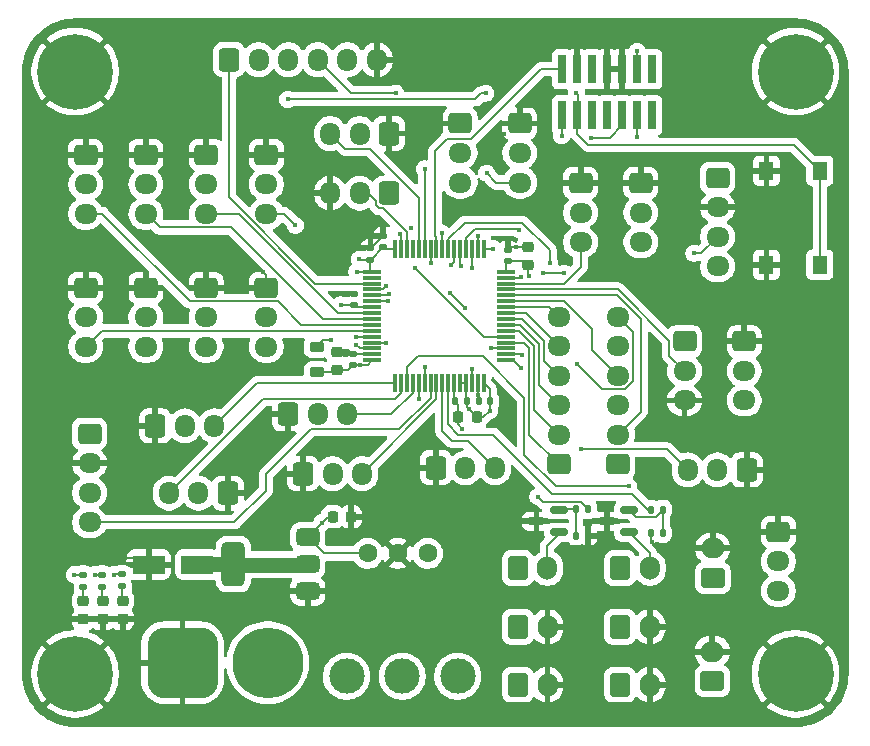
<source format=gbr>
%TF.GenerationSoftware,KiCad,Pcbnew,9.0.0*%
%TF.CreationDate,2025-03-22T22:53:28+01:00*%
%TF.ProjectId,PCB_Aquarium2,5043425f-4171-4756-9172-69756d322e6b,rev?*%
%TF.SameCoordinates,Original*%
%TF.FileFunction,Copper,L1,Top*%
%TF.FilePolarity,Positive*%
%FSLAX46Y46*%
G04 Gerber Fmt 4.6, Leading zero omitted, Abs format (unit mm)*
G04 Created by KiCad (PCBNEW 9.0.0) date 2025-03-22 22:53:28*
%MOMM*%
%LPD*%
G01*
G04 APERTURE LIST*
G04 Aperture macros list*
%AMRoundRect*
0 Rectangle with rounded corners*
0 $1 Rounding radius*
0 $2 $3 $4 $5 $6 $7 $8 $9 X,Y pos of 4 corners*
0 Add a 4 corners polygon primitive as box body*
4,1,4,$2,$3,$4,$5,$6,$7,$8,$9,$2,$3,0*
0 Add four circle primitives for the rounded corners*
1,1,$1+$1,$2,$3*
1,1,$1+$1,$4,$5*
1,1,$1+$1,$6,$7*
1,1,$1+$1,$8,$9*
0 Add four rect primitives between the rounded corners*
20,1,$1+$1,$2,$3,$4,$5,0*
20,1,$1+$1,$4,$5,$6,$7,0*
20,1,$1+$1,$6,$7,$8,$9,0*
20,1,$1+$1,$8,$9,$2,$3,0*%
G04 Aperture macros list end*
%TA.AperFunction,ComponentPad*%
%ADD10RoundRect,0.250000X-0.725000X0.600000X-0.725000X-0.600000X0.725000X-0.600000X0.725000X0.600000X0*%
%TD*%
%TA.AperFunction,ComponentPad*%
%ADD11O,1.950000X1.700000*%
%TD*%
%TA.AperFunction,SMDPad,CuDef*%
%ADD12RoundRect,0.225000X0.250000X-0.225000X0.250000X0.225000X-0.250000X0.225000X-0.250000X-0.225000X0*%
%TD*%
%TA.AperFunction,ComponentPad*%
%ADD13RoundRect,0.250000X0.750000X-0.600000X0.750000X0.600000X-0.750000X0.600000X-0.750000X-0.600000X0*%
%TD*%
%TA.AperFunction,ComponentPad*%
%ADD14O,2.000000X1.700000*%
%TD*%
%TA.AperFunction,SMDPad,CuDef*%
%ADD15RoundRect,0.375000X0.625000X0.375000X-0.625000X0.375000X-0.625000X-0.375000X0.625000X-0.375000X0*%
%TD*%
%TA.AperFunction,SMDPad,CuDef*%
%ADD16RoundRect,0.500000X0.500000X1.400000X-0.500000X1.400000X-0.500000X-1.400000X0.500000X-1.400000X0*%
%TD*%
%TA.AperFunction,SMDPad,CuDef*%
%ADD17RoundRect,0.225000X-0.225000X-0.250000X0.225000X-0.250000X0.225000X0.250000X-0.225000X0.250000X0*%
%TD*%
%TA.AperFunction,ComponentPad*%
%ADD18RoundRect,0.250000X-0.600000X-0.725000X0.600000X-0.725000X0.600000X0.725000X-0.600000X0.725000X0*%
%TD*%
%TA.AperFunction,ComponentPad*%
%ADD19O,1.700000X1.950000*%
%TD*%
%TA.AperFunction,ComponentPad*%
%ADD20RoundRect,0.250000X0.725000X-0.600000X0.725000X0.600000X-0.725000X0.600000X-0.725000X-0.600000X0*%
%TD*%
%TA.AperFunction,SMDPad,CuDef*%
%ADD21RoundRect,0.218750X0.256250X-0.218750X0.256250X0.218750X-0.256250X0.218750X-0.256250X-0.218750X0*%
%TD*%
%TA.AperFunction,ComponentPad*%
%ADD22C,0.800000*%
%TD*%
%TA.AperFunction,ComponentPad*%
%ADD23C,6.400000*%
%TD*%
%TA.AperFunction,ComponentPad*%
%ADD24RoundRect,0.250000X0.600000X0.725000X-0.600000X0.725000X-0.600000X-0.725000X0.600000X-0.725000X0*%
%TD*%
%TA.AperFunction,SMDPad,CuDef*%
%ADD25R,0.740000X2.400000*%
%TD*%
%TA.AperFunction,SMDPad,CuDef*%
%ADD26RoundRect,0.140000X0.140000X0.170000X-0.140000X0.170000X-0.140000X-0.170000X0.140000X-0.170000X0*%
%TD*%
%TA.AperFunction,SMDPad,CuDef*%
%ADD27RoundRect,0.218750X0.381250X-0.218750X0.381250X0.218750X-0.381250X0.218750X-0.381250X-0.218750X0*%
%TD*%
%TA.AperFunction,ComponentPad*%
%ADD28RoundRect,0.250000X-0.600000X-0.750000X0.600000X-0.750000X0.600000X0.750000X-0.600000X0.750000X0*%
%TD*%
%TA.AperFunction,ComponentPad*%
%ADD29O,1.700000X2.000000*%
%TD*%
%TA.AperFunction,SMDPad,CuDef*%
%ADD30RoundRect,0.140000X0.170000X-0.140000X0.170000X0.140000X-0.170000X0.140000X-0.170000X-0.140000X0*%
%TD*%
%TA.AperFunction,SMDPad,CuDef*%
%ADD31RoundRect,0.150000X0.587500X0.150000X-0.587500X0.150000X-0.587500X-0.150000X0.587500X-0.150000X0*%
%TD*%
%TA.AperFunction,SMDPad,CuDef*%
%ADD32RoundRect,0.135000X-0.185000X0.135000X-0.185000X-0.135000X0.185000X-0.135000X0.185000X0.135000X0*%
%TD*%
%TA.AperFunction,SMDPad,CuDef*%
%ADD33RoundRect,0.135000X0.135000X0.185000X-0.135000X0.185000X-0.135000X-0.185000X0.135000X-0.185000X0*%
%TD*%
%TA.AperFunction,SMDPad,CuDef*%
%ADD34R,1.300000X1.550000*%
%TD*%
%TA.AperFunction,ComponentPad*%
%ADD35C,3.000000*%
%TD*%
%TA.AperFunction,SMDPad,CuDef*%
%ADD36RoundRect,0.225000X0.225000X0.250000X-0.225000X0.250000X-0.225000X-0.250000X0.225000X-0.250000X0*%
%TD*%
%TA.AperFunction,ComponentPad*%
%ADD37RoundRect,1.500000X-1.500000X-1.500000X1.500000X-1.500000X1.500000X1.500000X-1.500000X1.500000X0*%
%TD*%
%TA.AperFunction,ComponentPad*%
%ADD38C,6.000000*%
%TD*%
%TA.AperFunction,SMDPad,CuDef*%
%ADD39RoundRect,0.135000X-0.135000X-0.185000X0.135000X-0.185000X0.135000X0.185000X-0.135000X0.185000X0*%
%TD*%
%TA.AperFunction,SMDPad,CuDef*%
%ADD40RoundRect,0.075000X-0.700000X-0.075000X0.700000X-0.075000X0.700000X0.075000X-0.700000X0.075000X0*%
%TD*%
%TA.AperFunction,SMDPad,CuDef*%
%ADD41RoundRect,0.075000X-0.075000X-0.700000X0.075000X-0.700000X0.075000X0.700000X-0.075000X0.700000X0*%
%TD*%
%TA.AperFunction,SMDPad,CuDef*%
%ADD42RoundRect,0.250000X1.137500X0.550000X-1.137500X0.550000X-1.137500X-0.550000X1.137500X-0.550000X0*%
%TD*%
%TA.AperFunction,ComponentPad*%
%ADD43C,1.600000*%
%TD*%
%TA.AperFunction,SMDPad,CuDef*%
%ADD44RoundRect,0.225000X-0.250000X0.225000X-0.250000X-0.225000X0.250000X-0.225000X0.250000X0.225000X0*%
%TD*%
%TA.AperFunction,SMDPad,CuDef*%
%ADD45RoundRect,0.140000X-0.170000X0.140000X-0.170000X-0.140000X0.170000X-0.140000X0.170000X0.140000X0*%
%TD*%
%TA.AperFunction,ViaPad*%
%ADD46C,0.450000*%
%TD*%
%TA.AperFunction,Conductor*%
%ADD47C,0.200000*%
%TD*%
%TA.AperFunction,Conductor*%
%ADD48C,1.300000*%
%TD*%
G04 APERTURE END LIST*
D10*
%TO.P,J34,1,Pin_1*%
%TO.N,+5V*%
X174400000Y-86990000D03*
D11*
%TO.P,J34,2,Pin_2*%
%TO.N,GND*%
X174400000Y-89490000D03*
%TO.P,J34,3,Pin_3*%
%TO.N,USART3_RX*%
X174400000Y-91990000D03*
%TO.P,J34,4,Pin_4*%
%TO.N,USART3_TX*%
X174400000Y-94490000D03*
%TD*%
D10*
%TO.P,J38,1,Pin_1*%
%TO.N,+5V*%
X121230000Y-108660000D03*
D11*
%TO.P,J38,2,Pin_2*%
%TO.N,GND*%
X121230000Y-111160000D03*
%TO.P,J38,3,Pin_3*%
%TO.N,USART1_TX*%
X121230000Y-113660000D03*
%TO.P,J38,4,Pin_4*%
%TO.N,USART1_RX*%
X121230000Y-116160000D03*
%TD*%
D12*
%TO.P,C1,1*%
%TO.N,+3.3V*%
X158380000Y-94390000D03*
%TO.P,C1,2*%
%TO.N,GND*%
X158380000Y-92840000D03*
%TD*%
D10*
%TO.P,J11,1,Pin_1*%
%TO.N,GND*%
X120900000Y-85050000D03*
D11*
%TO.P,J11,2,Pin_2*%
%TO.N,+5V*%
X120900000Y-87550000D03*
%TO.P,J11,3,Pin_3*%
%TO.N,TIM1_CH3_PWM*%
X120900000Y-90050000D03*
%TD*%
D13*
%TO.P,J4,1,Pin_1*%
%TO.N,+12V*%
X174000000Y-120870000D03*
D14*
%TO.P,J4,2,Pin_2*%
%TO.N,GND*%
X174000000Y-118370000D03*
%TD*%
D10*
%TO.P,J25,1,Pin_1*%
%TO.N,GND*%
X157650000Y-82400000D03*
D11*
%TO.P,J25,2,Pin_2*%
%TO.N,+3.3V*%
X157650000Y-84900000D03*
%TO.P,J25,3,Pin_3*%
%TO.N,GPIO_WaterSensor_2*%
X157650000Y-87400000D03*
%TD*%
D15*
%TO.P,U3,1,GND*%
%TO.N,GND*%
X139700000Y-122000000D03*
%TO.P,U3,2,VO*%
%TO.N,+3.3V*%
X139700000Y-119700000D03*
D16*
X133400000Y-119700000D03*
D15*
%TO.P,U3,3,VI*%
%TO.N,+5V*%
X139700000Y-117400000D03*
%TD*%
D10*
%TO.P,J36,1,Pin_1*%
%TO.N,+5V*%
X171600000Y-100850000D03*
D11*
%TO.P,J36,2,Pin_2*%
%TO.N,TIM4_CH1_PWM*%
X171600000Y-103350000D03*
%TO.P,J36,3,Pin_3*%
%TO.N,GND*%
X171600000Y-105850000D03*
%TD*%
D17*
%TO.P,C38,1*%
%TO.N,+5V*%
X141800000Y-115700000D03*
%TO.P,C38,2*%
%TO.N,GND*%
X143350000Y-115700000D03*
%TD*%
D18*
%TO.P,J19,1,Pin_1*%
%TO.N,GND*%
X150550000Y-111550000D03*
D19*
%TO.P,J19,2,Pin_2*%
%TO.N,+5V*%
X153050000Y-111550000D03*
%TO.P,J19,3,Pin_3*%
%TO.N,TIM3_CH4_PWM*%
X155550000Y-111550000D03*
%TD*%
D20*
%TO.P,J2,1,Pin_1*%
%TO.N,GPIO_BTN_1*%
X160950000Y-111250000D03*
D11*
%TO.P,J2,2,Pin_2*%
%TO.N,GPIO_BTN_2*%
X160950000Y-108750000D03*
%TO.P,J2,3,Pin_3*%
%TO.N,GPIO_BTN_3*%
X160950000Y-106250000D03*
%TO.P,J2,4,Pin_4*%
%TO.N,GPIO_BTN_4*%
X160950000Y-103750000D03*
%TO.P,J2,5,Pin_5*%
%TO.N,GPIO_BTN_5*%
X160950000Y-101250000D03*
%TO.P,J2,6,Pin_6*%
%TO.N,GPIO_BTN_6*%
X160950000Y-98750000D03*
%TD*%
D18*
%TO.P,J31,1,Pin_1*%
%TO.N,GND*%
X126800000Y-108000000D03*
D19*
%TO.P,J31,2,Pin_2*%
%TO.N,+5V*%
X129300000Y-108000000D03*
%TO.P,J31,3,Pin_3*%
%TO.N,TIM5_CH4_PWM*%
X131800000Y-108000000D03*
%TD*%
D21*
%TO.P,D2,1,K*%
%TO.N,GND*%
X122350000Y-124387500D03*
%TO.P,D2,2,A*%
%TO.N,Net-(D2-A)*%
X122350000Y-122812500D03*
%TD*%
D10*
%TO.P,J37,1,Pin_1*%
%TO.N,GND*%
X162800000Y-87450000D03*
D11*
%TO.P,J37,2,Pin_2*%
%TO.N,+5V*%
X162800000Y-89950000D03*
%TO.P,J37,3,Pin_3*%
%TO.N,TIM4_CH2_PWM*%
X162800000Y-92450000D03*
%TD*%
D10*
%TO.P,J29,1,Pin_1*%
%TO.N,GND*%
X167900000Y-87450000D03*
D11*
%TO.P,J29,2,Pin_2*%
%TO.N,+5V*%
X167900000Y-89950000D03*
%TO.P,J29,3,Pin_3*%
%TO.N,TIM5_CH2_PWM*%
X167900000Y-92450000D03*
%TD*%
D22*
%TO.P,H4,1,1*%
%TO.N,GND*%
X117600000Y-129000000D03*
X118302944Y-127302944D03*
X118302944Y-130697056D03*
X120000000Y-126600000D03*
D23*
X120000000Y-129000000D03*
D22*
X120000000Y-131400000D03*
X121697056Y-127302944D03*
X121697056Y-130697056D03*
X122400000Y-129000000D03*
%TD*%
D10*
%TO.P,J30,1,Pin_1*%
%TO.N,GND*%
X136200000Y-96300000D03*
D11*
%TO.P,J30,2,Pin_2*%
%TO.N,+5V*%
X136200000Y-98800000D03*
%TO.P,J30,3,Pin_3*%
%TO.N,TIM5_CH3_PWM*%
X136200000Y-101300000D03*
%TD*%
D10*
%TO.P,J9,1,Pin_1*%
%TO.N,GND*%
X131100000Y-85050000D03*
D11*
%TO.P,J9,2,Pin_2*%
%TO.N,+5V*%
X131100000Y-87550000D03*
%TO.P,J9,3,Pin_3*%
%TO.N,TIM1_CH1_PWM*%
X131100000Y-90050000D03*
%TD*%
D24*
%TO.P,J15,1,Pin_1*%
%TO.N,GND*%
X176880000Y-111730000D03*
D19*
%TO.P,J15,2,Pin_2*%
%TO.N,+5V*%
X174380000Y-111730000D03*
%TO.P,J15,3,Pin_3*%
%TO.N,TIM2_CH3_PWM*%
X171880000Y-111730000D03*
%TD*%
D25*
%TO.P,J35,1,NC*%
%TO.N,unconnected-(J35-NC-Pad1)*%
X168860000Y-77800000D03*
%TO.P,J35,2,NC*%
%TO.N,unconnected-(J35-NC-Pad2)*%
X168860000Y-81700000D03*
%TO.P,J35,3,VCC*%
%TO.N,+3.3V*%
X167590000Y-77800000D03*
%TO.P,J35,4,JTMS/SWDIO*%
%TO.N,SWDIO*%
X167590000Y-81700000D03*
%TO.P,J35,5,GND*%
%TO.N,GND*%
X166320000Y-77800000D03*
%TO.P,J35,6,JCLK/SWCLK*%
%TO.N,SWCLK*%
X166320000Y-81700000D03*
%TO.P,J35,7,GND*%
%TO.N,GND*%
X165050000Y-77800000D03*
%TO.P,J35,8,JTDO/SWO*%
%TO.N,unconnected-(J35-JTDO{slash}SWO-Pad8)*%
X165050000Y-81700000D03*
%TO.P,J35,9,JRCLK/NC*%
%TO.N,unconnected-(J35-JRCLK{slash}NC-Pad9)*%
X163780000Y-77800000D03*
%TO.P,J35,10,JTDI/NC*%
%TO.N,unconnected-(J35-JTDI{slash}NC-Pad10)*%
X163780000Y-81700000D03*
%TO.P,J35,11,GNDDetect*%
%TO.N,GND*%
X162510000Y-77800000D03*
%TO.P,J35,12,~{RST}*%
%TO.N,NRST*%
X162510000Y-81700000D03*
%TO.P,J35,13,VCP_RX*%
%TO.N,UART_DEBUG_RX*%
X161240000Y-77800000D03*
%TO.P,J35,14,VCP_TX*%
%TO.N,UART_DEBUG_TX*%
X161240000Y-81700000D03*
%TD*%
D26*
%TO.P,C4,1*%
%TO.N,+3.3V*%
X155120000Y-105930000D03*
%TO.P,C4,2*%
%TO.N,GND*%
X154160000Y-105930000D03*
%TD*%
D10*
%TO.P,J13,1,Pin_1*%
%TO.N,GND*%
X131100000Y-96300000D03*
D11*
%TO.P,J13,2,Pin_2*%
%TO.N,+5V*%
X131100000Y-98800000D03*
%TO.P,J13,3,Pin_3*%
%TO.N,TIM2_CH2_PWM*%
X131100000Y-101300000D03*
%TD*%
D24*
%TO.P,J18,1,Pin_1*%
%TO.N,GND*%
X132950000Y-113700000D03*
D19*
%TO.P,J18,2,Pin_2*%
%TO.N,+5V*%
X130450000Y-113700000D03*
%TO.P,J18,3,Pin_3*%
%TO.N,TIM3_CH2_PWM*%
X127950000Y-113700000D03*
%TD*%
D27*
%TO.P,L1,1,1*%
%TO.N,+3.3V*%
X140460000Y-103430000D03*
%TO.P,L1,2,2*%
X140460000Y-101305000D03*
%TD*%
D10*
%TO.P,J28,1,Pin_1*%
%TO.N,GND*%
X126000000Y-96300000D03*
D11*
%TO.P,J28,2,Pin_2*%
%TO.N,+5V*%
X126000000Y-98800000D03*
%TO.P,J28,3,Pin_3*%
%TO.N,TIM5_CH1_PWM*%
X126000000Y-101300000D03*
%TD*%
D28*
%TO.P,J22,1,Pin_1*%
%TO.N,+12V*%
X157500000Y-125020000D03*
D29*
%TO.P,J22,2,Pin_2*%
%TO.N,GND*%
X160000000Y-125020000D03*
%TD*%
D30*
%TO.P,C8,1*%
%TO.N,+3.3V*%
X146110000Y-92880000D03*
%TO.P,C8,2*%
%TO.N,GND*%
X146110000Y-91920000D03*
%TD*%
D31*
%TO.P,Q2,1,D*%
%TO.N,Net-(J21-Pin_2)*%
X166900000Y-117020000D03*
%TO.P,Q2,2,G*%
%TO.N,Net-(Q2-G)*%
X166900000Y-115120000D03*
%TO.P,Q2,3,S*%
%TO.N,GND*%
X165025000Y-116070000D03*
%TD*%
D26*
%TO.P,C6,1*%
%TO.N,+3.3V*%
X153150000Y-105930000D03*
%TO.P,C6,2*%
%TO.N,GND*%
X152190000Y-105930000D03*
%TD*%
D31*
%TO.P,Q1,1,D*%
%TO.N,Net-(J20-Pin_2)*%
X160940000Y-117020000D03*
%TO.P,Q1,2,G*%
%TO.N,Net-(Q1-G)*%
X160940000Y-115120000D03*
%TO.P,Q1,3,S*%
%TO.N,GND*%
X159065000Y-116070000D03*
%TD*%
D32*
%TO.P,R5,1*%
%TO.N,+12V*%
X120700000Y-120592500D03*
%TO.P,R5,2*%
%TO.N,Net-(D1-A)*%
X120700000Y-121612500D03*
%TD*%
D13*
%TO.P,J5,1,Pin_1*%
%TO.N,+12V*%
X173960000Y-129610000D03*
D14*
%TO.P,J5,2,Pin_2*%
%TO.N,GND*%
X173960000Y-127110000D03*
%TD*%
D22*
%TO.P,H2,1,1*%
%TO.N,GND*%
X117600000Y-78000000D03*
X118302944Y-76302944D03*
X118302944Y-79697056D03*
X120000000Y-75600000D03*
D23*
X120000000Y-78000000D03*
D22*
X120000000Y-80400000D03*
X121697056Y-76302944D03*
X121697056Y-79697056D03*
X122400000Y-78000000D03*
%TD*%
D32*
%TO.P,R6,1*%
%TO.N,+5V*%
X122310000Y-120592500D03*
%TO.P,R6,2*%
%TO.N,Net-(D2-A)*%
X122310000Y-121612500D03*
%TD*%
D28*
%TO.P,J20,1,Pin_1*%
%TO.N,+12V*%
X157490000Y-120040000D03*
D29*
%TO.P,J20,2,Pin_2*%
%TO.N,Net-(J20-Pin_2)*%
X159990000Y-120040000D03*
%TD*%
D28*
%TO.P,J32,1,Pin_1*%
%TO.N,+12V*%
X157500000Y-129920000D03*
D29*
%TO.P,J32,2,Pin_2*%
%TO.N,GND*%
X160000000Y-129920000D03*
%TD*%
D33*
%TO.P,R4,1*%
%TO.N,Net-(Q2-G)*%
X169770000Y-117080000D03*
%TO.P,R4,2*%
%TO.N,GND*%
X168750000Y-117080000D03*
%TD*%
D21*
%TO.P,D1,1,K*%
%TO.N,GND*%
X120700000Y-124387500D03*
%TO.P,D1,2,A*%
%TO.N,Net-(D1-A)*%
X120700000Y-122812500D03*
%TD*%
D34*
%TO.P,SW1,1,A*%
%TO.N,NRST*%
X183040000Y-86405000D03*
X183040000Y-94355000D03*
%TO.P,SW1,2,B*%
%TO.N,GND*%
X178540000Y-86405000D03*
X178540000Y-94355000D03*
%TD*%
D35*
%TO.P,SW2,1,A*%
%TO.N,+12V*%
X152400000Y-129200000D03*
%TO.P,SW2,2,B*%
%TO.N,Net-(J33-Pin_2)*%
X147700000Y-129200000D03*
%TO.P,SW2,3,C*%
%TO.N,unconnected-(SW2-C-Pad3)*%
X143000000Y-129200000D03*
%TD*%
D10*
%TO.P,J14,1,Pin_1*%
%TO.N,GND*%
X179550000Y-116970000D03*
D11*
%TO.P,J14,2,Pin_2*%
%TO.N,+5V*%
X179550000Y-119470000D03*
%TO.P,J14,3,Pin_3*%
%TO.N,TIM2_CH4_PWM*%
X179550000Y-121970000D03*
%TD*%
D10*
%TO.P,J10,1,Pin_1*%
%TO.N,GND*%
X126000000Y-85050000D03*
D11*
%TO.P,J10,2,Pin_2*%
%TO.N,+5V*%
X126000000Y-87550000D03*
%TO.P,J10,3,Pin_3*%
%TO.N,TIM1_CH2_PWM*%
X126000000Y-90050000D03*
%TD*%
D18*
%TO.P,J17,1,Pin_1*%
%TO.N,GND*%
X139300000Y-112050000D03*
D19*
%TO.P,J17,2,Pin_2*%
%TO.N,+5V*%
X141800000Y-112050000D03*
%TO.P,J17,3,Pin_3*%
%TO.N,TIM3_CH3_PWM*%
X144300000Y-112050000D03*
%TD*%
D36*
%TO.P,C10,1*%
%TO.N,+3.3V*%
X154005000Y-107240000D03*
%TO.P,C10,2*%
%TO.N,GND*%
X152455000Y-107240000D03*
%TD*%
D18*
%TO.P,J6,1,Pin_1*%
%TO.N,GPIO_D{slash}C*%
X133050000Y-77000000D03*
D19*
%TO.P,J6,2,Pin_2*%
%TO.N,GPIO_RES*%
X135550000Y-77000000D03*
%TO.P,J6,3,Pin_3*%
%TO.N,SPI2_MOSI*%
X138050000Y-77000000D03*
%TO.P,J6,4,Pin_4*%
%TO.N,SPI2_SCK*%
X140550000Y-77000000D03*
%TO.P,J6,5,Pin_5*%
%TO.N,+3.3V*%
X143050000Y-77000000D03*
%TO.P,J6,6,Pin_6*%
%TO.N,GND*%
X145550000Y-77000000D03*
%TD*%
D10*
%TO.P,J24,1,Pin_1*%
%TO.N,GND*%
X152600000Y-82400000D03*
D11*
%TO.P,J24,2,Pin_2*%
%TO.N,+3.3V*%
X152600000Y-84900000D03*
%TO.P,J24,3,Pin_3*%
%TO.N,GPIO_WaterSensor_1*%
X152600000Y-87400000D03*
%TD*%
D22*
%TO.P,H1,1,1*%
%TO.N,GND*%
X178600000Y-78000000D03*
X179302944Y-76302944D03*
X179302944Y-79697056D03*
X181000000Y-75600000D03*
D23*
X181000000Y-78000000D03*
D22*
X181000000Y-80400000D03*
X182697056Y-76302944D03*
X182697056Y-79697056D03*
X183400000Y-78000000D03*
%TD*%
D37*
%TO.P,J33,1,Pin_1*%
%TO.N,GND*%
X129100000Y-128050000D03*
D38*
%TO.P,J33,2,Pin_2*%
%TO.N,Net-(J33-Pin_2)*%
X136300000Y-128050000D03*
%TD*%
D24*
%TO.P,J27,1,Pin_1*%
%TO.N,+5V*%
X146600000Y-88300000D03*
D19*
%TO.P,J27,2,Pin_2*%
%TO.N,TIM4_CH4_PWM*%
X144100000Y-88300000D03*
%TO.P,J27,3,Pin_3*%
%TO.N,GND*%
X141600000Y-88300000D03*
%TD*%
D39*
%TO.P,R1,1*%
%TO.N,Net-(Q1-G)*%
X162440000Y-115070000D03*
%TO.P,R1,2*%
%TO.N,GPIO_PUMP_1*%
X163460000Y-115070000D03*
%TD*%
D30*
%TO.P,C9,1*%
%TO.N,+3.3V*%
X143540000Y-102850000D03*
%TO.P,C9,2*%
%TO.N,GND*%
X143540000Y-101890000D03*
%TD*%
D40*
%TO.P,U1,1,VBAT*%
%TO.N,+3.3V*%
X145175000Y-94950000D03*
%TO.P,U1,2,PC13*%
%TO.N,unconnected-(U1-PC13-Pad2)*%
X145175000Y-95450000D03*
%TO.P,U1,3,PC14*%
%TO.N,GPIO_D{slash}C*%
X145175000Y-95950000D03*
%TO.P,U1,4,PC15*%
%TO.N,GPIO_RES*%
X145175000Y-96450000D03*
%TO.P,U1,5,PF0*%
%TO.N,ADC1_IN10_PH*%
X145175000Y-96950000D03*
%TO.P,U1,6,PF1*%
%TO.N,GPIO_SPI_CS_6*%
X145175000Y-97450000D03*
%TO.P,U1,7,PG10*%
%TO.N,NRST*%
X145175000Y-97950000D03*
%TO.P,U1,8,PC0*%
%TO.N,TIM1_CH1_PWM*%
X145175000Y-98450000D03*
%TO.P,U1,9,PC1*%
%TO.N,TIM1_CH2_PWM*%
X145175000Y-98950000D03*
%TO.P,U1,10,PC2*%
%TO.N,TIM1_CH3_PWM*%
X145175000Y-99450000D03*
%TO.P,U1,11,PC3*%
%TO.N,TIM1_CH4_PWM*%
X145175000Y-99950000D03*
%TO.P,U1,12,PA0*%
%TO.N,TIM5_CH1_PWM*%
X145175000Y-100450000D03*
%TO.P,U1,13,PA1*%
%TO.N,TIM2_CH2_PWM*%
X145175000Y-100950000D03*
%TO.P,U1,14,PA2*%
%TO.N,TIM5_CH3_PWM*%
X145175000Y-101450000D03*
%TO.P,U1,15,VSS*%
%TO.N,GND*%
X145175000Y-101950000D03*
%TO.P,U1,16,VDD*%
%TO.N,+3.3V*%
X145175000Y-102450000D03*
D41*
%TO.P,U1,17,PA3*%
%TO.N,TIM5_CH4_PWM*%
X147100000Y-104375000D03*
%TO.P,U1,18,PA4*%
%TO.N,TIM3_CH2_PWM*%
X147600000Y-104375000D03*
%TO.P,U1,19,PA5*%
%TO.N,TIM2_CH1_PWM*%
X148100000Y-104375000D03*
%TO.P,U1,20,PA6*%
%TO.N,TIM3_CH1_PWM*%
X148600000Y-104375000D03*
%TO.P,U1,21,PA7*%
%TO.N,GPIO_PUMP_1*%
X149100000Y-104375000D03*
%TO.P,U1,22,PC4*%
%TO.N,USART1_TX*%
X149600000Y-104375000D03*
%TO.P,U1,23,PC5*%
%TO.N,USART1_RX*%
X150100000Y-104375000D03*
%TO.P,U1,24,PB0*%
%TO.N,TIM3_CH3_PWM*%
X150600000Y-104375000D03*
%TO.P,U1,25,PB1*%
%TO.N,TIM3_CH4_PWM*%
X151100000Y-104375000D03*
%TO.P,U1,26,PB2*%
%TO.N,GPIO_PUMP_2*%
X151600000Y-104375000D03*
%TO.P,U1,27,VSSA*%
%TO.N,GND*%
X152100000Y-104375000D03*
%TO.P,U1,28,VREF+*%
%TO.N,+3.3V*%
X152600000Y-104375000D03*
%TO.P,U1,29,VDDA*%
X153100000Y-104375000D03*
%TO.P,U1,30,PB10*%
%TO.N,TIM2_CH3_PWM*%
X153600000Y-104375000D03*
%TO.P,U1,31,VSS*%
%TO.N,GND*%
X154100000Y-104375000D03*
%TO.P,U1,32,VDD*%
%TO.N,+3.3V*%
X154600000Y-104375000D03*
D40*
%TO.P,U1,33,PB11*%
%TO.N,TIM2_CH4_PWM*%
X156525000Y-102450000D03*
%TO.P,U1,34,PB12*%
%TO.N,GPIO_SPI_CS_1*%
X156525000Y-101950000D03*
%TO.P,U1,35,PB13*%
%TO.N,SPI2_SCK*%
X156525000Y-101450000D03*
%TO.P,U1,36,PB14*%
%TO.N,GPIO_BTN_1*%
X156525000Y-100950000D03*
%TO.P,U1,37,PB15*%
%TO.N,SPI2_MOSI*%
X156525000Y-100450000D03*
%TO.P,U1,38,PC6*%
%TO.N,GPIO_BTN_2*%
X156525000Y-99950000D03*
%TO.P,U1,39,PC7*%
%TO.N,GPIO_BTN_3*%
X156525000Y-99450000D03*
%TO.P,U1,40,PC8*%
%TO.N,GPIO_BTN_4*%
X156525000Y-98950000D03*
%TO.P,U1,41,PC9*%
%TO.N,GPIO_BTN_5*%
X156525000Y-98450000D03*
%TO.P,U1,42,PA8*%
%TO.N,GPIO_BTN_6*%
X156525000Y-97950000D03*
%TO.P,U1,43,PA9*%
%TO.N,GPIO_SPI_CS_4*%
X156525000Y-97450000D03*
%TO.P,U1,44,PA10*%
%TO.N,GPIO_SPI_CS_2*%
X156525000Y-96950000D03*
%TO.P,U1,45,PA11*%
%TO.N,TIM4_CH1_PWM*%
X156525000Y-96450000D03*
%TO.P,U1,46,PA12*%
%TO.N,TIM4_CH2_PWM*%
X156525000Y-95950000D03*
%TO.P,U1,47,VSS*%
%TO.N,GND*%
X156525000Y-95450000D03*
%TO.P,U1,48,VDD*%
%TO.N,+3.3V*%
X156525000Y-94950000D03*
D41*
%TO.P,U1,49,PA13*%
%TO.N,SWDIO*%
X154600000Y-93025000D03*
%TO.P,U1,50,PA14*%
%TO.N,SWCLK*%
X154100000Y-93025000D03*
%TO.P,U1,51,PA15*%
%TO.N,GPIO_SPI_CS_3*%
X153600000Y-93025000D03*
%TO.P,U1,52,PC10*%
%TO.N,USART3_TX*%
X153100000Y-93025000D03*
%TO.P,U1,53,PC11*%
%TO.N,USART3_RX*%
X152600000Y-93025000D03*
%TO.P,U1,54,PC12*%
%TO.N,TIM5_CH2_PWM*%
X152100000Y-93025000D03*
%TO.P,U1,55,PD2*%
%TO.N,GPIO_SPI_CS_5*%
X151600000Y-93025000D03*
%TO.P,U1,56,PB3*%
%TO.N,UART_DEBUG_TX*%
X151100000Y-93025000D03*
%TO.P,U1,57,PB4*%
%TO.N,UART_DEBUG_RX*%
X150600000Y-93025000D03*
%TO.P,U1,58,PB5*%
%TO.N,GPIO_WaterSensor_1*%
X150100000Y-93025000D03*
%TO.P,U1,59,PB6*%
%TO.N,GPIO_WaterSensor_2*%
X149600000Y-93025000D03*
%TO.P,U1,60,PB7*%
%TO.N,GPIO_WaterSensor_3*%
X149100000Y-93025000D03*
%TO.P,U1,61,PB8*%
%TO.N,unconnected-(U1-PB8-Pad61)*%
X148600000Y-93025000D03*
%TO.P,U1,62,PB9*%
%TO.N,TIM4_CH4_PWM*%
X148100000Y-93025000D03*
%TO.P,U1,63,VSS*%
%TO.N,GND*%
X147600000Y-93025000D03*
%TO.P,U1,64,VDD*%
%TO.N,+3.3V*%
X147100000Y-93025000D03*
%TD*%
D42*
%TO.P,C39,1*%
%TO.N,+3.3V*%
X130362500Y-119750000D03*
%TO.P,C39,2*%
%TO.N,GND*%
X126237500Y-119750000D03*
%TD*%
D33*
%TO.P,R3,1*%
%TO.N,Net-(Q2-G)*%
X169770000Y-115090000D03*
%TO.P,R3,2*%
%TO.N,GPIO_PUMP_2*%
X168750000Y-115090000D03*
%TD*%
D32*
%TO.P,R7,1*%
%TO.N,+3.3V*%
X124000000Y-120580000D03*
%TO.P,R7,2*%
%TO.N,Net-(D3-A)*%
X124000000Y-121600000D03*
%TD*%
D10*
%TO.P,J12,1,Pin_1*%
%TO.N,GND*%
X176650000Y-100850000D03*
D11*
%TO.P,J12,2,Pin_2*%
%TO.N,+5V*%
X176650000Y-103350000D03*
%TO.P,J12,3,Pin_3*%
%TO.N,TIM2_CH1_PWM*%
X176650000Y-105850000D03*
%TD*%
D30*
%TO.P,C3,1*%
%TO.N,+3.3V*%
X156630000Y-94050000D03*
%TO.P,C3,2*%
%TO.N,GND*%
X156630000Y-93090000D03*
%TD*%
D43*
%TO.P,U2,1,Vin*%
%TO.N,+12V*%
X149850000Y-118800000D03*
%TO.P,U2,2,GND*%
%TO.N,GND*%
X147310000Y-118800000D03*
%TO.P,U2,3,Vout*%
%TO.N,+5V*%
X144770000Y-118800000D03*
%TD*%
D30*
%TO.P,C2,1*%
%TO.N,NRST*%
X143600000Y-97800000D03*
%TO.P,C2,2*%
%TO.N,GND*%
X143600000Y-96840000D03*
%TD*%
D28*
%TO.P,J21,1,Pin_1*%
%TO.N,+12V*%
X166170000Y-120040000D03*
D29*
%TO.P,J21,2,Pin_2*%
%TO.N,Net-(J21-Pin_2)*%
X168670000Y-120040000D03*
%TD*%
D24*
%TO.P,J26,1,Pin_1*%
%TO.N,GND*%
X146600000Y-83250000D03*
D19*
%TO.P,J26,2,Pin_2*%
%TO.N,+3.3V*%
X144100000Y-83250000D03*
%TO.P,J26,3,Pin_3*%
%TO.N,GPIO_WaterSensor_3*%
X141600000Y-83250000D03*
%TD*%
D44*
%TO.P,C5,1*%
%TO.N,GND*%
X142180000Y-101730000D03*
%TO.P,C5,2*%
%TO.N,+3.3V*%
X142180000Y-103280000D03*
%TD*%
D10*
%TO.P,J8,1,Pin_1*%
%TO.N,GND*%
X120900000Y-96300000D03*
D11*
%TO.P,J8,2,Pin_2*%
%TO.N,+5V*%
X120900000Y-98800000D03*
%TO.P,J8,3,Pin_3*%
%TO.N,TIM1_CH4_PWM*%
X120900000Y-101300000D03*
%TD*%
D20*
%TO.P,J7,1,Pin_1*%
%TO.N,GPIO_SPI_CS_1*%
X165950000Y-111250000D03*
D11*
%TO.P,J7,2,Pin_2*%
%TO.N,GPIO_SPI_CS_2*%
X165950000Y-108750000D03*
%TO.P,J7,3,Pin_3*%
%TO.N,GPIO_SPI_CS_3*%
X165950000Y-106250000D03*
%TO.P,J7,4,Pin_4*%
%TO.N,GPIO_SPI_CS_4*%
X165950000Y-103750000D03*
%TO.P,J7,5,Pin_5*%
%TO.N,GPIO_SPI_CS_5*%
X165950000Y-101250000D03*
%TO.P,J7,6,Pin_6*%
%TO.N,GPIO_SPI_CS_6*%
X165950000Y-98750000D03*
%TD*%
D21*
%TO.P,D3,1,K*%
%TO.N,GND*%
X124030000Y-124375000D03*
%TO.P,D3,2,A*%
%TO.N,Net-(D3-A)*%
X124030000Y-122800000D03*
%TD*%
D18*
%TO.P,J16,1,Pin_1*%
%TO.N,GND*%
X138050000Y-107000000D03*
D19*
%TO.P,J16,2,Pin_2*%
%TO.N,+5V*%
X140550000Y-107000000D03*
%TO.P,J16,3,Pin_3*%
%TO.N,TIM3_CH1_PWM*%
X143050000Y-107000000D03*
%TD*%
D28*
%TO.P,J3,1,Pin_1*%
%TO.N,+12V*%
X166150000Y-129920000D03*
D29*
%TO.P,J3,2,Pin_2*%
%TO.N,GND*%
X168650000Y-129920000D03*
%TD*%
D28*
%TO.P,J23,1,Pin_1*%
%TO.N,+12V*%
X166150000Y-125020000D03*
D29*
%TO.P,J23,2,Pin_2*%
%TO.N,GND*%
X168650000Y-125020000D03*
%TD*%
D10*
%TO.P,J1,1,Pin_1*%
%TO.N,GND*%
X136200000Y-85050000D03*
D11*
%TO.P,J1,2,Pin_2*%
%TO.N,+5V*%
X136200000Y-87550000D03*
%TO.P,J1,3,Pin_3*%
%TO.N,ADC1_IN10_PH*%
X136200000Y-90050000D03*
%TD*%
D39*
%TO.P,R2,1*%
%TO.N,Net-(Q1-G)*%
X162420000Y-117290000D03*
%TO.P,R2,2*%
%TO.N,GND*%
X163440000Y-117290000D03*
%TD*%
D22*
%TO.P,H3,1,1*%
%TO.N,GND*%
X178600000Y-129000000D03*
X179302944Y-127302944D03*
X179302944Y-130697056D03*
X181000000Y-126600000D03*
D23*
X181000000Y-129000000D03*
D22*
X181000000Y-131400000D03*
X182697056Y-127302944D03*
X182697056Y-130697056D03*
X183400000Y-129000000D03*
%TD*%
D45*
%TO.P,C7,1*%
%TO.N,GND*%
X145010000Y-92970000D03*
%TO.P,C7,2*%
%TO.N,+3.3V*%
X145010000Y-93930000D03*
%TD*%
D46*
%TO.N,+3.3V*%
X141650000Y-100740000D03*
%TO.N,GND*%
X178540000Y-85080000D03*
X178520000Y-95690000D03*
%TO.N,USART3_RX*%
X172400000Y-93380000D03*
%TO.N,+3.3V*%
X158395958Y-95352608D03*
X153357500Y-106592500D03*
X167590000Y-76300000D03*
X143850000Y-94951000D03*
X123260000Y-120600000D03*
X144050000Y-93900000D03*
X135100000Y-119750000D03*
X144120000Y-102850000D03*
X155100000Y-106700000D03*
%TO.N,SWDIO*%
X155400000Y-93000000D03*
X167600000Y-83550000D03*
%TO.N,UART_DEBUG_TX*%
X151100000Y-91700000D03*
X161200000Y-83450000D03*
%TO.N,NRST*%
X162450000Y-79800000D03*
X142500000Y-97750000D03*
X154760000Y-79830000D03*
X138000000Y-80350000D03*
%TO.N,SWCLK*%
X163695155Y-83595155D03*
X154100000Y-91935648D03*
%TO.N,GND*%
X124390000Y-117400000D03*
X149590000Y-108430000D03*
X142980000Y-101890000D03*
X148471232Y-91228768D03*
X144250000Y-115700000D03*
X141200000Y-122000000D03*
X147528768Y-91771232D03*
X116930000Y-125510000D03*
X141910000Y-79470000D03*
X182750000Y-98350000D03*
X144250000Y-93000000D03*
X154500000Y-76700000D03*
X149590000Y-115770000D03*
X117140000Y-99330000D03*
X156480000Y-107960000D03*
X124250000Y-119210000D03*
X119000000Y-105190000D03*
X157750000Y-95425000D03*
X121500000Y-124387500D03*
X154100000Y-105410000D03*
X170940000Y-115930000D03*
X134580000Y-80990000D03*
X123970000Y-113020000D03*
X181150000Y-83430000D03*
X166320000Y-76300000D03*
X135920000Y-94940000D03*
X151100000Y-82400000D03*
X152800000Y-108225000D03*
X116640000Y-117560000D03*
X165050000Y-76300000D03*
X125300000Y-75540000D03*
X184480000Y-123370000D03*
X140690000Y-93800000D03*
X162510000Y-76300000D03*
X124100000Y-132310000D03*
X117230000Y-90780000D03*
X139420000Y-110630000D03*
X142850000Y-96850000D03*
X182320000Y-113370000D03*
X123200000Y-124387500D03*
X157340000Y-92840000D03*
X156350000Y-83310000D03*
X176460000Y-75820000D03*
X180110000Y-105580000D03*
X127110000Y-79690000D03*
X168820000Y-117800000D03*
X116710000Y-109440000D03*
X173250000Y-78990000D03*
%TO.N,USART3_TX*%
X157593685Y-91393685D03*
%TO.N,USART3_RX*%
X161425735Y-95075735D03*
X159600472Y-95026914D03*
X152645140Y-94438068D03*
%TO.N,USART1_TX*%
X149600000Y-103050000D03*
%TO.N,TIM2_CH1_PWM*%
X166880000Y-113130000D03*
%TO.N,TIM2_CH2_PWM*%
X146290000Y-100950000D03*
%TO.N,TIM2_CH3_PWM*%
X162850000Y-110000000D03*
X153600000Y-103200000D03*
%TO.N,TIM2_CH4_PWM*%
X157723735Y-103125025D03*
%TO.N,GPIO_WaterSensor_2*%
X154850000Y-86600000D03*
X149600000Y-86250000D03*
%TO.N,GPIO_WaterSensor_1*%
X150100000Y-94250000D03*
%TO.N,TIM5_CH1_PWM*%
X143800000Y-100475000D03*
%TO.N,TIM5_CH2_PWM*%
X151850000Y-94350000D03*
%TO.N,ADC1_IN10_PH*%
X146570523Y-96801451D03*
X138650000Y-91010000D03*
%TO.N,TIM5_CH3_PWM*%
X143800000Y-101125003D03*
%TO.N,GPIO_PUMP_1*%
X159200000Y-114000000D03*
X149100000Y-105700000D03*
%TO.N,SPI2_SCK*%
X155250000Y-101400000D03*
X147150000Y-79825000D03*
X153048528Y-98050000D03*
X151724265Y-96725735D03*
%TO.N,SPI2_MOSI*%
X148800000Y-94650000D03*
%TO.N,GPIO_RES*%
X146350000Y-96190000D03*
%TO.N,GPIO_SPI_CS_6*%
X162500000Y-102750000D03*
X146500000Y-97450000D03*
%TO.N,GPIO_SPI_CS_1*%
X157848000Y-102000000D03*
%TO.N,GPIO_SPI_CS_3*%
X153600000Y-94650000D03*
%TO.N,GPIO_SPI_CS_5*%
X160200472Y-94201000D03*
%TO.N,+5V*%
X121700000Y-120590000D03*
X140900000Y-116200000D03*
%TO.N,+12V*%
X119950000Y-120600000D03*
%TD*%
D47*
%TO.N,+3.3V*%
X141650000Y-100740000D02*
X141025000Y-100740000D01*
X141025000Y-100740000D02*
X140460000Y-101305000D01*
%TO.N,GND*%
X178540000Y-86405000D02*
X178540000Y-85080000D01*
X178540000Y-95670000D02*
X178520000Y-95690000D01*
X178540000Y-94355000D02*
X178540000Y-95670000D01*
%TO.N,USART3_RX*%
X172400000Y-93380000D02*
X173010000Y-93380000D01*
X173010000Y-93380000D02*
X174400000Y-91990000D01*
%TO.N,NRST*%
X183040000Y-94355000D02*
X183040000Y-86405000D01*
X183040000Y-86405000D02*
X180831155Y-84196155D01*
X180831155Y-84196155D02*
X163446212Y-84196155D01*
X162510000Y-83259943D02*
X162510000Y-81700000D01*
X163446212Y-84196155D02*
X162510000Y-83259943D01*
%TO.N,+3.3V*%
X156525000Y-94950000D02*
X156525000Y-94155000D01*
X153100000Y-104375000D02*
X153100000Y-105880000D01*
X147100000Y-93025000D02*
X146255000Y-93025000D01*
X156525000Y-94155000D02*
X156630000Y-94050000D01*
X155120000Y-104895000D02*
X154600000Y-104375000D01*
D48*
X130412500Y-119700000D02*
X130362500Y-119750000D01*
D47*
X144775000Y-102850000D02*
X145175000Y-102450000D01*
D48*
X135100000Y-119750000D02*
X133450000Y-119750000D01*
D47*
X145175000Y-94950000D02*
X143851000Y-94950000D01*
X153100000Y-104375000D02*
X152600000Y-104375000D01*
X123280000Y-120580000D02*
X123260000Y-120600000D01*
X142180000Y-103280000D02*
X143110000Y-103280000D01*
X153357500Y-106592500D02*
X154005000Y-107240000D01*
X167590000Y-76300000D02*
X167590000Y-77800000D01*
X140460000Y-103430000D02*
X142030000Y-103430000D01*
X155120000Y-106680000D02*
X155100000Y-106700000D01*
X124000000Y-120580000D02*
X123280000Y-120580000D01*
X145010000Y-93930000D02*
X144080000Y-93930000D01*
X158380000Y-95336650D02*
X158395958Y-95352608D01*
D48*
X133450000Y-119750000D02*
X133400000Y-119700000D01*
X133400000Y-119700000D02*
X130412500Y-119700000D01*
D47*
X144120000Y-102850000D02*
X144775000Y-102850000D01*
X143540000Y-102850000D02*
X144120000Y-102850000D01*
X144080000Y-93930000D02*
X144050000Y-93900000D01*
D48*
X139700000Y-119700000D02*
X139650000Y-119750000D01*
D47*
X155120000Y-105930000D02*
X155120000Y-104895000D01*
X156630000Y-94050000D02*
X158040000Y-94050000D01*
X145060000Y-93930000D02*
X146110000Y-92880000D01*
X153150000Y-105930000D02*
X153150000Y-106385000D01*
X153150000Y-106385000D02*
X153357500Y-106592500D01*
X158380000Y-94390000D02*
X158380000Y-95336650D01*
X145010000Y-94785000D02*
X145175000Y-94950000D01*
X154005000Y-107240000D02*
X154560000Y-107240000D01*
X143851000Y-94950000D02*
X143850000Y-94951000D01*
X142030000Y-103430000D02*
X142180000Y-103280000D01*
X145010000Y-93930000D02*
X145060000Y-93930000D01*
X154560000Y-107240000D02*
X155100000Y-106700000D01*
X146110000Y-92880000D02*
X146060000Y-92880000D01*
X155120000Y-105930000D02*
X155120000Y-106680000D01*
X145010000Y-93930000D02*
X145010000Y-94785000D01*
X153100000Y-105880000D02*
X153150000Y-105930000D01*
X146255000Y-93025000D02*
X146110000Y-92880000D01*
D48*
X139650000Y-119750000D02*
X135100000Y-119750000D01*
D47*
X158040000Y-94050000D02*
X158380000Y-94390000D01*
X143110000Y-103280000D02*
X143540000Y-102850000D01*
%TO.N,SWDIO*%
X167600000Y-81710000D02*
X167590000Y-81700000D01*
X154600000Y-93025000D02*
X155375000Y-93025000D01*
X167600000Y-83550000D02*
X167600000Y-81710000D01*
X155375000Y-93025000D02*
X155400000Y-93000000D01*
%TO.N,UART_DEBUG_TX*%
X151100000Y-93025000D02*
X151100000Y-91700000D01*
X161200000Y-81740000D02*
X161240000Y-81700000D01*
X161200000Y-83450000D02*
X161200000Y-81740000D01*
%TO.N,NRST*%
X154400000Y-79830000D02*
X153880000Y-80350000D01*
X145175000Y-97950000D02*
X143750000Y-97950000D01*
X153880000Y-80350000D02*
X138000000Y-80350000D01*
X162550000Y-79900000D02*
X162550000Y-81660000D01*
X142550000Y-97800000D02*
X142500000Y-97750000D01*
X143600000Y-97800000D02*
X142550000Y-97800000D01*
X162450000Y-79800000D02*
X162550000Y-79900000D01*
X154760000Y-79830000D02*
X154400000Y-79830000D01*
X162550000Y-81660000D02*
X162510000Y-81700000D01*
X143750000Y-97950000D02*
X143600000Y-97800000D01*
%TO.N,SWCLK*%
X154100000Y-91935648D02*
X154100000Y-93025000D01*
X166320000Y-82530000D02*
X165254845Y-83595155D01*
X165254845Y-83595155D02*
X163695155Y-83595155D01*
X166320000Y-81700000D02*
X166320000Y-82530000D01*
%TO.N,GND*%
X147600000Y-93025000D02*
X147600000Y-91842464D01*
X168750000Y-117730000D02*
X168820000Y-117800000D01*
X123200000Y-124387500D02*
X124017500Y-124387500D01*
X162510000Y-76300000D02*
X162510000Y-77800000D01*
X158380000Y-92840000D02*
X157340000Y-92840000D01*
X120700000Y-124387500D02*
X121500000Y-124387500D01*
X139300000Y-110750000D02*
X139420000Y-110630000D01*
X154100000Y-104375000D02*
X154100000Y-105410000D01*
X152455000Y-107240000D02*
X152455000Y-107880000D01*
X154100000Y-105410000D02*
X154100000Y-105870000D01*
X136200000Y-95220000D02*
X135920000Y-94940000D01*
X144280000Y-92970000D02*
X144250000Y-93000000D01*
X152455000Y-106195000D02*
X152190000Y-105930000D01*
X143350000Y-115700000D02*
X144250000Y-115700000D01*
X145010000Y-92970000D02*
X145060000Y-92970000D01*
X157725000Y-95450000D02*
X156525000Y-95450000D01*
X152100000Y-105840000D02*
X152100000Y-104375000D01*
X143540000Y-101890000D02*
X143600000Y-101950000D01*
X139700000Y-122000000D02*
X141200000Y-122000000D01*
X143540000Y-101890000D02*
X142980000Y-101890000D01*
X142860000Y-96840000D02*
X142850000Y-96850000D01*
X143600000Y-101950000D02*
X145175000Y-101950000D01*
X136200000Y-96300000D02*
X136200000Y-95220000D01*
X165050000Y-77800000D02*
X165050000Y-76300000D01*
X157340000Y-92840000D02*
X156880000Y-92840000D01*
X139300000Y-112050000D02*
X139300000Y-110750000D01*
X147600000Y-91842464D02*
X147528768Y-91771232D01*
X157750000Y-95425000D02*
X157725000Y-95450000D01*
X152455000Y-107880000D02*
X152800000Y-108225000D01*
X145060000Y-92970000D02*
X146110000Y-91920000D01*
X166320000Y-76300000D02*
X166320000Y-77800000D01*
X124017500Y-124387500D02*
X124030000Y-124375000D01*
X142340000Y-101890000D02*
X142180000Y-101730000D01*
X125697500Y-119210000D02*
X126237500Y-119750000D01*
X122350000Y-124387500D02*
X123200000Y-124387500D01*
X143600000Y-96840000D02*
X142860000Y-96840000D01*
X154100000Y-105870000D02*
X154160000Y-105930000D01*
X121500000Y-124387500D02*
X122350000Y-124387500D01*
X168750000Y-117080000D02*
X168750000Y-117730000D01*
X156880000Y-92840000D02*
X156630000Y-93090000D01*
X152600000Y-82400000D02*
X151100000Y-82400000D01*
X152455000Y-107240000D02*
X152455000Y-106195000D01*
X142980000Y-101890000D02*
X142340000Y-101890000D01*
X124250000Y-119210000D02*
X125697500Y-119210000D01*
X145010000Y-92970000D02*
X144280000Y-92970000D01*
X152190000Y-105930000D02*
X152100000Y-105840000D01*
%TO.N,UART_DEBUG_RX*%
X151471387Y-83719453D02*
X153391707Y-83719453D01*
X150499000Y-91948943D02*
X150499000Y-84691840D01*
X150499000Y-84691840D02*
X151471387Y-83719453D01*
X150600000Y-92049943D02*
X150499000Y-91948943D01*
X153520000Y-83720000D02*
X159440000Y-77800000D01*
X159440000Y-77800000D02*
X161240000Y-77800000D01*
X153391707Y-83719453D02*
X153392254Y-83720000D01*
X150600000Y-93025000D02*
X150600000Y-92049943D01*
X153392254Y-83720000D02*
X153520000Y-83720000D01*
%TO.N,USART3_TX*%
X153100000Y-93025000D02*
X153100000Y-92085705D01*
X153885705Y-91300000D02*
X157500000Y-91300000D01*
X153100000Y-92085705D02*
X153885705Y-91300000D01*
X157500000Y-91300000D02*
X157593685Y-91393685D01*
%TO.N,USART3_RX*%
X152600000Y-93025000D02*
X152600000Y-94392928D01*
X152600000Y-94392928D02*
X152645140Y-94438068D01*
X161376914Y-95026914D02*
X161425735Y-95075735D01*
X159600472Y-95026914D02*
X161376914Y-95026914D01*
%TO.N,USART1_RX*%
X136150000Y-112100000D02*
X139974000Y-108276000D01*
X150100000Y-105600000D02*
X150100000Y-104375000D01*
X136150000Y-113500000D02*
X136150000Y-112100000D01*
X139974000Y-108276000D02*
X147424000Y-108276000D01*
X133490000Y-116160000D02*
X136150000Y-113500000D01*
X147424000Y-108276000D02*
X150100000Y-105600000D01*
X121230000Y-116160000D02*
X133490000Y-116160000D01*
%TO.N,USART1_TX*%
X149600000Y-104375000D02*
X149600000Y-103050000D01*
%TO.N,TIM1_CH1_PWM*%
X145175000Y-98450000D02*
X142250000Y-98450000D01*
X133850000Y-90050000D02*
X131100000Y-90050000D01*
X142250000Y-98450000D02*
X133850000Y-90050000D01*
%TO.N,TIM1_CH2_PWM*%
X127151000Y-91201000D02*
X126000000Y-90050000D01*
X140961160Y-98950000D02*
X133212160Y-91201000D01*
X133212160Y-91201000D02*
X127151000Y-91201000D01*
X145175000Y-98950000D02*
X140961160Y-98950000D01*
%TO.N,TIM1_CH3_PWM*%
X139159160Y-99450000D02*
X137160160Y-97451000D01*
X145175000Y-99450000D02*
X139159160Y-99450000D01*
X122300000Y-90050000D02*
X120900000Y-90050000D01*
X137160160Y-97451000D02*
X129701000Y-97451000D01*
X129701000Y-97451000D02*
X122300000Y-90050000D01*
%TO.N,TIM1_CH4_PWM*%
X145175000Y-99950000D02*
X122250000Y-99950000D01*
X122250000Y-99950000D02*
X120900000Y-101300000D01*
%TO.N,TIM2_CH1_PWM*%
X158047000Y-110458160D02*
X158047000Y-105647000D01*
X149000000Y-102100000D02*
X148100000Y-103000000D01*
X148100000Y-103000000D02*
X148100000Y-104375000D01*
X158047000Y-105647000D02*
X154500000Y-102100000D01*
X154500000Y-102100000D02*
X149000000Y-102100000D01*
X160718840Y-113130000D02*
X158047000Y-110458160D01*
X166880000Y-113130000D02*
X160718840Y-113130000D01*
%TO.N,TIM2_CH2_PWM*%
X146290000Y-100950000D02*
X145175000Y-100950000D01*
%TO.N,TIM2_CH3_PWM*%
X171880000Y-111730000D02*
X170150000Y-110000000D01*
X170150000Y-110000000D02*
X162850000Y-110000000D01*
X153600000Y-103200000D02*
X153600000Y-104375000D01*
%TO.N,TIM2_CH4_PWM*%
X157048710Y-102450000D02*
X157723735Y-103125025D01*
X156525000Y-102450000D02*
X157048710Y-102450000D01*
%TO.N,TIM3_CH1_PWM*%
X146783824Y-107000000D02*
X148600000Y-105183824D01*
X143050000Y-107000000D02*
X146783824Y-107000000D01*
X148600000Y-105183824D02*
X148600000Y-104375000D01*
%TO.N,TIM3_CH2_PWM*%
X147600000Y-104375000D02*
X147600000Y-105183824D01*
X147600000Y-105183824D02*
X147059824Y-105724000D01*
X147059824Y-105724000D02*
X135926000Y-105724000D01*
X135926000Y-105724000D02*
X127950000Y-113700000D01*
%TO.N,GPIO_WaterSensor_2*%
X149600000Y-93025000D02*
X149600000Y-86250000D01*
X154850000Y-86600000D02*
X155650000Y-87400000D01*
X155650000Y-87400000D02*
X157650000Y-87400000D01*
%TO.N,GPIO_WaterSensor_3*%
X142876000Y-84526000D02*
X141600000Y-83250000D01*
X144937160Y-84526000D02*
X142876000Y-84526000D01*
X149100000Y-93025000D02*
X149100000Y-88688840D01*
X149100000Y-88688840D02*
X144937160Y-84526000D01*
%TO.N,GPIO_WaterSensor_1*%
X150100000Y-94250000D02*
X150100000Y-93025000D01*
%TO.N,TIM4_CH4_PWM*%
X145764840Y-89576000D02*
X145449000Y-89260160D01*
X145449000Y-88949000D02*
X144800000Y-88300000D01*
X144800000Y-88300000D02*
X144100000Y-88300000D01*
X145449000Y-89260160D02*
X145449000Y-88949000D01*
X148100000Y-93025000D02*
X148100000Y-91600000D01*
X148100000Y-91600000D02*
X146076000Y-89576000D01*
X146076000Y-89576000D02*
X145764840Y-89576000D01*
%TO.N,TIM5_CH1_PWM*%
X143975000Y-100475000D02*
X144000000Y-100450000D01*
X144000000Y-100450000D02*
X145175000Y-100450000D01*
X143800000Y-100475000D02*
X143975000Y-100475000D01*
%TO.N,TIM5_CH2_PWM*%
X151850000Y-94350000D02*
X152100000Y-94100000D01*
X152100000Y-94100000D02*
X152100000Y-93025000D01*
%TO.N,GPIO_BTN_5*%
X158150000Y-98450000D02*
X160950000Y-101250000D01*
X156525000Y-98450000D02*
X158150000Y-98450000D01*
%TO.N,GPIO_BTN_2*%
X158849000Y-101249000D02*
X158849000Y-106649000D01*
X156525000Y-99950000D02*
X157550000Y-99950000D01*
X158849000Y-106649000D02*
X160950000Y-108750000D01*
X157550000Y-99950000D02*
X158849000Y-101249000D01*
%TO.N,GPIO_BTN_3*%
X159250000Y-104550000D02*
X160950000Y-106250000D01*
X156525000Y-99450000D02*
X157650000Y-99450000D01*
X157650000Y-99450000D02*
X159250000Y-101050000D01*
X159250000Y-101050000D02*
X159250000Y-104550000D01*
%TO.N,GPIO_BTN_6*%
X160950000Y-98750000D02*
X160150000Y-97950000D01*
X160150000Y-97950000D02*
X156525000Y-97950000D01*
%TO.N,GPIO_BTN_4*%
X156525000Y-98950000D02*
X157800000Y-98950000D01*
X159674000Y-102474000D02*
X160950000Y-103750000D01*
X159674000Y-100824000D02*
X159674000Y-102474000D01*
X157800000Y-98950000D02*
X159674000Y-100824000D01*
%TO.N,GPIO_BTN_1*%
X158448000Y-101415100D02*
X158448000Y-106482900D01*
X156525000Y-100950000D02*
X157982900Y-100950000D01*
X157982900Y-100950000D02*
X158448000Y-101415100D01*
X158448000Y-108748000D02*
X160950000Y-111250000D01*
X158448000Y-106482900D02*
X158448000Y-106815100D01*
X158448000Y-106815100D02*
X158448000Y-108748000D01*
%TO.N,TIM4_CH1_PWM*%
X156525000Y-96450000D02*
X165969860Y-96450000D01*
X170324000Y-102074000D02*
X171600000Y-103350000D01*
X165969860Y-96450000D02*
X170324000Y-100804140D01*
X170324000Y-100804140D02*
X170324000Y-102074000D01*
%TO.N,TIM4_CH2_PWM*%
X161400000Y-95950000D02*
X162800000Y-94550000D01*
X156525000Y-95950000D02*
X161400000Y-95950000D01*
X162800000Y-94550000D02*
X162800000Y-92450000D01*
%TO.N,ADC1_IN10_PH*%
X145201000Y-96924000D02*
X146447974Y-96924000D01*
X138650000Y-91010000D02*
X137690000Y-90050000D01*
X137690000Y-90050000D02*
X136200000Y-90050000D01*
X146447974Y-96924000D02*
X146570523Y-96801451D01*
X145175000Y-96950000D02*
X145201000Y-96924000D01*
%TO.N,TIM3_CH3_PWM*%
X144300000Y-112050000D02*
X150600000Y-105750000D01*
X150600000Y-105750000D02*
X150600000Y-104375000D01*
%TO.N,TIM3_CH4_PWM*%
X151100000Y-104375000D02*
X151100000Y-108470000D01*
X151880000Y-109250000D02*
X153250000Y-109250000D01*
X151100000Y-108470000D02*
X151880000Y-109250000D01*
X153250000Y-109250000D02*
X155550000Y-111550000D01*
%TO.N,TIM5_CH3_PWM*%
X143800000Y-101120000D02*
X143800000Y-101125003D01*
X144130000Y-101450000D02*
X143800000Y-101120000D01*
X145175000Y-101450000D02*
X144130000Y-101450000D01*
%TO.N,TIM5_CH4_PWM*%
X135425000Y-104375000D02*
X131800000Y-108000000D01*
X147100000Y-104375000D02*
X135425000Y-104375000D01*
%TO.N,GPIO_PUMP_2*%
X167139468Y-113750000D02*
X168479468Y-115090000D01*
X155400000Y-108750000D02*
X160400000Y-113750000D01*
X160400000Y-113750000D02*
X167139468Y-113750000D01*
X152450000Y-108750000D02*
X155400000Y-108750000D01*
X151551000Y-107851000D02*
X152450000Y-108750000D01*
X168479468Y-115090000D02*
X168750000Y-115090000D01*
X151551000Y-104424000D02*
X151551000Y-107851000D01*
X151600000Y-104375000D02*
X151551000Y-104424000D01*
%TO.N,GPIO_PUMP_1*%
X159200000Y-114000000D02*
X159650000Y-114450000D01*
X162840000Y-114450000D02*
X163460000Y-115070000D01*
X159650000Y-114450000D02*
X162840000Y-114450000D01*
X149100000Y-104375000D02*
X149100000Y-105700000D01*
%TO.N,Net-(J21-Pin_2)*%
X168670000Y-118790000D02*
X168670000Y-120040000D01*
X166900000Y-117020000D02*
X168670000Y-118790000D01*
%TO.N,Net-(D1-A)*%
X120700000Y-121612500D02*
X120700000Y-122812500D01*
%TO.N,Net-(D2-A)*%
X122310000Y-122772500D02*
X122350000Y-122812500D01*
X122310000Y-121612500D02*
X122310000Y-122772500D01*
%TO.N,Net-(D3-A)*%
X124000000Y-122770000D02*
X124030000Y-122800000D01*
X124000000Y-121600000D02*
X124000000Y-122770000D01*
%TO.N,SPI2_SCK*%
X147150000Y-79825000D02*
X143375000Y-79825000D01*
X151724265Y-96725735D02*
X151724265Y-96725737D01*
X156475000Y-101400000D02*
X156525000Y-101450000D01*
X151724265Y-96725737D02*
X153048528Y-98050000D01*
X143375000Y-79825000D02*
X140550000Y-77000000D01*
X155250000Y-101400000D02*
X156475000Y-101400000D01*
%TO.N,SPI2_MOSI*%
X156525000Y-100450000D02*
X154600000Y-100450000D01*
X154600000Y-100450000D02*
X148800000Y-94650000D01*
%TO.N,GPIO_RES*%
X146350000Y-96190000D02*
X146090000Y-96450000D01*
X146090000Y-96450000D02*
X145175000Y-96450000D01*
%TO.N,GPIO_D{slash}C*%
X145175000Y-95950000D02*
X140347240Y-95950000D01*
X140347240Y-95950000D02*
X133050000Y-88652760D01*
X133050000Y-88652760D02*
X133050000Y-77000000D01*
%TO.N,GPIO_SPI_CS_6*%
X167226000Y-100026000D02*
X167226000Y-104226760D01*
X165950000Y-98750000D02*
X167226000Y-100026000D01*
X164651000Y-104901000D02*
X162500000Y-102750000D01*
X166551760Y-104901000D02*
X164651000Y-104901000D01*
X167226000Y-104226760D02*
X166551760Y-104901000D01*
X146500000Y-97450000D02*
X145175000Y-97450000D01*
%TO.N,GPIO_SPI_CS_1*%
X157798000Y-101950000D02*
X157848000Y-102000000D01*
X156525000Y-101950000D02*
X157798000Y-101950000D01*
%TO.N,GPIO_SPI_CS_3*%
X153600000Y-93025000D02*
X153600000Y-94650000D01*
%TO.N,GPIO_SPI_CS_4*%
X163750000Y-99797240D02*
X163750000Y-101550000D01*
X161402760Y-97450000D02*
X163750000Y-99797240D01*
X156525000Y-97450000D02*
X161402760Y-97450000D01*
X163750000Y-101550000D02*
X165950000Y-103750000D01*
%TO.N,GPIO_SPI_CS_2*%
X165902760Y-96950000D02*
X167900000Y-98947240D01*
X167900000Y-98947240D02*
X167900000Y-106800000D01*
X156525000Y-96950000D02*
X165902760Y-96950000D01*
X167900000Y-106800000D02*
X165950000Y-108750000D01*
%TO.N,GPIO_SPI_CS_5*%
X160200472Y-93150529D02*
X160200472Y-94201000D01*
X151600000Y-93025000D02*
X151600000Y-92216176D01*
X151600000Y-92216176D02*
X153023491Y-90792685D01*
X157842628Y-90792685D02*
X160200472Y-93150529D01*
X153023491Y-90792685D02*
X157842628Y-90792685D01*
%TO.N,Net-(Q1-G)*%
X160990000Y-115070000D02*
X160940000Y-115120000D01*
X162420000Y-117290000D02*
X162420000Y-115090000D01*
X162440000Y-115070000D02*
X160990000Y-115070000D01*
X162420000Y-115090000D02*
X162440000Y-115070000D01*
%TO.N,+5V*%
X121700000Y-120590000D02*
X122307500Y-120590000D01*
X122307500Y-120590000D02*
X122310000Y-120592500D01*
X139700000Y-117400000D02*
X140900000Y-116200000D01*
X141100000Y-118800000D02*
X139700000Y-117400000D01*
X144770000Y-118800000D02*
X141100000Y-118800000D01*
X141400000Y-115700000D02*
X141800000Y-115700000D01*
X140900000Y-116200000D02*
X141400000Y-115700000D01*
%TO.N,+12V*%
X119957500Y-120592500D02*
X119950000Y-120600000D01*
X120700000Y-120592500D02*
X119957500Y-120592500D01*
%TO.N,Net-(Q2-G)*%
X169149000Y-115711000D02*
X167491000Y-115711000D01*
X169770000Y-115090000D02*
X169770000Y-117080000D01*
X169770000Y-115090000D02*
X169149000Y-115711000D01*
X167491000Y-115711000D02*
X166900000Y-115120000D01*
%TO.N,Net-(J20-Pin_2)*%
X159950000Y-118180000D02*
X159950000Y-120050000D01*
X161080000Y-117050000D02*
X159950000Y-118180000D01*
%TD*%
%TA.AperFunction,Conductor*%
%TO.N,GND*%
G36*
X136643039Y-106344185D02*
G01*
X136688794Y-106396989D01*
X136700000Y-106448500D01*
X136700000Y-106750000D01*
X137645854Y-106750000D01*
X137607370Y-106816657D01*
X137575000Y-106937465D01*
X137575000Y-107062535D01*
X137607370Y-107183343D01*
X137645854Y-107250000D01*
X136700001Y-107250000D01*
X136700001Y-107774986D01*
X136710494Y-107877697D01*
X136765641Y-108044119D01*
X136765643Y-108044124D01*
X136857684Y-108193345D01*
X136981654Y-108317315D01*
X137130875Y-108409356D01*
X137130880Y-108409358D01*
X137297302Y-108464505D01*
X137297309Y-108464506D01*
X137400019Y-108474999D01*
X137799999Y-108474999D01*
X137800000Y-108474998D01*
X137800000Y-107404145D01*
X137866657Y-107442630D01*
X137987465Y-107475000D01*
X138112535Y-107475000D01*
X138233343Y-107442630D01*
X138300000Y-107404145D01*
X138300000Y-108474999D01*
X138626401Y-108474999D01*
X138693440Y-108494684D01*
X138739195Y-108547488D01*
X138749139Y-108616646D01*
X138720114Y-108680202D01*
X138714082Y-108686680D01*
X135784697Y-111616066D01*
X135784691Y-111616072D01*
X135781286Y-111619478D01*
X135781284Y-111619480D01*
X135669480Y-111731284D01*
X135640611Y-111781287D01*
X135634892Y-111791193D01*
X135591323Y-111866657D01*
X135590423Y-111868215D01*
X135549499Y-112020943D01*
X135549499Y-112020945D01*
X135549499Y-112189046D01*
X135549500Y-112189059D01*
X135549500Y-113199902D01*
X135529815Y-113266941D01*
X135513181Y-113287583D01*
X134511681Y-114289083D01*
X134450358Y-114322568D01*
X134380666Y-114317584D01*
X134324733Y-114275712D01*
X134300316Y-114210248D01*
X134300000Y-114201402D01*
X134300000Y-113950000D01*
X133354146Y-113950000D01*
X133392630Y-113883343D01*
X133425000Y-113762535D01*
X133425000Y-113637465D01*
X133392630Y-113516657D01*
X133354146Y-113450000D01*
X134299999Y-113450000D01*
X134299999Y-112925028D01*
X134299998Y-112925013D01*
X134289505Y-112822302D01*
X134234358Y-112655880D01*
X134234356Y-112655875D01*
X134142315Y-112506654D01*
X134018345Y-112382684D01*
X133869124Y-112290643D01*
X133869119Y-112290641D01*
X133702697Y-112235494D01*
X133702690Y-112235493D01*
X133599986Y-112225000D01*
X133200000Y-112225000D01*
X133200000Y-113295854D01*
X133133343Y-113257370D01*
X133012535Y-113225000D01*
X132887465Y-113225000D01*
X132766657Y-113257370D01*
X132700000Y-113295854D01*
X132700000Y-112225000D01*
X132300028Y-112225000D01*
X132300012Y-112225001D01*
X132197302Y-112235494D01*
X132030880Y-112290641D01*
X132030875Y-112290643D01*
X131881654Y-112382684D01*
X131757683Y-112506655D01*
X131757680Y-112506659D01*
X131662183Y-112661484D01*
X131610235Y-112708209D01*
X131541273Y-112719430D01*
X131477191Y-112691587D01*
X131468964Y-112684068D01*
X131329786Y-112544890D01*
X131157820Y-112419951D01*
X130968414Y-112323444D01*
X130968413Y-112323443D01*
X130968412Y-112323443D01*
X130766243Y-112257754D01*
X130766241Y-112257753D01*
X130766240Y-112257753D01*
X130612119Y-112233343D01*
X130556287Y-112224500D01*
X130556286Y-112224500D01*
X130553596Y-112224074D01*
X130490461Y-112194145D01*
X130453530Y-112134833D01*
X130454528Y-112064971D01*
X130485311Y-112013922D01*
X136138416Y-106360819D01*
X136199739Y-106327334D01*
X136226097Y-106324500D01*
X136576000Y-106324500D01*
X136643039Y-106344185D01*
G37*
%TD.AperFunction*%
%TA.AperFunction,Conductor*%
G36*
X146391942Y-108896185D02*
G01*
X146437697Y-108948989D01*
X146447641Y-109018147D01*
X146418616Y-109081703D01*
X146412584Y-109088181D01*
X144878867Y-110621896D01*
X144817544Y-110655381D01*
X144752868Y-110652146D01*
X144616240Y-110607753D01*
X144454957Y-110582208D01*
X144406287Y-110574500D01*
X144193713Y-110574500D01*
X144145042Y-110582208D01*
X143983760Y-110607753D01*
X143781585Y-110673444D01*
X143592179Y-110769951D01*
X143420213Y-110894890D01*
X143269894Y-111045209D01*
X143269890Y-111045214D01*
X143150318Y-111209793D01*
X143094989Y-111252459D01*
X143025375Y-111258438D01*
X142963580Y-111225833D01*
X142949682Y-111209793D01*
X142830109Y-111045214D01*
X142830105Y-111045209D01*
X142679786Y-110894890D01*
X142507820Y-110769951D01*
X142318414Y-110673444D01*
X142318413Y-110673443D01*
X142318412Y-110673443D01*
X142116243Y-110607754D01*
X142116241Y-110607753D01*
X142116240Y-110607753D01*
X141954957Y-110582208D01*
X141906287Y-110574500D01*
X141693713Y-110574500D01*
X141645042Y-110582208D01*
X141483760Y-110607753D01*
X141281585Y-110673444D01*
X141092179Y-110769951D01*
X140920215Y-110894889D01*
X140781035Y-111034069D01*
X140719712Y-111067553D01*
X140650020Y-111062569D01*
X140594087Y-111020697D01*
X140587815Y-111011484D01*
X140492315Y-110856654D01*
X140368345Y-110732684D01*
X140219124Y-110640643D01*
X140219119Y-110640641D01*
X140052697Y-110585494D01*
X140052690Y-110585493D01*
X139949986Y-110575000D01*
X139550000Y-110575000D01*
X139550000Y-111645854D01*
X139483343Y-111607370D01*
X139362535Y-111575000D01*
X139237465Y-111575000D01*
X139116657Y-111607370D01*
X139050000Y-111645854D01*
X139050000Y-110575000D01*
X138823596Y-110575000D01*
X138756557Y-110555315D01*
X138710802Y-110502511D01*
X138700858Y-110433353D01*
X138729883Y-110369797D01*
X138735893Y-110363341D01*
X140186417Y-108912819D01*
X140247740Y-108879334D01*
X140274098Y-108876500D01*
X146324903Y-108876500D01*
X146391942Y-108896185D01*
G37*
%TD.AperFunction*%
%TA.AperFunction,Conductor*%
G36*
X155455703Y-103905384D02*
G01*
X155462181Y-103911416D01*
X157410181Y-105859416D01*
X157443666Y-105920739D01*
X157446500Y-105947097D01*
X157446500Y-109647903D01*
X157426815Y-109714942D01*
X157374011Y-109760697D01*
X157304853Y-109770641D01*
X157241297Y-109741616D01*
X157234819Y-109735584D01*
X155887590Y-108388355D01*
X155887588Y-108388352D01*
X155768717Y-108269481D01*
X155768709Y-108269475D01*
X155657638Y-108205349D01*
X155657637Y-108205348D01*
X155636846Y-108193345D01*
X155631785Y-108190423D01*
X155479057Y-108149499D01*
X155320943Y-108149499D01*
X155313347Y-108149499D01*
X155313331Y-108149500D01*
X154895849Y-108149500D01*
X154828810Y-108129815D01*
X154783055Y-108077011D01*
X154773111Y-108007853D01*
X154798584Y-107948587D01*
X154802961Y-107943050D01*
X154802968Y-107943044D01*
X154892003Y-107798697D01*
X154903307Y-107764580D01*
X154910149Y-107753487D01*
X154912179Y-107744159D01*
X154933325Y-107715910D01*
X155040520Y-107608716D01*
X155040521Y-107608713D01*
X155210119Y-107439114D01*
X155271440Y-107405631D01*
X155273536Y-107405194D01*
X155311620Y-107397619D01*
X155443653Y-107342929D01*
X155562479Y-107263532D01*
X155663532Y-107162479D01*
X155742929Y-107043653D01*
X155797619Y-106911620D01*
X155806742Y-106865751D01*
X155825500Y-106771457D01*
X155825500Y-106628542D01*
X155806991Y-106535494D01*
X155801034Y-106505548D01*
X155807261Y-106435959D01*
X155815911Y-106418251D01*
X155852494Y-106356395D01*
X155897643Y-106200993D01*
X155900500Y-106164690D01*
X155900500Y-105695310D01*
X155897643Y-105659007D01*
X155897480Y-105658447D01*
X155852495Y-105503609D01*
X155852494Y-105503606D01*
X155852494Y-105503605D01*
X155770117Y-105364313D01*
X155770115Y-105364311D01*
X155770112Y-105364307D01*
X155756819Y-105351014D01*
X155723334Y-105289691D01*
X155720500Y-105263333D01*
X155720500Y-104815945D01*
X155720500Y-104815943D01*
X155681185Y-104669216D01*
X155679577Y-104663215D01*
X155657007Y-104624125D01*
X155643978Y-104601556D01*
X155643977Y-104601555D01*
X155600521Y-104526286D01*
X155600520Y-104526284D01*
X155488716Y-104414480D01*
X155488715Y-104414479D01*
X155484385Y-104410149D01*
X155484374Y-104410139D01*
X155286819Y-104212584D01*
X155272115Y-104185656D01*
X155255523Y-104159838D01*
X155254631Y-104153637D01*
X155253334Y-104151261D01*
X155250500Y-104124903D01*
X155250500Y-103999097D01*
X155270185Y-103932058D01*
X155322989Y-103886303D01*
X155392147Y-103876359D01*
X155455703Y-103905384D01*
G37*
%TD.AperFunction*%
%TA.AperFunction,Conductor*%
G36*
X143102654Y-101481257D02*
G01*
X143107013Y-101480302D01*
X143135871Y-101491011D01*
X143165410Y-101499685D01*
X143169153Y-101503362D01*
X143172518Y-101504611D01*
X143197516Y-101529526D01*
X143199571Y-101532261D01*
X143236468Y-101587482D01*
X143254883Y-101605897D01*
X143260145Y-101612902D01*
X143261489Y-101616489D01*
X143304780Y-101659780D01*
X143325304Y-101676319D01*
X143337517Y-101688532D01*
X143337521Y-101688535D01*
X143456340Y-101767928D01*
X143456353Y-101767935D01*
X143489791Y-101781785D01*
X143588380Y-101822622D01*
X143604003Y-101825729D01*
X143612903Y-101828966D01*
X143633725Y-101844287D01*
X143656628Y-101856268D01*
X143661403Y-101864654D01*
X143669179Y-101870376D01*
X143678411Y-101894521D01*
X143691202Y-101916983D01*
X143690685Y-101926621D01*
X143694133Y-101935638D01*
X143688846Y-101960940D01*
X143687463Y-101986753D01*
X143681817Y-101994582D01*
X143679843Y-102004031D01*
X143661714Y-102022459D01*
X143646596Y-102043425D01*
X143637614Y-102046958D01*
X143630845Y-102053840D01*
X143605629Y-102059542D01*
X143581578Y-102069006D01*
X143570526Y-102069500D01*
X143305302Y-102069500D01*
X143269008Y-102072356D01*
X143269002Y-102072357D01*
X143113610Y-102117503D01*
X143113605Y-102117506D01*
X143104766Y-102122732D01*
X143041648Y-102140000D01*
X142724000Y-102140000D01*
X142656961Y-102120315D01*
X142611206Y-102067511D01*
X142600000Y-102016000D01*
X142600000Y-101980000D01*
X142304000Y-101980000D01*
X142236961Y-101960315D01*
X142191206Y-101907511D01*
X142180000Y-101856000D01*
X142180000Y-101604000D01*
X142199685Y-101536961D01*
X142252489Y-101491206D01*
X142304000Y-101480000D01*
X143098371Y-101480000D01*
X143102654Y-101481257D01*
G37*
%TD.AperFunction*%
%TA.AperFunction,Conductor*%
G36*
X127466441Y-96069685D02*
G01*
X127487083Y-96086319D01*
X129332284Y-97931520D01*
X129332286Y-97931521D01*
X129332290Y-97931524D01*
X129413729Y-97978542D01*
X129469216Y-98010577D01*
X129621943Y-98051501D01*
X129621945Y-98051501D01*
X129638328Y-98051501D01*
X129705367Y-98071186D01*
X129751122Y-98123990D01*
X129761066Y-98193148D01*
X129748813Y-98231796D01*
X129723444Y-98281585D01*
X129657753Y-98483760D01*
X129624500Y-98693713D01*
X129624500Y-98906286D01*
X129657753Y-99116239D01*
X129680804Y-99187182D01*
X129682799Y-99257023D01*
X129646719Y-99316856D01*
X129584018Y-99347684D01*
X129562873Y-99349500D01*
X127537127Y-99349500D01*
X127470088Y-99329815D01*
X127424333Y-99277011D01*
X127414389Y-99207853D01*
X127419196Y-99187182D01*
X127420460Y-99183292D01*
X127442246Y-99116243D01*
X127475500Y-98906287D01*
X127475500Y-98693713D01*
X127442246Y-98483757D01*
X127376557Y-98281588D01*
X127280051Y-98092184D01*
X127280049Y-98092181D01*
X127280048Y-98092179D01*
X127155109Y-97920213D01*
X127015931Y-97781035D01*
X126982446Y-97719712D01*
X126987430Y-97650020D01*
X127029302Y-97594087D01*
X127038516Y-97587815D01*
X127193343Y-97492317D01*
X127317315Y-97368345D01*
X127409356Y-97219124D01*
X127409358Y-97219119D01*
X127464505Y-97052697D01*
X127464506Y-97052690D01*
X127474999Y-96949986D01*
X127475000Y-96949973D01*
X127475000Y-96550000D01*
X126404146Y-96550000D01*
X126442630Y-96483343D01*
X126475000Y-96362535D01*
X126475000Y-96237465D01*
X126442630Y-96116657D01*
X126404146Y-96050000D01*
X127399402Y-96050000D01*
X127466441Y-96069685D01*
G37*
%TD.AperFunction*%
%TA.AperFunction,Conductor*%
G36*
X142770917Y-96570185D02*
G01*
X142792231Y-96590000D01*
X143476000Y-96590000D01*
X143543039Y-96609685D01*
X143588794Y-96662489D01*
X143600000Y-96714000D01*
X143600000Y-96895500D01*
X143580315Y-96962539D01*
X143527511Y-97008294D01*
X143476000Y-97019500D01*
X143365302Y-97019500D01*
X143329008Y-97022356D01*
X143329002Y-97022357D01*
X143173610Y-97067503D01*
X143173605Y-97067506D01*
X143164766Y-97072732D01*
X143101648Y-97090000D01*
X142827105Y-97090000D01*
X142779652Y-97080561D01*
X142760751Y-97072732D01*
X142711620Y-97052381D01*
X142711614Y-97052379D01*
X142571457Y-97024500D01*
X142571455Y-97024500D01*
X142428545Y-97024500D01*
X142428543Y-97024500D01*
X142288385Y-97052379D01*
X142288379Y-97052381D01*
X142156349Y-97107069D01*
X142156340Y-97107074D01*
X142037521Y-97186467D01*
X142024290Y-97199698D01*
X141962966Y-97233181D01*
X141893274Y-97228195D01*
X141848930Y-97199695D01*
X141411416Y-96762181D01*
X141377931Y-96700858D01*
X141382915Y-96631166D01*
X141424787Y-96575233D01*
X141490251Y-96550816D01*
X141499097Y-96550500D01*
X142703878Y-96550500D01*
X142770917Y-96570185D01*
G37*
%TD.AperFunction*%
%TA.AperFunction,Conductor*%
G36*
X139317384Y-77792182D02*
G01*
X139324624Y-77791561D01*
X139349505Y-77804689D01*
X139375721Y-77814896D01*
X139382951Y-77822336D01*
X139386420Y-77824166D01*
X139400313Y-77840199D01*
X139502560Y-77980931D01*
X139519896Y-78004792D01*
X139670213Y-78155109D01*
X139842179Y-78280048D01*
X139842181Y-78280049D01*
X139842184Y-78280051D01*
X140031588Y-78376557D01*
X140233757Y-78442246D01*
X140443713Y-78475500D01*
X140443714Y-78475500D01*
X140656286Y-78475500D01*
X140656287Y-78475500D01*
X140866243Y-78442246D01*
X141002873Y-78397851D01*
X141072708Y-78395856D01*
X141128867Y-78428102D01*
X142238584Y-79537819D01*
X142272069Y-79599142D01*
X142267085Y-79668834D01*
X142225213Y-79724767D01*
X142159749Y-79749184D01*
X142150903Y-79749500D01*
X138444767Y-79749500D01*
X138377728Y-79729815D01*
X138375876Y-79728602D01*
X138343651Y-79707069D01*
X138211620Y-79652381D01*
X138211614Y-79652379D01*
X138071457Y-79624500D01*
X138071455Y-79624500D01*
X137928545Y-79624500D01*
X137928543Y-79624500D01*
X137788385Y-79652379D01*
X137788379Y-79652381D01*
X137656349Y-79707069D01*
X137656340Y-79707074D01*
X137537521Y-79786467D01*
X137537517Y-79786470D01*
X137436470Y-79887517D01*
X137436467Y-79887521D01*
X137357074Y-80006340D01*
X137357069Y-80006349D01*
X137302381Y-80138379D01*
X137302379Y-80138385D01*
X137274500Y-80278542D01*
X137274500Y-80278545D01*
X137274500Y-80421455D01*
X137274500Y-80421457D01*
X137274499Y-80421457D01*
X137302379Y-80561614D01*
X137302381Y-80561620D01*
X137357069Y-80693650D01*
X137357074Y-80693659D01*
X137436467Y-80812478D01*
X137436470Y-80812482D01*
X137537517Y-80913529D01*
X137537521Y-80913532D01*
X137656340Y-80992925D01*
X137656346Y-80992928D01*
X137656347Y-80992929D01*
X137788380Y-81047619D01*
X137788384Y-81047619D01*
X137788385Y-81047620D01*
X137928542Y-81075500D01*
X137928545Y-81075500D01*
X138071457Y-81075500D01*
X138165751Y-81056742D01*
X138211620Y-81047619D01*
X138343653Y-80992929D01*
X138375876Y-80971397D01*
X138442554Y-80950520D01*
X138444767Y-80950500D01*
X151386378Y-80950500D01*
X151453417Y-80970185D01*
X151499172Y-81022989D01*
X151509116Y-81092147D01*
X151480091Y-81155703D01*
X151451475Y-81180039D01*
X151406654Y-81207684D01*
X151282684Y-81331654D01*
X151190643Y-81480875D01*
X151190641Y-81480880D01*
X151135494Y-81647302D01*
X151135493Y-81647309D01*
X151125000Y-81750013D01*
X151125000Y-82150000D01*
X152195854Y-82150000D01*
X152157370Y-82216657D01*
X152125000Y-82337465D01*
X152125000Y-82462535D01*
X152157370Y-82583343D01*
X152195854Y-82650000D01*
X151125001Y-82650000D01*
X151125001Y-83049989D01*
X151134456Y-83142542D01*
X151134098Y-83144464D01*
X151134782Y-83146296D01*
X151127742Y-83178657D01*
X151121686Y-83211235D01*
X151120213Y-83213265D01*
X151119930Y-83214569D01*
X151098780Y-83242824D01*
X150990867Y-83350737D01*
X150990866Y-83350737D01*
X150990865Y-83350738D01*
X150018481Y-84323122D01*
X150018480Y-84323124D01*
X149984726Y-84381588D01*
X149939423Y-84460055D01*
X149898499Y-84612783D01*
X149898499Y-84612785D01*
X149898499Y-84780886D01*
X149898500Y-84780899D01*
X149898500Y-85418567D01*
X149878815Y-85485606D01*
X149826011Y-85531361D01*
X149756853Y-85541305D01*
X149750309Y-85540184D01*
X149671459Y-85524500D01*
X149671455Y-85524500D01*
X149528545Y-85524500D01*
X149528543Y-85524500D01*
X149388385Y-85552379D01*
X149388379Y-85552381D01*
X149256349Y-85607069D01*
X149256340Y-85607074D01*
X149137521Y-85686467D01*
X149137517Y-85686470D01*
X149036470Y-85787517D01*
X149036467Y-85787521D01*
X148957074Y-85906340D01*
X148957069Y-85906349D01*
X148902381Y-86038379D01*
X148902379Y-86038385D01*
X148874500Y-86178542D01*
X148874500Y-86178545D01*
X148874500Y-86321455D01*
X148874500Y-86321457D01*
X148874499Y-86321457D01*
X148902379Y-86461614D01*
X148902381Y-86461620D01*
X148931069Y-86530880D01*
X148957071Y-86593653D01*
X148969877Y-86612819D01*
X148978601Y-86625874D01*
X148999480Y-86692551D01*
X148999500Y-86694766D01*
X148999500Y-87439742D01*
X148979815Y-87506781D01*
X148927011Y-87552536D01*
X148857853Y-87562480D01*
X148794297Y-87533455D01*
X148787819Y-87527423D01*
X146197076Y-84936680D01*
X146163591Y-84875357D01*
X146168575Y-84805665D01*
X146210447Y-84749732D01*
X146275911Y-84725315D01*
X146284757Y-84724999D01*
X146350000Y-84724999D01*
X146350000Y-83654145D01*
X146416657Y-83692630D01*
X146537465Y-83725000D01*
X146662535Y-83725000D01*
X146783343Y-83692630D01*
X146850000Y-83654145D01*
X146850000Y-84724999D01*
X147249972Y-84724999D01*
X147249986Y-84724998D01*
X147352697Y-84714505D01*
X147519119Y-84659358D01*
X147519124Y-84659356D01*
X147668345Y-84567315D01*
X147792315Y-84443345D01*
X147884356Y-84294124D01*
X147884358Y-84294119D01*
X147939505Y-84127697D01*
X147939506Y-84127690D01*
X147949999Y-84024986D01*
X147950000Y-84024973D01*
X147950000Y-83500000D01*
X147004146Y-83500000D01*
X147042630Y-83433343D01*
X147075000Y-83312535D01*
X147075000Y-83187465D01*
X147042630Y-83066657D01*
X147004146Y-83000000D01*
X147949999Y-83000000D01*
X147949999Y-82475028D01*
X147949998Y-82475013D01*
X147939505Y-82372302D01*
X147884358Y-82205880D01*
X147884356Y-82205875D01*
X147792315Y-82056654D01*
X147668345Y-81932684D01*
X147519124Y-81840643D01*
X147519119Y-81840641D01*
X147352697Y-81785494D01*
X147352690Y-81785493D01*
X147249986Y-81775000D01*
X146850000Y-81775000D01*
X146850000Y-82845854D01*
X146783343Y-82807370D01*
X146662535Y-82775000D01*
X146537465Y-82775000D01*
X146416657Y-82807370D01*
X146350000Y-82845854D01*
X146350000Y-81775000D01*
X145950028Y-81775000D01*
X145950012Y-81775001D01*
X145847302Y-81785494D01*
X145680880Y-81840641D01*
X145680875Y-81840643D01*
X145531654Y-81932684D01*
X145407683Y-82056655D01*
X145407680Y-82056659D01*
X145312183Y-82211484D01*
X145260235Y-82258209D01*
X145191273Y-82269430D01*
X145127191Y-82241587D01*
X145118964Y-82234068D01*
X144979786Y-82094890D01*
X144807820Y-81969951D01*
X144618414Y-81873444D01*
X144618413Y-81873443D01*
X144618412Y-81873443D01*
X144416243Y-81807754D01*
X144416241Y-81807753D01*
X144416240Y-81807753D01*
X144254957Y-81782208D01*
X144206287Y-81774500D01*
X143993713Y-81774500D01*
X143945042Y-81782208D01*
X143783760Y-81807753D01*
X143581585Y-81873444D01*
X143392179Y-81969951D01*
X143220213Y-82094890D01*
X143069894Y-82245209D01*
X143069890Y-82245214D01*
X142950318Y-82409793D01*
X142894989Y-82452459D01*
X142825375Y-82458438D01*
X142763580Y-82425833D01*
X142749682Y-82409793D01*
X142630109Y-82245214D01*
X142630105Y-82245209D01*
X142479786Y-82094890D01*
X142307820Y-81969951D01*
X142118414Y-81873444D01*
X142118413Y-81873443D01*
X142118412Y-81873443D01*
X141916243Y-81807754D01*
X141916241Y-81807753D01*
X141916240Y-81807753D01*
X141754957Y-81782208D01*
X141706287Y-81774500D01*
X141493713Y-81774500D01*
X141445042Y-81782208D01*
X141283760Y-81807753D01*
X141081585Y-81873444D01*
X140892179Y-81969951D01*
X140720213Y-82094890D01*
X140569890Y-82245213D01*
X140444951Y-82417179D01*
X140348444Y-82606585D01*
X140282753Y-82808760D01*
X140249500Y-83018713D01*
X140249500Y-83481286D01*
X140280386Y-83676296D01*
X140282754Y-83691243D01*
X140344421Y-83881035D01*
X140348444Y-83893414D01*
X140444951Y-84082820D01*
X140569890Y-84254786D01*
X140720213Y-84405109D01*
X140892179Y-84530048D01*
X140892181Y-84530049D01*
X140892184Y-84530051D01*
X141081588Y-84626557D01*
X141283757Y-84692246D01*
X141493713Y-84725500D01*
X141493714Y-84725500D01*
X141706286Y-84725500D01*
X141706287Y-84725500D01*
X141916243Y-84692246D01*
X142052870Y-84647852D01*
X142122709Y-84645858D01*
X142178867Y-84678103D01*
X142317104Y-84816340D01*
X142507284Y-85006520D01*
X142507286Y-85006521D01*
X142507290Y-85006524D01*
X142582594Y-85050000D01*
X142644216Y-85085577D01*
X142796943Y-85126501D01*
X142796945Y-85126501D01*
X142962654Y-85126501D01*
X142962670Y-85126500D01*
X144637063Y-85126500D01*
X144704102Y-85146185D01*
X144724744Y-85162819D01*
X146174744Y-86612819D01*
X146208229Y-86674142D01*
X146203245Y-86743834D01*
X146161373Y-86799767D01*
X146095909Y-86824184D01*
X146087064Y-86824500D01*
X145949999Y-86824500D01*
X145949980Y-86824501D01*
X145847203Y-86835000D01*
X145847200Y-86835001D01*
X145680668Y-86890185D01*
X145680663Y-86890187D01*
X145531342Y-86982289D01*
X145407289Y-87106342D01*
X145311821Y-87261121D01*
X145259873Y-87307845D01*
X145190910Y-87319068D01*
X145126828Y-87291224D01*
X145118601Y-87283705D01*
X144979786Y-87144890D01*
X144807820Y-87019951D01*
X144618414Y-86923444D01*
X144618413Y-86923443D01*
X144618412Y-86923443D01*
X144416243Y-86857754D01*
X144416241Y-86857753D01*
X144416240Y-86857753D01*
X144254957Y-86832208D01*
X144206287Y-86824500D01*
X143993713Y-86824500D01*
X143945042Y-86832208D01*
X143783760Y-86857753D01*
X143581585Y-86923444D01*
X143392179Y-87019951D01*
X143220213Y-87144890D01*
X143069894Y-87295209D01*
X143069890Y-87295214D01*
X142950008Y-87460218D01*
X142894678Y-87502884D01*
X142825065Y-87508863D01*
X142763270Y-87476257D01*
X142749372Y-87460218D01*
X142629727Y-87295540D01*
X142629723Y-87295535D01*
X142479464Y-87145276D01*
X142479459Y-87145272D01*
X142307557Y-87020379D01*
X142118215Y-86923903D01*
X141916124Y-86858241D01*
X141850000Y-86847768D01*
X141850000Y-87895854D01*
X141783343Y-87857370D01*
X141662535Y-87825000D01*
X141537465Y-87825000D01*
X141416657Y-87857370D01*
X141350000Y-87895854D01*
X141350000Y-86847768D01*
X141349999Y-86847768D01*
X141283875Y-86858241D01*
X141081784Y-86923903D01*
X140892442Y-87020379D01*
X140720540Y-87145272D01*
X140720535Y-87145276D01*
X140570276Y-87295535D01*
X140570272Y-87295540D01*
X140445379Y-87467442D01*
X140348904Y-87656782D01*
X140283242Y-87858869D01*
X140283242Y-87858872D01*
X140252970Y-88050000D01*
X141195854Y-88050000D01*
X141157370Y-88116657D01*
X141125000Y-88237465D01*
X141125000Y-88362535D01*
X141157370Y-88483343D01*
X141195854Y-88550000D01*
X140252970Y-88550000D01*
X140283242Y-88741127D01*
X140283242Y-88741130D01*
X140348904Y-88943217D01*
X140445379Y-89132557D01*
X140570272Y-89304459D01*
X140570276Y-89304464D01*
X140720535Y-89454723D01*
X140720540Y-89454727D01*
X140892442Y-89579620D01*
X141081782Y-89676095D01*
X141283871Y-89741757D01*
X141350000Y-89752231D01*
X141350000Y-88704145D01*
X141416657Y-88742630D01*
X141537465Y-88775000D01*
X141662535Y-88775000D01*
X141783343Y-88742630D01*
X141850000Y-88704145D01*
X141850000Y-89752230D01*
X141916126Y-89741757D01*
X141916129Y-89741757D01*
X142118217Y-89676095D01*
X142307557Y-89579620D01*
X142479459Y-89454727D01*
X142479464Y-89454723D01*
X142629721Y-89304466D01*
X142749371Y-89139781D01*
X142804701Y-89097115D01*
X142874314Y-89091136D01*
X142936110Y-89123741D01*
X142950008Y-89139781D01*
X143069890Y-89304785D01*
X143069894Y-89304790D01*
X143220213Y-89455109D01*
X143392179Y-89580048D01*
X143392181Y-89580049D01*
X143392184Y-89580051D01*
X143581588Y-89676557D01*
X143783757Y-89742246D01*
X143993713Y-89775500D01*
X143993714Y-89775500D01*
X144206286Y-89775500D01*
X144206287Y-89775500D01*
X144416243Y-89742246D01*
X144618412Y-89676557D01*
X144805334Y-89581315D01*
X144874001Y-89568420D01*
X144938742Y-89594696D01*
X144951029Y-89605875D01*
X144961475Y-89616744D01*
X144968480Y-89628876D01*
X145080284Y-89740680D01*
X145080286Y-89740681D01*
X145088235Y-89748630D01*
X145279979Y-89940374D01*
X145279989Y-89940385D01*
X145284319Y-89944715D01*
X145284320Y-89944716D01*
X145396124Y-90056520D01*
X145482935Y-90106639D01*
X145482937Y-90106641D01*
X145533053Y-90135576D01*
X145533055Y-90135577D01*
X145685782Y-90176500D01*
X145685783Y-90176500D01*
X145775903Y-90176500D01*
X145842942Y-90196185D01*
X145863584Y-90212819D01*
X146621125Y-90970360D01*
X146654610Y-91031683D01*
X146649626Y-91101375D01*
X146607754Y-91157308D01*
X146542290Y-91181725D01*
X146498850Y-91177118D01*
X146380912Y-91142854D01*
X146360000Y-91141209D01*
X146360000Y-91796000D01*
X146340315Y-91863039D01*
X146287511Y-91908794D01*
X146236000Y-91920000D01*
X146110000Y-91920000D01*
X146110000Y-91975500D01*
X146090315Y-92042539D01*
X146037511Y-92088294D01*
X145986000Y-92099500D01*
X145875302Y-92099500D01*
X145839008Y-92102356D01*
X145839002Y-92102357D01*
X145683610Y-92147503D01*
X145683605Y-92147506D01*
X145674766Y-92152732D01*
X145611648Y-92170000D01*
X145287172Y-92170000D01*
X145272855Y-92180685D01*
X145271125Y-92180926D01*
X145260000Y-92191210D01*
X145260000Y-92829403D01*
X145251355Y-92858843D01*
X145244832Y-92888830D01*
X145241077Y-92893845D01*
X145240315Y-92896442D01*
X145223681Y-92917084D01*
X145207084Y-92933681D01*
X145145761Y-92967166D01*
X145119403Y-92970000D01*
X145010000Y-92970000D01*
X145010000Y-93025500D01*
X144990315Y-93092539D01*
X144937511Y-93138294D01*
X144886000Y-93149500D01*
X144775302Y-93149500D01*
X144739008Y-93152356D01*
X144739002Y-93152357D01*
X144583610Y-93197503D01*
X144583605Y-93197506D01*
X144574766Y-93202732D01*
X144558867Y-93207082D01*
X144546583Y-93214977D01*
X144511648Y-93220000D01*
X144328821Y-93220000D01*
X144281369Y-93210561D01*
X144261624Y-93202382D01*
X144261614Y-93202379D01*
X144121457Y-93174500D01*
X144121455Y-93174500D01*
X143978545Y-93174500D01*
X143978543Y-93174500D01*
X143838385Y-93202379D01*
X143838379Y-93202381D01*
X143706349Y-93257069D01*
X143706340Y-93257074D01*
X143587521Y-93336467D01*
X143587517Y-93336470D01*
X143486470Y-93437517D01*
X143486467Y-93437521D01*
X143407074Y-93556340D01*
X143407069Y-93556349D01*
X143352381Y-93688379D01*
X143352379Y-93688385D01*
X143324500Y-93828542D01*
X143324500Y-93828545D01*
X143324500Y-93971455D01*
X143324500Y-93971457D01*
X143324499Y-93971457D01*
X143352379Y-94111614D01*
X143352381Y-94111620D01*
X143409402Y-94249281D01*
X143408297Y-94249738D01*
X143421245Y-94311930D01*
X143396244Y-94377174D01*
X143385327Y-94389661D01*
X143286467Y-94488521D01*
X143207074Y-94607340D01*
X143207069Y-94607349D01*
X143152381Y-94739379D01*
X143152379Y-94739385D01*
X143124500Y-94879542D01*
X143124500Y-94879545D01*
X143124500Y-95022455D01*
X143124500Y-95022457D01*
X143124499Y-95022457D01*
X143152379Y-95162614D01*
X143152380Y-95162615D01*
X143152381Y-95162620D01*
X143158772Y-95178048D01*
X143166240Y-95247518D01*
X143134964Y-95309997D01*
X143074875Y-95345649D01*
X143044210Y-95349500D01*
X140647338Y-95349500D01*
X140580299Y-95329815D01*
X140559657Y-95313181D01*
X139324094Y-94077618D01*
X137966475Y-92720000D01*
X144205496Y-92720000D01*
X144760000Y-92720000D01*
X144760000Y-92191210D01*
X144759999Y-92191209D01*
X144739087Y-92192854D01*
X144739081Y-92192855D01*
X144583809Y-92237966D01*
X144583804Y-92237968D01*
X144444625Y-92320278D01*
X144444616Y-92320285D01*
X144330285Y-92434616D01*
X144330278Y-92434625D01*
X144247968Y-92573804D01*
X144205496Y-92720000D01*
X137966475Y-92720000D01*
X136763551Y-91517076D01*
X136730067Y-91455754D01*
X136735051Y-91386062D01*
X136776923Y-91330129D01*
X136812909Y-91311467D01*
X136843412Y-91301557D01*
X137032816Y-91205051D01*
X137062331Y-91183607D01*
X137204786Y-91080109D01*
X137204788Y-91080106D01*
X137204792Y-91080104D01*
X137355104Y-90929792D01*
X137423552Y-90835580D01*
X137478879Y-90792916D01*
X137548492Y-90786935D01*
X137610288Y-90819540D01*
X137611550Y-90820785D01*
X137910883Y-91120118D01*
X137944368Y-91181441D01*
X137944819Y-91183607D01*
X137952379Y-91221614D01*
X137952380Y-91221618D01*
X138007069Y-91353650D01*
X138007074Y-91353659D01*
X138086467Y-91472478D01*
X138086470Y-91472482D01*
X138187517Y-91573529D01*
X138187521Y-91573532D01*
X138306340Y-91652925D01*
X138306346Y-91652928D01*
X138306347Y-91652929D01*
X138438380Y-91707619D01*
X138438384Y-91707619D01*
X138438385Y-91707620D01*
X138578542Y-91735500D01*
X138578545Y-91735500D01*
X138721457Y-91735500D01*
X138815751Y-91716742D01*
X138861620Y-91707619D01*
X138952440Y-91670000D01*
X145305496Y-91670000D01*
X145860000Y-91670000D01*
X145860000Y-91141210D01*
X145859999Y-91141209D01*
X145839087Y-91142854D01*
X145839081Y-91142855D01*
X145683809Y-91187966D01*
X145683804Y-91187968D01*
X145544625Y-91270278D01*
X145544616Y-91270285D01*
X145430285Y-91384616D01*
X145430278Y-91384625D01*
X145347968Y-91523804D01*
X145305496Y-91670000D01*
X138952440Y-91670000D01*
X138993653Y-91652929D01*
X139112479Y-91573532D01*
X139213532Y-91472479D01*
X139292929Y-91353653D01*
X139347619Y-91221620D01*
X139364557Y-91136467D01*
X139375500Y-91081457D01*
X139375500Y-90938542D01*
X139347620Y-90798385D01*
X139347619Y-90798384D01*
X139347619Y-90798380D01*
X139292929Y-90666347D01*
X139292928Y-90666346D01*
X139292925Y-90666340D01*
X139213532Y-90547521D01*
X139213529Y-90547517D01*
X139112482Y-90446470D01*
X139112478Y-90446467D01*
X138993659Y-90367074D01*
X138993650Y-90367069D01*
X138861618Y-90312380D01*
X138861614Y-90312379D01*
X138823607Y-90304819D01*
X138761696Y-90272434D01*
X138760118Y-90270883D01*
X138177590Y-89688355D01*
X138177588Y-89688352D01*
X138058717Y-89569481D01*
X138058716Y-89569480D01*
X137953228Y-89508577D01*
X137953227Y-89508576D01*
X137921783Y-89490422D01*
X137865881Y-89475443D01*
X137769057Y-89449499D01*
X137610943Y-89449499D01*
X137610718Y-89449499D01*
X137543679Y-89429814D01*
X137500233Y-89381794D01*
X137481145Y-89344331D01*
X137480051Y-89342184D01*
X137480049Y-89342181D01*
X137480048Y-89342179D01*
X137355109Y-89170213D01*
X137204792Y-89019896D01*
X137125901Y-88962579D01*
X137040204Y-88900316D01*
X136997540Y-88844989D01*
X136991561Y-88775376D01*
X137024166Y-88713580D01*
X137040199Y-88699686D01*
X137204792Y-88580104D01*
X137355104Y-88429792D01*
X137355106Y-88429788D01*
X137355110Y-88429785D01*
X137480048Y-88257820D01*
X137480047Y-88257820D01*
X137480051Y-88257816D01*
X137576557Y-88068412D01*
X137642246Y-87866243D01*
X137675500Y-87656287D01*
X137675500Y-87443713D01*
X137642246Y-87233757D01*
X137576557Y-87031588D01*
X137480051Y-86842184D01*
X137480049Y-86842181D01*
X137480048Y-86842179D01*
X137355109Y-86670213D01*
X137215931Y-86531035D01*
X137182446Y-86469712D01*
X137187430Y-86400020D01*
X137229302Y-86344087D01*
X137238516Y-86337815D01*
X137393343Y-86242317D01*
X137517315Y-86118345D01*
X137609356Y-85969124D01*
X137609358Y-85969119D01*
X137664505Y-85802697D01*
X137664506Y-85802690D01*
X137674999Y-85699986D01*
X137675000Y-85699973D01*
X137675000Y-85300000D01*
X136604146Y-85300000D01*
X136642630Y-85233343D01*
X136675000Y-85112535D01*
X136675000Y-84987465D01*
X136642630Y-84866657D01*
X136604146Y-84800000D01*
X137674999Y-84800000D01*
X137674999Y-84400028D01*
X137674998Y-84400013D01*
X137664505Y-84297302D01*
X137609358Y-84130880D01*
X137609356Y-84130875D01*
X137517315Y-83981654D01*
X137393345Y-83857684D01*
X137244124Y-83765643D01*
X137244119Y-83765641D01*
X137077697Y-83710494D01*
X137077690Y-83710493D01*
X136974986Y-83700000D01*
X136450000Y-83700000D01*
X136450000Y-84645854D01*
X136383343Y-84607370D01*
X136262535Y-84575000D01*
X136137465Y-84575000D01*
X136016657Y-84607370D01*
X135950000Y-84645854D01*
X135950000Y-83700000D01*
X135425028Y-83700000D01*
X135425012Y-83700001D01*
X135322302Y-83710494D01*
X135155880Y-83765641D01*
X135155875Y-83765643D01*
X135006654Y-83857684D01*
X134882684Y-83981654D01*
X134790643Y-84130875D01*
X134790641Y-84130880D01*
X134735494Y-84297302D01*
X134735493Y-84297309D01*
X134725000Y-84400013D01*
X134725000Y-84800000D01*
X135795854Y-84800000D01*
X135757370Y-84866657D01*
X135725000Y-84987465D01*
X135725000Y-85112535D01*
X135757370Y-85233343D01*
X135795854Y-85300000D01*
X134725001Y-85300000D01*
X134725001Y-85699986D01*
X134735494Y-85802697D01*
X134790641Y-85969119D01*
X134790643Y-85969124D01*
X134882684Y-86118345D01*
X135006654Y-86242315D01*
X135161484Y-86337815D01*
X135208208Y-86389763D01*
X135219431Y-86458726D01*
X135191587Y-86522808D01*
X135184069Y-86531035D01*
X135044889Y-86670215D01*
X134919951Y-86842179D01*
X134823444Y-87031585D01*
X134757753Y-87233760D01*
X134733409Y-87387465D01*
X134724500Y-87443713D01*
X134724500Y-87656287D01*
X134731424Y-87700000D01*
X134756586Y-87858872D01*
X134757754Y-87866243D01*
X134821778Y-88063289D01*
X134823444Y-88068414D01*
X134919951Y-88257820D01*
X135044890Y-88429786D01*
X135195209Y-88580105D01*
X135195214Y-88580109D01*
X135359793Y-88699682D01*
X135402459Y-88755011D01*
X135408438Y-88824625D01*
X135375833Y-88886420D01*
X135359793Y-88900318D01*
X135195214Y-89019890D01*
X135195209Y-89019894D01*
X135044890Y-89170213D01*
X134919949Y-89342182D01*
X134885607Y-89409581D01*
X134837632Y-89460377D01*
X134769811Y-89477171D01*
X134703676Y-89454633D01*
X134687442Y-89440966D01*
X133686819Y-88440343D01*
X133653334Y-88379020D01*
X133650500Y-88352662D01*
X133650500Y-78592534D01*
X133670185Y-78525495D01*
X133722989Y-78479740D01*
X133761897Y-78469176D01*
X133802797Y-78464999D01*
X133969334Y-78409814D01*
X134118656Y-78317712D01*
X134242712Y-78193656D01*
X134334814Y-78044334D01*
X134334814Y-78044331D01*
X134338178Y-78038879D01*
X134390126Y-77992154D01*
X134459088Y-77980931D01*
X134523170Y-78008774D01*
X134531398Y-78016294D01*
X134670213Y-78155109D01*
X134842179Y-78280048D01*
X134842181Y-78280049D01*
X134842184Y-78280051D01*
X135031588Y-78376557D01*
X135233757Y-78442246D01*
X135443713Y-78475500D01*
X135443714Y-78475500D01*
X135656286Y-78475500D01*
X135656287Y-78475500D01*
X135866243Y-78442246D01*
X136068412Y-78376557D01*
X136257816Y-78280051D01*
X136279789Y-78264086D01*
X136429786Y-78155109D01*
X136429788Y-78155106D01*
X136429792Y-78155104D01*
X136580104Y-78004792D01*
X136699683Y-77840204D01*
X136755011Y-77797540D01*
X136824624Y-77791561D01*
X136886420Y-77824166D01*
X136900313Y-77840199D01*
X137002560Y-77980931D01*
X137019896Y-78004792D01*
X137170213Y-78155109D01*
X137342179Y-78280048D01*
X137342181Y-78280049D01*
X137342184Y-78280051D01*
X137531588Y-78376557D01*
X137733757Y-78442246D01*
X137943713Y-78475500D01*
X137943714Y-78475500D01*
X138156286Y-78475500D01*
X138156287Y-78475500D01*
X138366243Y-78442246D01*
X138568412Y-78376557D01*
X138757816Y-78280051D01*
X138779789Y-78264086D01*
X138929786Y-78155109D01*
X138929788Y-78155106D01*
X138929792Y-78155104D01*
X139080104Y-78004792D01*
X139199683Y-77840204D01*
X139221961Y-77823025D01*
X139242134Y-77803421D01*
X139249255Y-77801977D01*
X139255011Y-77797540D01*
X139283040Y-77795132D01*
X139310612Y-77789546D01*
X139317384Y-77792182D01*
G37*
%TD.AperFunction*%
%TA.AperFunction,Conductor*%
G36*
X157090165Y-91920185D02*
G01*
X157110807Y-91936819D01*
X157131202Y-91957214D01*
X157131206Y-91957217D01*
X157250025Y-92036610D01*
X157250031Y-92036613D01*
X157250032Y-92036614D01*
X157382065Y-92091304D01*
X157402210Y-92095311D01*
X157464120Y-92127693D01*
X157498696Y-92188408D01*
X157494958Y-92258178D01*
X157493351Y-92262478D01*
X157428053Y-92427812D01*
X157408639Y-92452736D01*
X157390655Y-92478711D01*
X157387331Y-92480092D01*
X157385119Y-92482933D01*
X157355309Y-92493405D01*
X157326139Y-92505534D01*
X157322595Y-92504899D01*
X157319199Y-92506093D01*
X157288460Y-92498787D01*
X157257363Y-92493219D01*
X157253585Y-92490498D01*
X157251223Y-92489937D01*
X157247649Y-92486224D01*
X157225041Y-92469943D01*
X157195383Y-92440285D01*
X157195374Y-92440278D01*
X157056195Y-92357968D01*
X157056190Y-92357966D01*
X156900918Y-92312855D01*
X156900912Y-92312854D01*
X156880000Y-92311209D01*
X156880000Y-92966000D01*
X156860315Y-93033039D01*
X156807511Y-93078794D01*
X156756000Y-93090000D01*
X156504000Y-93090000D01*
X156436961Y-93070315D01*
X156391206Y-93017511D01*
X156380000Y-92966000D01*
X156380000Y-92311210D01*
X156379999Y-92311209D01*
X156359087Y-92312854D01*
X156359081Y-92312855D01*
X156203809Y-92357966D01*
X156203804Y-92357968D01*
X156064627Y-92440277D01*
X156064621Y-92440282D01*
X156053136Y-92451767D01*
X155991812Y-92485250D01*
X155922120Y-92480263D01*
X155877776Y-92451764D01*
X155862482Y-92436470D01*
X155862478Y-92436467D01*
X155743659Y-92357074D01*
X155743650Y-92357069D01*
X155611620Y-92302381D01*
X155611614Y-92302379D01*
X155471457Y-92274500D01*
X155471455Y-92274500D01*
X155357559Y-92274500D01*
X155337473Y-92268602D01*
X155316565Y-92267528D01*
X155304621Y-92258955D01*
X155290520Y-92254815D01*
X155276812Y-92238995D01*
X155259803Y-92226787D01*
X155251103Y-92209326D01*
X155244765Y-92202011D01*
X155242270Y-92196155D01*
X155236627Y-92181905D01*
X155235687Y-92174764D01*
X155192736Y-92071073D01*
X155192373Y-92070155D01*
X155189266Y-92036288D01*
X155185632Y-92002483D01*
X155186083Y-92001581D01*
X155185991Y-92000578D01*
X155201678Y-91970426D01*
X155216907Y-91940004D01*
X155217774Y-91939489D01*
X155218240Y-91938595D01*
X155247745Y-91921707D01*
X155276996Y-91904352D01*
X155278367Y-91904179D01*
X155278879Y-91903887D01*
X155280169Y-91903953D01*
X155307662Y-91900500D01*
X157023126Y-91900500D01*
X157090165Y-91920185D01*
G37*
%TD.AperFunction*%
%TA.AperFunction,Conductor*%
G36*
X156100451Y-82091297D02*
G01*
X156144798Y-82119798D01*
X156175000Y-82150000D01*
X157245854Y-82150000D01*
X157207370Y-82216657D01*
X157175000Y-82337465D01*
X157175000Y-82462535D01*
X157207370Y-82583343D01*
X157245854Y-82650000D01*
X156175001Y-82650000D01*
X156175001Y-83049986D01*
X156185494Y-83152697D01*
X156240641Y-83319119D01*
X156240643Y-83319124D01*
X156332684Y-83468345D01*
X156456654Y-83592315D01*
X156611484Y-83687815D01*
X156658208Y-83739763D01*
X156669431Y-83808726D01*
X156641587Y-83872808D01*
X156634069Y-83881035D01*
X156494889Y-84020215D01*
X156369951Y-84192179D01*
X156273444Y-84381585D01*
X156207753Y-84583760D01*
X156174500Y-84793713D01*
X156174500Y-85006286D01*
X156203066Y-85186649D01*
X156207754Y-85216243D01*
X156263533Y-85387913D01*
X156273444Y-85418414D01*
X156369951Y-85607820D01*
X156494890Y-85779786D01*
X156645209Y-85930105D01*
X156645214Y-85930109D01*
X156809793Y-86049682D01*
X156852459Y-86105011D01*
X156858438Y-86174625D01*
X156825833Y-86236420D01*
X156809793Y-86250318D01*
X156645214Y-86369890D01*
X156645209Y-86369894D01*
X156494890Y-86520213D01*
X156369948Y-86692184D01*
X156369947Y-86692185D01*
X156349765Y-86731795D01*
X156301791Y-86782591D01*
X156239281Y-86799500D01*
X155950097Y-86799500D01*
X155883058Y-86779815D01*
X155862416Y-86763181D01*
X155589116Y-86489881D01*
X155555631Y-86428558D01*
X155555191Y-86426451D01*
X155547619Y-86388380D01*
X155492929Y-86256347D01*
X155492928Y-86256346D01*
X155492925Y-86256340D01*
X155413532Y-86137521D01*
X155413529Y-86137517D01*
X155312482Y-86036470D01*
X155312478Y-86036467D01*
X155193659Y-85957074D01*
X155193650Y-85957069D01*
X155061620Y-85902381D01*
X155061614Y-85902379D01*
X154921457Y-85874500D01*
X154921455Y-85874500D01*
X154778545Y-85874500D01*
X154778543Y-85874500D01*
X154638385Y-85902379D01*
X154638379Y-85902381D01*
X154506349Y-85957069D01*
X154506340Y-85957074D01*
X154387521Y-86036467D01*
X154387517Y-86036470D01*
X154286470Y-86137517D01*
X154286467Y-86137521D01*
X154207074Y-86256340D01*
X154207069Y-86256349D01*
X154152381Y-86388379D01*
X154152379Y-86388385D01*
X154124500Y-86528542D01*
X154124500Y-86655444D01*
X154104815Y-86722483D01*
X154052011Y-86768238D01*
X153982853Y-86778182D01*
X153919297Y-86749157D01*
X153890016Y-86711740D01*
X153880050Y-86692182D01*
X153755109Y-86520213D01*
X153604792Y-86369896D01*
X153604784Y-86369890D01*
X153440204Y-86250316D01*
X153397540Y-86194989D01*
X153391561Y-86125376D01*
X153424166Y-86063580D01*
X153440199Y-86049686D01*
X153604792Y-85930104D01*
X153755104Y-85779792D01*
X153755106Y-85779788D01*
X153755109Y-85779786D01*
X153880048Y-85607820D01*
X153880047Y-85607820D01*
X153880051Y-85607816D01*
X153976557Y-85418412D01*
X154042246Y-85216243D01*
X154075500Y-85006287D01*
X154075500Y-84793713D01*
X154042246Y-84583757D01*
X153976557Y-84381588D01*
X153976555Y-84381585D01*
X153976555Y-84381583D01*
X153926690Y-84283719D01*
X153922128Y-84259429D01*
X153913490Y-84236271D01*
X153915791Y-84225690D01*
X153913793Y-84215049D01*
X153923087Y-84192148D01*
X153928341Y-84167998D01*
X153938276Y-84154724D01*
X153940069Y-84150309D01*
X153949474Y-84139761D01*
X154000520Y-84088716D01*
X154000521Y-84088713D01*
X155969436Y-82119797D01*
X156030759Y-82086313D01*
X156100451Y-82091297D01*
G37*
%TD.AperFunction*%
%TA.AperFunction,Conductor*%
G36*
X181002702Y-73500617D02*
G01*
X181386771Y-73517386D01*
X181397506Y-73518326D01*
X181775971Y-73568152D01*
X181786597Y-73570025D01*
X182159284Y-73652648D01*
X182169710Y-73655442D01*
X182533765Y-73770227D01*
X182543911Y-73773920D01*
X182896578Y-73920000D01*
X182906369Y-73924566D01*
X183244942Y-74100816D01*
X183254310Y-74106224D01*
X183576244Y-74311318D01*
X183585105Y-74317523D01*
X183887930Y-74549889D01*
X183896217Y-74556843D01*
X184177635Y-74814715D01*
X184185284Y-74822364D01*
X184443156Y-75103782D01*
X184450110Y-75112069D01*
X184682476Y-75414894D01*
X184688681Y-75423755D01*
X184893775Y-75745689D01*
X184899183Y-75755057D01*
X185075430Y-76093623D01*
X185080002Y-76103427D01*
X185226075Y-76456078D01*
X185229775Y-76466244D01*
X185344554Y-76830278D01*
X185347354Y-76840727D01*
X185429971Y-77213389D01*
X185431849Y-77224042D01*
X185481671Y-77602473D01*
X185482614Y-77613249D01*
X185499382Y-77997297D01*
X185499500Y-78002706D01*
X185499500Y-128997293D01*
X185499382Y-129002702D01*
X185482614Y-129386750D01*
X185481671Y-129397526D01*
X185431849Y-129775957D01*
X185429971Y-129786610D01*
X185347354Y-130159272D01*
X185344554Y-130169721D01*
X185229775Y-130533755D01*
X185226075Y-130543921D01*
X185080002Y-130896572D01*
X185075430Y-130906376D01*
X184899183Y-131244942D01*
X184893775Y-131254310D01*
X184688681Y-131576244D01*
X184682476Y-131585105D01*
X184450110Y-131887930D01*
X184443156Y-131896217D01*
X184185284Y-132177635D01*
X184177635Y-132185284D01*
X183896217Y-132443156D01*
X183887930Y-132450110D01*
X183585105Y-132682476D01*
X183576244Y-132688681D01*
X183254310Y-132893775D01*
X183244942Y-132899183D01*
X182906376Y-133075430D01*
X182896572Y-133080002D01*
X182543921Y-133226075D01*
X182533755Y-133229775D01*
X182169721Y-133344554D01*
X182159272Y-133347354D01*
X181786610Y-133429971D01*
X181775957Y-133431849D01*
X181397526Y-133481671D01*
X181386750Y-133482614D01*
X181002703Y-133499382D01*
X180997294Y-133499500D01*
X120002706Y-133499500D01*
X119997297Y-133499382D01*
X119613249Y-133482614D01*
X119602473Y-133481671D01*
X119224042Y-133431849D01*
X119213389Y-133429971D01*
X118840727Y-133347354D01*
X118830278Y-133344554D01*
X118466244Y-133229775D01*
X118456078Y-133226075D01*
X118103427Y-133080002D01*
X118093623Y-133075430D01*
X117755057Y-132899183D01*
X117745689Y-132893775D01*
X117423755Y-132688681D01*
X117414894Y-132682476D01*
X117112069Y-132450110D01*
X117103782Y-132443156D01*
X116822364Y-132185284D01*
X116814715Y-132177635D01*
X116556843Y-131896217D01*
X116549889Y-131887930D01*
X116493921Y-131814991D01*
X116317523Y-131585105D01*
X116311318Y-131576244D01*
X116246111Y-131473890D01*
X116106223Y-131254309D01*
X116100816Y-131244942D01*
X116086909Y-131218227D01*
X115924566Y-130906369D01*
X115919997Y-130896572D01*
X115919268Y-130894812D01*
X115773920Y-130543911D01*
X115770224Y-130533755D01*
X115768831Y-130529336D01*
X115655442Y-130169710D01*
X115652648Y-130159284D01*
X115570025Y-129786597D01*
X115568152Y-129775971D01*
X115518326Y-129397506D01*
X115517386Y-129386771D01*
X115500618Y-129002702D01*
X115500500Y-128997293D01*
X115500500Y-128818234D01*
X116300000Y-128818234D01*
X116300000Y-129181765D01*
X116335632Y-129543556D01*
X116406550Y-129900090D01*
X116406553Y-129900101D01*
X116512086Y-130247997D01*
X116651207Y-130583864D01*
X116651209Y-130583869D01*
X116822569Y-130904459D01*
X116822581Y-130904480D01*
X117024551Y-131206750D01*
X117211678Y-131434765D01*
X117211679Y-131434766D01*
X118705747Y-129940697D01*
X118779588Y-130042330D01*
X118957670Y-130220412D01*
X119059301Y-130294251D01*
X117565232Y-131788319D01*
X117565233Y-131788320D01*
X117793249Y-131975448D01*
X118095519Y-132177418D01*
X118095537Y-132177429D01*
X118416130Y-132348790D01*
X118416135Y-132348792D01*
X118752002Y-132487913D01*
X119099898Y-132593446D01*
X119099909Y-132593449D01*
X119456443Y-132664367D01*
X119818234Y-132700000D01*
X120181766Y-132700000D01*
X120543556Y-132664367D01*
X120900090Y-132593449D01*
X120900101Y-132593446D01*
X121247997Y-132487913D01*
X121583864Y-132348792D01*
X121583869Y-132348790D01*
X121904462Y-132177429D01*
X121904480Y-132177418D01*
X122206736Y-131975457D01*
X122206750Y-131975447D01*
X122434765Y-131788320D01*
X122434766Y-131788319D01*
X120940698Y-130294251D01*
X121042330Y-130220412D01*
X121220412Y-130042330D01*
X121294251Y-129940698D01*
X122788319Y-131434766D01*
X122788320Y-131434765D01*
X122975447Y-131206750D01*
X122975457Y-131206736D01*
X123177418Y-130904480D01*
X123177431Y-130904459D01*
X123348790Y-130583869D01*
X123348792Y-130583864D01*
X123487913Y-130247997D01*
X123593446Y-129900101D01*
X123593449Y-129900090D01*
X123664367Y-129543556D01*
X123700000Y-129181765D01*
X123700000Y-128818234D01*
X123664367Y-128456443D01*
X123627845Y-128272829D01*
X123593449Y-128099910D01*
X123593446Y-128099898D01*
X123487913Y-127752002D01*
X123348792Y-127416135D01*
X123348790Y-127416130D01*
X123177429Y-127095537D01*
X123177418Y-127095519D01*
X122975448Y-126793249D01*
X122788321Y-126565233D01*
X122788319Y-126565232D01*
X121294251Y-128059300D01*
X121220412Y-127957670D01*
X121042330Y-127779588D01*
X120940698Y-127705748D01*
X122167882Y-126478563D01*
X125600000Y-126478563D01*
X125600000Y-127800000D01*
X126863498Y-127800000D01*
X126850000Y-127902527D01*
X126850000Y-128197473D01*
X126863498Y-128300000D01*
X125600000Y-128300000D01*
X125600000Y-129621436D01*
X125615300Y-129835362D01*
X125676109Y-130114895D01*
X125776091Y-130382958D01*
X125913191Y-130634038D01*
X125913192Y-130634039D01*
X126084639Y-130863065D01*
X126084649Y-130863077D01*
X126286922Y-131065350D01*
X126286934Y-131065360D01*
X126515960Y-131236807D01*
X126515961Y-131236808D01*
X126767042Y-131373908D01*
X126767041Y-131373908D01*
X127035104Y-131473890D01*
X127314637Y-131534699D01*
X127528563Y-131549999D01*
X127528566Y-131550000D01*
X128850000Y-131550000D01*
X128850000Y-130286502D01*
X128952527Y-130300000D01*
X129247473Y-130300000D01*
X129350000Y-130286502D01*
X129350000Y-131550000D01*
X130671434Y-131550000D01*
X130671436Y-131549999D01*
X130885362Y-131534699D01*
X131164895Y-131473890D01*
X131432958Y-131373908D01*
X131684038Y-131236808D01*
X131684039Y-131236807D01*
X131913065Y-131065360D01*
X131913077Y-131065350D01*
X132115350Y-130863077D01*
X132115360Y-130863065D01*
X132286807Y-130634039D01*
X132286808Y-130634038D01*
X132423908Y-130382958D01*
X132523890Y-130114895D01*
X132584699Y-129835362D01*
X132599999Y-129621436D01*
X132600000Y-129621434D01*
X132600000Y-128650810D01*
X132619685Y-128583771D01*
X132672489Y-128538016D01*
X132741647Y-128528072D01*
X132805203Y-128557097D01*
X132842977Y-128615875D01*
X132845617Y-128626619D01*
X132900308Y-128901572D01*
X133000150Y-129230706D01*
X133131770Y-129548464D01*
X133131772Y-129548469D01*
X133293893Y-129851775D01*
X133293904Y-129851793D01*
X133484975Y-130137751D01*
X133484985Y-130137765D01*
X133703176Y-130403632D01*
X133946367Y-130646823D01*
X133946372Y-130646827D01*
X133946373Y-130646828D01*
X134212240Y-130865019D01*
X134498213Y-131056100D01*
X134498222Y-131056105D01*
X134498224Y-131056106D01*
X134801530Y-131218227D01*
X134801532Y-131218227D01*
X134801538Y-131218231D01*
X135119295Y-131349850D01*
X135448422Y-131449690D01*
X135785750Y-131516789D01*
X136128031Y-131550500D01*
X136128034Y-131550500D01*
X136471966Y-131550500D01*
X136471969Y-131550500D01*
X136814250Y-131516789D01*
X137151578Y-131449690D01*
X137480705Y-131349850D01*
X137798462Y-131218231D01*
X138101787Y-131056100D01*
X138387760Y-130865019D01*
X138653627Y-130646828D01*
X138896828Y-130403627D01*
X139115019Y-130137760D01*
X139306100Y-129851787D01*
X139468231Y-129548462D01*
X139599850Y-129230705D01*
X139648942Y-129068872D01*
X140999500Y-129068872D01*
X140999500Y-129331127D01*
X141024354Y-129519901D01*
X141033730Y-129591116D01*
X141101602Y-129844418D01*
X141101605Y-129844428D01*
X141201953Y-130086690D01*
X141201958Y-130086700D01*
X141333075Y-130313803D01*
X141492718Y-130521851D01*
X141492726Y-130521860D01*
X141678140Y-130707274D01*
X141678148Y-130707281D01*
X141886196Y-130866924D01*
X142113299Y-130998041D01*
X142113309Y-130998046D01*
X142253479Y-131056106D01*
X142355581Y-131098398D01*
X142608884Y-131166270D01*
X142868880Y-131200500D01*
X142868887Y-131200500D01*
X143131113Y-131200500D01*
X143131120Y-131200500D01*
X143391116Y-131166270D01*
X143644419Y-131098398D01*
X143886697Y-130998043D01*
X144113803Y-130866924D01*
X144321851Y-130707282D01*
X144321855Y-130707277D01*
X144321860Y-130707274D01*
X144507274Y-130521860D01*
X144507277Y-130521855D01*
X144507282Y-130521851D01*
X144666924Y-130313803D01*
X144798043Y-130086697D01*
X144898398Y-129844419D01*
X144966270Y-129591116D01*
X145000500Y-129331120D01*
X145000500Y-129068880D01*
X145000499Y-129068872D01*
X145699500Y-129068872D01*
X145699500Y-129331127D01*
X145724354Y-129519901D01*
X145733730Y-129591116D01*
X145801602Y-129844418D01*
X145801605Y-129844428D01*
X145901953Y-130086690D01*
X145901958Y-130086700D01*
X146033075Y-130313803D01*
X146192718Y-130521851D01*
X146192726Y-130521860D01*
X146378140Y-130707274D01*
X146378148Y-130707281D01*
X146586196Y-130866924D01*
X146813299Y-130998041D01*
X146813309Y-130998046D01*
X146953479Y-131056106D01*
X147055581Y-131098398D01*
X147308884Y-131166270D01*
X147568880Y-131200500D01*
X147568887Y-131200500D01*
X147831113Y-131200500D01*
X147831120Y-131200500D01*
X148091116Y-131166270D01*
X148344419Y-131098398D01*
X148586697Y-130998043D01*
X148813803Y-130866924D01*
X149021851Y-130707282D01*
X149021855Y-130707277D01*
X149021860Y-130707274D01*
X149207274Y-130521860D01*
X149207277Y-130521855D01*
X149207282Y-130521851D01*
X149366924Y-130313803D01*
X149498043Y-130086697D01*
X149598398Y-129844419D01*
X149666270Y-129591116D01*
X149700500Y-129331120D01*
X149700500Y-129068880D01*
X149700499Y-129068872D01*
X150399500Y-129068872D01*
X150399500Y-129331127D01*
X150424354Y-129519901D01*
X150433730Y-129591116D01*
X150501602Y-129844418D01*
X150501605Y-129844428D01*
X150601953Y-130086690D01*
X150601958Y-130086700D01*
X150733075Y-130313803D01*
X150892718Y-130521851D01*
X150892726Y-130521860D01*
X151078140Y-130707274D01*
X151078148Y-130707281D01*
X151286196Y-130866924D01*
X151513299Y-130998041D01*
X151513309Y-130998046D01*
X151653479Y-131056106D01*
X151755581Y-131098398D01*
X152008884Y-131166270D01*
X152268880Y-131200500D01*
X152268887Y-131200500D01*
X152531113Y-131200500D01*
X152531120Y-131200500D01*
X152791116Y-131166270D01*
X153044419Y-131098398D01*
X153286697Y-130998043D01*
X153513803Y-130866924D01*
X153721851Y-130707282D01*
X153721855Y-130707277D01*
X153721860Y-130707274D01*
X153907274Y-130521860D01*
X153907277Y-130521855D01*
X153907282Y-130521851D01*
X154066924Y-130313803D01*
X154198043Y-130086697D01*
X154298398Y-129844419D01*
X154366270Y-129591116D01*
X154400500Y-129331120D01*
X154400500Y-129119983D01*
X156149500Y-129119983D01*
X156149500Y-130720001D01*
X156149501Y-130720018D01*
X156160000Y-130822796D01*
X156160001Y-130822799D01*
X156215185Y-130989331D01*
X156215187Y-130989336D01*
X156222496Y-131001185D01*
X156307288Y-131138656D01*
X156431344Y-131262712D01*
X156580666Y-131354814D01*
X156747203Y-131409999D01*
X156849991Y-131420500D01*
X158150008Y-131420499D01*
X158252797Y-131409999D01*
X158419334Y-131354814D01*
X158568656Y-131262712D01*
X158692712Y-131138656D01*
X158784814Y-130989334D01*
X158784814Y-130989331D01*
X158788448Y-130983441D01*
X158840395Y-130936716D01*
X158909358Y-130925493D01*
X158973440Y-130953336D01*
X158981668Y-130960856D01*
X159120535Y-131099723D01*
X159120540Y-131099727D01*
X159292442Y-131224620D01*
X159481782Y-131321095D01*
X159683871Y-131386757D01*
X159750000Y-131397231D01*
X159750000Y-130353012D01*
X159807007Y-130385925D01*
X159934174Y-130420000D01*
X160065826Y-130420000D01*
X160192993Y-130385925D01*
X160250000Y-130353012D01*
X160250000Y-131397230D01*
X160316126Y-131386757D01*
X160316129Y-131386757D01*
X160518217Y-131321095D01*
X160707557Y-131224620D01*
X160879459Y-131099727D01*
X160879464Y-131099723D01*
X161029723Y-130949464D01*
X161029727Y-130949459D01*
X161154620Y-130777557D01*
X161251095Y-130588217D01*
X161316757Y-130386130D01*
X161316757Y-130386127D01*
X161350000Y-130176246D01*
X161350000Y-130170000D01*
X160433012Y-130170000D01*
X160465925Y-130112993D01*
X160500000Y-129985826D01*
X160500000Y-129854174D01*
X160465925Y-129727007D01*
X160433012Y-129670000D01*
X161350000Y-129670000D01*
X161350000Y-129663753D01*
X161316757Y-129453872D01*
X161316757Y-129453869D01*
X161251095Y-129251782D01*
X161211019Y-129173129D01*
X161183939Y-129119983D01*
X164799500Y-129119983D01*
X164799500Y-130720001D01*
X164799501Y-130720018D01*
X164810000Y-130822796D01*
X164810001Y-130822799D01*
X164865185Y-130989331D01*
X164865187Y-130989336D01*
X164872496Y-131001185D01*
X164957288Y-131138656D01*
X165081344Y-131262712D01*
X165230666Y-131354814D01*
X165397203Y-131409999D01*
X165499991Y-131420500D01*
X166800008Y-131420499D01*
X166902797Y-131409999D01*
X167069334Y-131354814D01*
X167218656Y-131262712D01*
X167342712Y-131138656D01*
X167434814Y-130989334D01*
X167434814Y-130989331D01*
X167438448Y-130983441D01*
X167490395Y-130936716D01*
X167559358Y-130925493D01*
X167623440Y-130953336D01*
X167631668Y-130960856D01*
X167770535Y-131099723D01*
X167770540Y-131099727D01*
X167942442Y-131224620D01*
X168131782Y-131321095D01*
X168333871Y-131386757D01*
X168400000Y-131397231D01*
X168400000Y-130353012D01*
X168457007Y-130385925D01*
X168584174Y-130420000D01*
X168715826Y-130420000D01*
X168842993Y-130385925D01*
X168900000Y-130353012D01*
X168900000Y-131397230D01*
X168966126Y-131386757D01*
X168966129Y-131386757D01*
X169168217Y-131321095D01*
X169357557Y-131224620D01*
X169529459Y-131099727D01*
X169529464Y-131099723D01*
X169679723Y-130949464D01*
X169679727Y-130949459D01*
X169804620Y-130777557D01*
X169901095Y-130588217D01*
X169966757Y-130386130D01*
X169966757Y-130386127D01*
X170000000Y-130176246D01*
X170000000Y-130170000D01*
X169083012Y-130170000D01*
X169115925Y-130112993D01*
X169150000Y-129985826D01*
X169150000Y-129854174D01*
X169115925Y-129727007D01*
X169083012Y-129670000D01*
X170000000Y-129670000D01*
X170000000Y-129663753D01*
X169966757Y-129453872D01*
X169966757Y-129453869D01*
X169901095Y-129251782D01*
X169804622Y-129062445D01*
X169780846Y-129029720D01*
X169780845Y-129029718D01*
X169730180Y-128959983D01*
X172459500Y-128959983D01*
X172459500Y-130260001D01*
X172459501Y-130260018D01*
X172470000Y-130362796D01*
X172470001Y-130362799D01*
X172525185Y-130529331D01*
X172525187Y-130529336D01*
X172534183Y-130543921D01*
X172617288Y-130678656D01*
X172741344Y-130802712D01*
X172890666Y-130894814D01*
X173057203Y-130949999D01*
X173159991Y-130960500D01*
X174760008Y-130960499D01*
X174862797Y-130949999D01*
X175029334Y-130894814D01*
X175178656Y-130802712D01*
X175302712Y-130678656D01*
X175394814Y-130529334D01*
X175449999Y-130362797D01*
X175460500Y-130260009D01*
X175460499Y-128959992D01*
X175449999Y-128857203D01*
X175449998Y-128857198D01*
X175449002Y-128854193D01*
X175449001Y-128854191D01*
X175437086Y-128818234D01*
X177300000Y-128818234D01*
X177300000Y-129181765D01*
X177335632Y-129543556D01*
X177406550Y-129900090D01*
X177406553Y-129900101D01*
X177512086Y-130247997D01*
X177651207Y-130583864D01*
X177651209Y-130583869D01*
X177822569Y-130904459D01*
X177822581Y-130904480D01*
X178024551Y-131206750D01*
X178211678Y-131434765D01*
X178211679Y-131434766D01*
X179705747Y-129940697D01*
X179779588Y-130042330D01*
X179957670Y-130220412D01*
X180059301Y-130294251D01*
X178565232Y-131788319D01*
X178565233Y-131788320D01*
X178793249Y-131975448D01*
X179095519Y-132177418D01*
X179095537Y-132177429D01*
X179416130Y-132348790D01*
X179416135Y-132348792D01*
X179752002Y-132487913D01*
X180099898Y-132593446D01*
X180099909Y-132593449D01*
X180456443Y-132664367D01*
X180818234Y-132700000D01*
X181181766Y-132700000D01*
X181543556Y-132664367D01*
X181900090Y-132593449D01*
X181900101Y-132593446D01*
X182247997Y-132487913D01*
X182583864Y-132348792D01*
X182583869Y-132348790D01*
X182904462Y-132177429D01*
X182904480Y-132177418D01*
X183206736Y-131975457D01*
X183206750Y-131975447D01*
X183434765Y-131788320D01*
X183434766Y-131788319D01*
X181940698Y-130294251D01*
X182042330Y-130220412D01*
X182220412Y-130042330D01*
X182294251Y-129940698D01*
X183788319Y-131434766D01*
X183788320Y-131434765D01*
X183975447Y-131206750D01*
X183975457Y-131206736D01*
X184177418Y-130904480D01*
X184177431Y-130904459D01*
X184348790Y-130583869D01*
X184348792Y-130583864D01*
X184487913Y-130247997D01*
X184593446Y-129900101D01*
X184593449Y-129900090D01*
X184664367Y-129543556D01*
X184700000Y-129181765D01*
X184700000Y-128818234D01*
X184664367Y-128456443D01*
X184593449Y-128099909D01*
X184593446Y-128099898D01*
X184487913Y-127752002D01*
X184348792Y-127416135D01*
X184348790Y-127416130D01*
X184177429Y-127095537D01*
X184177418Y-127095519D01*
X183975448Y-126793249D01*
X183788320Y-126565233D01*
X183788319Y-126565232D01*
X182294251Y-128059300D01*
X182220412Y-127957670D01*
X182042330Y-127779588D01*
X181940698Y-127705748D01*
X183434766Y-126211679D01*
X183434765Y-126211678D01*
X183206750Y-126024551D01*
X182904480Y-125822581D01*
X182904462Y-125822570D01*
X182583869Y-125651209D01*
X182583864Y-125651207D01*
X182247997Y-125512086D01*
X181900101Y-125406553D01*
X181900090Y-125406550D01*
X181543556Y-125335632D01*
X181181766Y-125300000D01*
X180818234Y-125300000D01*
X180456443Y-125335632D01*
X180099909Y-125406550D01*
X180099898Y-125406553D01*
X179752002Y-125512086D01*
X179416135Y-125651207D01*
X179416130Y-125651209D01*
X179095537Y-125822570D01*
X179095519Y-125822581D01*
X178793258Y-126024545D01*
X178793254Y-126024548D01*
X178565233Y-126211679D01*
X178565233Y-126211680D01*
X180059301Y-127705748D01*
X179957670Y-127779588D01*
X179779588Y-127957670D01*
X179705748Y-128059301D01*
X178211680Y-126565233D01*
X178211679Y-126565233D01*
X178024548Y-126793254D01*
X178024545Y-126793258D01*
X177822581Y-127095519D01*
X177822570Y-127095537D01*
X177651209Y-127416130D01*
X177651207Y-127416135D01*
X177512086Y-127752002D01*
X177406553Y-128099898D01*
X177406550Y-128099909D01*
X177335632Y-128456443D01*
X177300000Y-128818234D01*
X175437086Y-128818234D01*
X175411253Y-128740276D01*
X175394814Y-128690666D01*
X175302712Y-128541344D01*
X175178656Y-128417288D01*
X175029334Y-128325186D01*
X175029332Y-128325185D01*
X175023440Y-128321551D01*
X174976716Y-128269603D01*
X174965493Y-128200641D01*
X174993337Y-128136558D01*
X175000856Y-128128330D01*
X175139728Y-127989458D01*
X175264620Y-127817557D01*
X175361095Y-127628217D01*
X175426757Y-127426129D01*
X175426757Y-127426126D01*
X175437231Y-127360000D01*
X174393012Y-127360000D01*
X174425925Y-127302993D01*
X174460000Y-127175826D01*
X174460000Y-127044174D01*
X174425925Y-126917007D01*
X174393012Y-126860000D01*
X175437231Y-126860000D01*
X175426757Y-126793873D01*
X175426757Y-126793870D01*
X175361095Y-126591782D01*
X175264620Y-126402442D01*
X175214444Y-126333379D01*
X175139727Y-126230540D01*
X175139723Y-126230535D01*
X174989464Y-126080276D01*
X174989459Y-126080272D01*
X174817557Y-125955379D01*
X174628217Y-125858904D01*
X174426129Y-125793242D01*
X174216246Y-125760000D01*
X174210000Y-125760000D01*
X174210000Y-126676988D01*
X174152993Y-126644075D01*
X174025826Y-126610000D01*
X173894174Y-126610000D01*
X173767007Y-126644075D01*
X173710000Y-126676988D01*
X173710000Y-125760000D01*
X173703754Y-125760000D01*
X173493872Y-125793242D01*
X173493869Y-125793242D01*
X173291782Y-125858904D01*
X173102442Y-125955379D01*
X172930540Y-126080272D01*
X172930535Y-126080276D01*
X172780276Y-126230535D01*
X172780272Y-126230540D01*
X172655379Y-126402442D01*
X172558904Y-126591782D01*
X172493242Y-126793870D01*
X172493242Y-126793873D01*
X172482769Y-126860000D01*
X173526988Y-126860000D01*
X173494075Y-126917007D01*
X173460000Y-127044174D01*
X173460000Y-127175826D01*
X173494075Y-127302993D01*
X173526988Y-127360000D01*
X172482769Y-127360000D01*
X172493242Y-127426126D01*
X172493242Y-127426129D01*
X172558904Y-127628217D01*
X172655379Y-127817557D01*
X172780272Y-127989459D01*
X172780276Y-127989464D01*
X172919143Y-128128331D01*
X172952628Y-128189654D01*
X172947644Y-128259346D01*
X172905772Y-128315279D01*
X172896559Y-128321551D01*
X172741342Y-128417289D01*
X172617289Y-128541342D01*
X172525187Y-128690663D01*
X172525185Y-128690668D01*
X172508748Y-128740272D01*
X172470001Y-128857203D01*
X172470001Y-128857204D01*
X172470000Y-128857204D01*
X172459500Y-128959983D01*
X169730180Y-128959983D01*
X169679727Y-128890540D01*
X169679723Y-128890535D01*
X169529464Y-128740276D01*
X169529459Y-128740272D01*
X169357557Y-128615379D01*
X169168215Y-128518903D01*
X168966124Y-128453241D01*
X168900000Y-128442768D01*
X168900000Y-129486988D01*
X168842993Y-129454075D01*
X168715826Y-129420000D01*
X168584174Y-129420000D01*
X168457007Y-129454075D01*
X168400000Y-129486988D01*
X168400000Y-128442768D01*
X168399999Y-128442768D01*
X168333875Y-128453241D01*
X168131784Y-128518903D01*
X167942442Y-128615379D01*
X167770541Y-128740271D01*
X167631668Y-128879144D01*
X167570345Y-128912628D01*
X167500653Y-128907644D01*
X167444720Y-128865772D01*
X167438448Y-128856558D01*
X167342712Y-128701344D01*
X167218657Y-128577289D01*
X167218656Y-128577288D01*
X167069334Y-128485186D01*
X166902797Y-128430001D01*
X166902795Y-128430000D01*
X166800010Y-128419500D01*
X165499998Y-128419500D01*
X165499981Y-128419501D01*
X165397203Y-128430000D01*
X165397200Y-128430001D01*
X165230668Y-128485185D01*
X165230663Y-128485187D01*
X165081342Y-128577289D01*
X164957289Y-128701342D01*
X164865187Y-128850663D01*
X164865185Y-128850668D01*
X164860180Y-128865772D01*
X164810001Y-129017203D01*
X164810001Y-129017204D01*
X164810000Y-129017204D01*
X164799500Y-129119983D01*
X161183939Y-129119983D01*
X161154620Y-129062442D01*
X161029727Y-128890540D01*
X161029723Y-128890535D01*
X160879464Y-128740276D01*
X160879459Y-128740272D01*
X160707557Y-128615379D01*
X160518215Y-128518903D01*
X160316124Y-128453241D01*
X160250000Y-128442768D01*
X160250000Y-129486988D01*
X160192993Y-129454075D01*
X160065826Y-129420000D01*
X159934174Y-129420000D01*
X159807007Y-129454075D01*
X159750000Y-129486988D01*
X159750000Y-128442768D01*
X159749999Y-128442768D01*
X159683875Y-128453241D01*
X159481784Y-128518903D01*
X159292442Y-128615379D01*
X159120541Y-128740271D01*
X158981668Y-128879144D01*
X158920345Y-128912628D01*
X158850653Y-128907644D01*
X158794720Y-128865772D01*
X158788448Y-128856558D01*
X158692712Y-128701344D01*
X158568657Y-128577289D01*
X158568656Y-128577288D01*
X158419334Y-128485186D01*
X158252797Y-128430001D01*
X158252795Y-128430000D01*
X158150010Y-128419500D01*
X156849998Y-128419500D01*
X156849981Y-128419501D01*
X156747203Y-128430000D01*
X156747200Y-128430001D01*
X156580668Y-128485185D01*
X156580663Y-128485187D01*
X156431342Y-128577289D01*
X156307289Y-128701342D01*
X156215187Y-128850663D01*
X156215185Y-128850668D01*
X156210180Y-128865772D01*
X156160001Y-129017203D01*
X156160001Y-129017204D01*
X156160000Y-129017204D01*
X156149500Y-129119983D01*
X154400500Y-129119983D01*
X154400500Y-129068880D01*
X154366270Y-128808884D01*
X154298398Y-128555581D01*
X154291122Y-128538016D01*
X154198046Y-128313309D01*
X154198041Y-128313299D01*
X154066924Y-128086196D01*
X153907281Y-127878148D01*
X153907274Y-127878140D01*
X153721860Y-127692726D01*
X153721851Y-127692718D01*
X153513803Y-127533075D01*
X153286700Y-127401958D01*
X153286690Y-127401953D01*
X153044428Y-127301605D01*
X153044421Y-127301603D01*
X153044419Y-127301602D01*
X152791116Y-127233730D01*
X152733339Y-127226123D01*
X152531127Y-127199500D01*
X152531120Y-127199500D01*
X152268880Y-127199500D01*
X152268872Y-127199500D01*
X152037772Y-127229926D01*
X152008884Y-127233730D01*
X151755581Y-127301602D01*
X151755571Y-127301605D01*
X151513309Y-127401953D01*
X151513299Y-127401958D01*
X151286196Y-127533075D01*
X151078148Y-127692718D01*
X150892718Y-127878148D01*
X150733075Y-128086196D01*
X150601958Y-128313299D01*
X150601953Y-128313309D01*
X150501605Y-128555571D01*
X150501602Y-128555581D01*
X150452114Y-128740276D01*
X150433730Y-128808885D01*
X150399500Y-129068872D01*
X149700499Y-129068872D01*
X149666270Y-128808884D01*
X149598398Y-128555581D01*
X149591122Y-128538016D01*
X149498046Y-128313309D01*
X149498041Y-128313299D01*
X149366924Y-128086196D01*
X149207281Y-127878148D01*
X149207274Y-127878140D01*
X149021860Y-127692726D01*
X149021851Y-127692718D01*
X148813803Y-127533075D01*
X148586700Y-127401958D01*
X148586690Y-127401953D01*
X148344428Y-127301605D01*
X148344421Y-127301603D01*
X148344419Y-127301602D01*
X148091116Y-127233730D01*
X148033339Y-127226123D01*
X147831127Y-127199500D01*
X147831120Y-127199500D01*
X147568880Y-127199500D01*
X147568872Y-127199500D01*
X147337772Y-127229926D01*
X147308884Y-127233730D01*
X147055581Y-127301602D01*
X147055571Y-127301605D01*
X146813309Y-127401953D01*
X146813299Y-127401958D01*
X146586196Y-127533075D01*
X146378148Y-127692718D01*
X146192718Y-127878148D01*
X146033075Y-128086196D01*
X145901958Y-128313299D01*
X145901953Y-128313309D01*
X145801605Y-128555571D01*
X145801602Y-128555581D01*
X145752114Y-128740276D01*
X145733730Y-128808885D01*
X145699500Y-129068872D01*
X145000499Y-129068872D01*
X144966270Y-128808884D01*
X144898398Y-128555581D01*
X144891122Y-128538016D01*
X144798046Y-128313309D01*
X144798041Y-128313299D01*
X144666924Y-128086196D01*
X144507281Y-127878148D01*
X144507274Y-127878140D01*
X144321860Y-127692726D01*
X144321851Y-127692718D01*
X144113803Y-127533075D01*
X143886700Y-127401958D01*
X143886690Y-127401953D01*
X143644428Y-127301605D01*
X143644421Y-127301603D01*
X143644419Y-127301602D01*
X143391116Y-127233730D01*
X143333339Y-127226123D01*
X143131127Y-127199500D01*
X143131120Y-127199500D01*
X142868880Y-127199500D01*
X142868872Y-127199500D01*
X142637772Y-127229926D01*
X142608884Y-127233730D01*
X142355581Y-127301602D01*
X142355571Y-127301605D01*
X142113309Y-127401953D01*
X142113299Y-127401958D01*
X141886196Y-127533075D01*
X141678148Y-127692718D01*
X141492718Y-127878148D01*
X141333075Y-128086196D01*
X141201958Y-128313299D01*
X141201953Y-128313309D01*
X141101605Y-128555571D01*
X141101602Y-128555581D01*
X141052114Y-128740276D01*
X141033730Y-128808885D01*
X140999500Y-129068872D01*
X139648942Y-129068872D01*
X139699690Y-128901578D01*
X139766789Y-128564250D01*
X139800500Y-128221969D01*
X139800500Y-127878031D01*
X139766789Y-127535750D01*
X139699690Y-127198422D01*
X139599850Y-126869295D01*
X139468231Y-126551538D01*
X139451640Y-126520499D01*
X139306106Y-126248224D01*
X139306105Y-126248222D01*
X139306100Y-126248213D01*
X139115019Y-125962240D01*
X138896828Y-125696373D01*
X138896827Y-125696372D01*
X138896823Y-125696367D01*
X138653632Y-125453176D01*
X138387765Y-125234985D01*
X138387764Y-125234984D01*
X138387760Y-125234981D01*
X138101787Y-125043900D01*
X138101782Y-125043897D01*
X138101775Y-125043893D01*
X137798469Y-124881772D01*
X137798464Y-124881770D01*
X137753610Y-124863191D01*
X137666255Y-124827007D01*
X137480706Y-124750150D01*
X137151572Y-124650308D01*
X136814248Y-124583210D01*
X136814249Y-124583210D01*
X136556456Y-124557821D01*
X136471969Y-124549500D01*
X136128031Y-124549500D01*
X136049966Y-124557188D01*
X135785750Y-124583210D01*
X135448427Y-124650308D01*
X135119293Y-124750150D01*
X134801535Y-124881770D01*
X134801530Y-124881772D01*
X134498224Y-125043893D01*
X134498206Y-125043904D01*
X134212248Y-125234975D01*
X134212234Y-125234985D01*
X133946367Y-125453176D01*
X133703176Y-125696367D01*
X133484985Y-125962234D01*
X133484975Y-125962248D01*
X133293904Y-126248206D01*
X133293893Y-126248224D01*
X133131772Y-126551530D01*
X133131770Y-126551535D01*
X133000150Y-126869293D01*
X132900308Y-127198427D01*
X132845617Y-127473380D01*
X132813232Y-127535291D01*
X132752516Y-127569865D01*
X132682747Y-127566126D01*
X132626075Y-127525259D01*
X132600494Y-127460241D01*
X132600000Y-127449189D01*
X132600000Y-126478566D01*
X132599999Y-126478563D01*
X132584699Y-126264637D01*
X132523890Y-125985104D01*
X132423908Y-125717041D01*
X132286808Y-125465961D01*
X132286807Y-125465960D01*
X132115360Y-125236934D01*
X132115350Y-125236922D01*
X131913077Y-125034649D01*
X131913065Y-125034639D01*
X131684039Y-124863192D01*
X131684038Y-124863191D01*
X131432957Y-124726091D01*
X131432958Y-124726091D01*
X131164895Y-124626109D01*
X130885362Y-124565300D01*
X130671436Y-124550000D01*
X129350000Y-124550000D01*
X129350000Y-125813497D01*
X129247473Y-125800000D01*
X128952527Y-125800000D01*
X128850000Y-125813497D01*
X128850000Y-124550000D01*
X127528563Y-124550000D01*
X127314637Y-124565300D01*
X127035104Y-124626109D01*
X126767041Y-124726091D01*
X126515961Y-124863191D01*
X126515960Y-124863192D01*
X126286934Y-125034639D01*
X126286922Y-125034649D01*
X126084649Y-125236922D01*
X126084639Y-125236934D01*
X125913192Y-125465960D01*
X125913191Y-125465961D01*
X125776091Y-125717041D01*
X125676109Y-125985104D01*
X125615300Y-126264637D01*
X125600000Y-126478563D01*
X122167882Y-126478563D01*
X122434766Y-126211679D01*
X122434765Y-126211678D01*
X122206750Y-126024551D01*
X121904480Y-125822581D01*
X121904462Y-125822570D01*
X121583869Y-125651209D01*
X121583864Y-125651207D01*
X121247997Y-125512086D01*
X121235441Y-125508277D01*
X121177005Y-125469976D01*
X121148552Y-125406162D01*
X121159116Y-125337096D01*
X121205343Y-125284705D01*
X121232442Y-125271911D01*
X121262073Y-125262092D01*
X121262077Y-125262091D01*
X121405080Y-125173885D01*
X121437319Y-125141647D01*
X121498642Y-125108162D01*
X121568334Y-125113146D01*
X121612681Y-125141647D01*
X121644919Y-125173885D01*
X121787922Y-125262091D01*
X121787927Y-125262093D01*
X121947416Y-125314942D01*
X122045855Y-125324999D01*
X122099999Y-125324998D01*
X122100000Y-125324998D01*
X122100000Y-124637500D01*
X122600000Y-124637500D01*
X122600000Y-125324999D01*
X122654136Y-125324999D01*
X122654152Y-125324998D01*
X122752583Y-125314943D01*
X122912072Y-125262093D01*
X122912077Y-125262091D01*
X123055080Y-125173885D01*
X123108569Y-125120397D01*
X123169892Y-125086912D01*
X123239584Y-125091896D01*
X123283931Y-125120397D01*
X123324919Y-125161385D01*
X123467922Y-125249591D01*
X123467927Y-125249593D01*
X123627416Y-125302442D01*
X123725855Y-125312499D01*
X124280000Y-125312499D01*
X124334136Y-125312499D01*
X124334152Y-125312498D01*
X124432583Y-125302443D01*
X124592072Y-125249593D01*
X124592077Y-125249591D01*
X124735080Y-125161385D01*
X124853885Y-125042580D01*
X124942091Y-124899577D01*
X124942093Y-124899572D01*
X124994942Y-124740083D01*
X125004999Y-124641650D01*
X125005000Y-124641637D01*
X125005000Y-124625000D01*
X124280000Y-124625000D01*
X124280000Y-125312499D01*
X123725855Y-125312499D01*
X123779999Y-125312498D01*
X123780000Y-125312498D01*
X123780000Y-124625000D01*
X123435198Y-124625000D01*
X123417496Y-124634666D01*
X123391138Y-124637500D01*
X122600000Y-124637500D01*
X122100000Y-124637500D01*
X119725001Y-124637500D01*
X119725001Y-124654152D01*
X119735056Y-124752583D01*
X119787906Y-124912072D01*
X119787908Y-124912077D01*
X119876114Y-125055080D01*
X119909353Y-125088319D01*
X119942838Y-125149642D01*
X119937854Y-125219334D01*
X119895982Y-125275267D01*
X119830518Y-125299684D01*
X119821672Y-125300000D01*
X119818234Y-125300000D01*
X119456443Y-125335632D01*
X119099909Y-125406550D01*
X119099898Y-125406553D01*
X118752002Y-125512086D01*
X118416135Y-125651207D01*
X118416130Y-125651209D01*
X118095537Y-125822570D01*
X118095519Y-125822581D01*
X117793258Y-126024545D01*
X117793254Y-126024548D01*
X117565233Y-126211679D01*
X117565233Y-126211680D01*
X119059301Y-127705748D01*
X118957670Y-127779588D01*
X118779588Y-127957670D01*
X118705748Y-128059301D01*
X117211680Y-126565233D01*
X117211679Y-126565233D01*
X117024548Y-126793254D01*
X117024545Y-126793258D01*
X116822581Y-127095519D01*
X116822570Y-127095537D01*
X116651209Y-127416130D01*
X116651207Y-127416135D01*
X116512086Y-127752002D01*
X116406553Y-128099898D01*
X116406550Y-128099909D01*
X116335632Y-128456443D01*
X116300000Y-128818234D01*
X115500500Y-128818234D01*
X115500500Y-124219983D01*
X156149500Y-124219983D01*
X156149500Y-125820001D01*
X156149501Y-125820018D01*
X156160000Y-125922796D01*
X156160001Y-125922799D01*
X156193717Y-126024545D01*
X156215186Y-126089334D01*
X156307288Y-126238656D01*
X156431344Y-126362712D01*
X156580666Y-126454814D01*
X156747203Y-126509999D01*
X156849991Y-126520500D01*
X158150008Y-126520499D01*
X158252797Y-126509999D01*
X158419334Y-126454814D01*
X158568656Y-126362712D01*
X158692712Y-126238656D01*
X158784814Y-126089334D01*
X158784814Y-126089331D01*
X158788448Y-126083441D01*
X158840395Y-126036716D01*
X158909358Y-126025493D01*
X158973440Y-126053336D01*
X158981668Y-126060856D01*
X159120535Y-126199723D01*
X159120540Y-126199727D01*
X159292442Y-126324620D01*
X159481782Y-126421095D01*
X159683871Y-126486757D01*
X159750000Y-126497231D01*
X159750000Y-125453012D01*
X159807007Y-125485925D01*
X159934174Y-125520000D01*
X160065826Y-125520000D01*
X160192993Y-125485925D01*
X160250000Y-125453012D01*
X160250000Y-126497230D01*
X160316126Y-126486757D01*
X160316129Y-126486757D01*
X160518217Y-126421095D01*
X160707557Y-126324620D01*
X160879459Y-126199727D01*
X160879464Y-126199723D01*
X161029723Y-126049464D01*
X161029727Y-126049459D01*
X161154620Y-125877557D01*
X161251095Y-125688217D01*
X161316757Y-125486130D01*
X161316757Y-125486127D01*
X161350000Y-125276246D01*
X161350000Y-125270000D01*
X160433012Y-125270000D01*
X160465925Y-125212993D01*
X160500000Y-125085826D01*
X160500000Y-124954174D01*
X160465925Y-124827007D01*
X160433012Y-124770000D01*
X161350000Y-124770000D01*
X161350000Y-124763753D01*
X161316757Y-124553872D01*
X161316757Y-124553869D01*
X161251095Y-124351782D01*
X161211019Y-124273129D01*
X161183939Y-124219983D01*
X164799500Y-124219983D01*
X164799500Y-125820001D01*
X164799501Y-125820018D01*
X164810000Y-125922796D01*
X164810001Y-125922799D01*
X164843717Y-126024545D01*
X164865186Y-126089334D01*
X164957288Y-126238656D01*
X165081344Y-126362712D01*
X165230666Y-126454814D01*
X165397203Y-126509999D01*
X165499991Y-126520500D01*
X166800008Y-126520499D01*
X166902797Y-126509999D01*
X167069334Y-126454814D01*
X167218656Y-126362712D01*
X167342712Y-126238656D01*
X167434814Y-126089334D01*
X167434814Y-126089331D01*
X167438448Y-126083441D01*
X167490395Y-126036716D01*
X167559358Y-126025493D01*
X167623440Y-126053336D01*
X167631668Y-126060856D01*
X167770535Y-126199723D01*
X167770540Y-126199727D01*
X167942442Y-126324620D01*
X168131782Y-126421095D01*
X168333871Y-126486757D01*
X168400000Y-126497231D01*
X168400000Y-125453012D01*
X168457007Y-125485925D01*
X168584174Y-125520000D01*
X168715826Y-125520000D01*
X168842993Y-125485925D01*
X168900000Y-125453012D01*
X168900000Y-126497230D01*
X168966126Y-126486757D01*
X168966129Y-126486757D01*
X169168217Y-126421095D01*
X169357557Y-126324620D01*
X169529459Y-126199727D01*
X169529464Y-126199723D01*
X169679723Y-126049464D01*
X169679727Y-126049459D01*
X169804620Y-125877557D01*
X169901095Y-125688217D01*
X169966757Y-125486130D01*
X169966757Y-125486127D01*
X170000000Y-125276246D01*
X170000000Y-125270000D01*
X169083012Y-125270000D01*
X169115925Y-125212993D01*
X169150000Y-125085826D01*
X169150000Y-124954174D01*
X169115925Y-124827007D01*
X169083012Y-124770000D01*
X170000000Y-124770000D01*
X170000000Y-124763753D01*
X169966757Y-124553872D01*
X169966757Y-124553869D01*
X169901095Y-124351782D01*
X169804620Y-124162442D01*
X169679727Y-123990540D01*
X169679723Y-123990535D01*
X169529464Y-123840276D01*
X169529459Y-123840272D01*
X169357557Y-123715379D01*
X169168215Y-123618903D01*
X168966124Y-123553241D01*
X168900000Y-123542768D01*
X168900000Y-124586988D01*
X168842993Y-124554075D01*
X168715826Y-124520000D01*
X168584174Y-124520000D01*
X168457007Y-124554075D01*
X168400000Y-124586988D01*
X168400000Y-123542768D01*
X168399999Y-123542768D01*
X168333875Y-123553241D01*
X168131784Y-123618903D01*
X167942442Y-123715379D01*
X167770541Y-123840271D01*
X167631668Y-123979144D01*
X167570345Y-124012628D01*
X167500653Y-124007644D01*
X167444720Y-123965772D01*
X167438448Y-123956558D01*
X167342712Y-123801344D01*
X167218657Y-123677289D01*
X167218656Y-123677288D01*
X167069334Y-123585186D01*
X166902797Y-123530001D01*
X166902795Y-123530000D01*
X166800010Y-123519500D01*
X165499998Y-123519500D01*
X165499981Y-123519501D01*
X165397203Y-123530000D01*
X165397200Y-123530001D01*
X165230668Y-123585185D01*
X165230663Y-123585187D01*
X165081342Y-123677289D01*
X164957289Y-123801342D01*
X164865187Y-123950663D01*
X164865185Y-123950668D01*
X164860180Y-123965772D01*
X164810001Y-124117203D01*
X164810001Y-124117204D01*
X164810000Y-124117204D01*
X164799500Y-124219983D01*
X161183939Y-124219983D01*
X161154620Y-124162442D01*
X161029727Y-123990540D01*
X161029723Y-123990535D01*
X160879464Y-123840276D01*
X160879459Y-123840272D01*
X160707557Y-123715379D01*
X160518215Y-123618903D01*
X160316124Y-123553241D01*
X160250000Y-123542768D01*
X160250000Y-124586988D01*
X160192993Y-124554075D01*
X160065826Y-124520000D01*
X159934174Y-124520000D01*
X159807007Y-124554075D01*
X159750000Y-124586988D01*
X159750000Y-123542768D01*
X159749999Y-123542768D01*
X159683875Y-123553241D01*
X159481784Y-123618903D01*
X159292442Y-123715379D01*
X159120541Y-123840271D01*
X158981668Y-123979144D01*
X158920345Y-124012628D01*
X158850653Y-124007644D01*
X158794720Y-123965772D01*
X158788448Y-123956558D01*
X158692712Y-123801344D01*
X158568657Y-123677289D01*
X158568656Y-123677288D01*
X158419334Y-123585186D01*
X158252797Y-123530001D01*
X158252795Y-123530000D01*
X158150010Y-123519500D01*
X156849998Y-123519500D01*
X156849981Y-123519501D01*
X156747203Y-123530000D01*
X156747200Y-123530001D01*
X156580668Y-123585185D01*
X156580663Y-123585187D01*
X156431342Y-123677289D01*
X156307289Y-123801342D01*
X156215187Y-123950663D01*
X156215185Y-123950668D01*
X156210180Y-123965772D01*
X156160001Y-124117203D01*
X156160001Y-124117204D01*
X156160000Y-124117204D01*
X156149500Y-124219983D01*
X115500500Y-124219983D01*
X115500500Y-120671457D01*
X119224499Y-120671457D01*
X119252379Y-120811614D01*
X119252381Y-120811620D01*
X119307069Y-120943650D01*
X119307074Y-120943659D01*
X119386467Y-121062478D01*
X119386470Y-121062482D01*
X119487517Y-121163529D01*
X119487521Y-121163532D01*
X119606340Y-121242925D01*
X119606346Y-121242928D01*
X119606347Y-121242929D01*
X119738380Y-121297619D01*
X119779692Y-121305836D01*
X119841601Y-121338219D01*
X119876176Y-121398935D01*
X119879500Y-121427453D01*
X119879500Y-121811669D01*
X119879501Y-121811691D01*
X119882334Y-121847701D01*
X119927226Y-122002221D01*
X119927026Y-122072090D01*
X119895834Y-122124493D01*
X119875717Y-122144611D01*
X119875716Y-122144612D01*
X119787455Y-122287704D01*
X119787451Y-122287713D01*
X119734564Y-122447315D01*
X119734564Y-122447316D01*
X119734563Y-122447316D01*
X119724500Y-122545818D01*
X119724500Y-123079181D01*
X119734563Y-123177683D01*
X119787450Y-123337284D01*
X119787455Y-123337295D01*
X119875716Y-123480387D01*
X119875719Y-123480392D01*
X119908000Y-123512673D01*
X119941485Y-123573997D01*
X119936499Y-123643688D01*
X119908000Y-123688033D01*
X119876114Y-123719919D01*
X119787908Y-123862922D01*
X119787906Y-123862927D01*
X119735057Y-124022416D01*
X119725000Y-124120849D01*
X119725000Y-124137500D01*
X122944802Y-124137500D01*
X122962504Y-124127834D01*
X122988862Y-124125000D01*
X125004999Y-124125000D01*
X125004999Y-124108364D01*
X125004998Y-124108347D01*
X124994943Y-124009916D01*
X124942093Y-123850427D01*
X124942091Y-123850422D01*
X124853885Y-123707419D01*
X124822000Y-123675534D01*
X124788515Y-123614211D01*
X124793499Y-123544519D01*
X124822000Y-123500172D01*
X124854281Y-123467891D01*
X124942549Y-123324787D01*
X124995436Y-123165185D01*
X125005500Y-123066674D01*
X125005500Y-122533326D01*
X124997099Y-122451096D01*
X138200000Y-122451096D01*
X138202897Y-122493824D01*
X138248831Y-122678523D01*
X138333390Y-122849022D01*
X138333392Y-122849025D01*
X138452632Y-122997366D01*
X138452633Y-122997367D01*
X138600974Y-123116607D01*
X138600977Y-123116609D01*
X138771476Y-123201168D01*
X138956175Y-123247102D01*
X138998903Y-123250000D01*
X139450000Y-123250000D01*
X139950000Y-123250000D01*
X140401097Y-123250000D01*
X140443824Y-123247102D01*
X140628523Y-123201168D01*
X140799022Y-123116609D01*
X140799025Y-123116607D01*
X140947366Y-122997367D01*
X140947367Y-122997366D01*
X141066607Y-122849025D01*
X141066609Y-122849022D01*
X141151168Y-122678523D01*
X141197102Y-122493824D01*
X141200000Y-122451096D01*
X141200000Y-122250000D01*
X139950000Y-122250000D01*
X139950000Y-123250000D01*
X139450000Y-123250000D01*
X139450000Y-122250000D01*
X138200000Y-122250000D01*
X138200000Y-122451096D01*
X124997099Y-122451096D01*
X124995436Y-122434815D01*
X124942549Y-122275213D01*
X124942545Y-122275207D01*
X124942544Y-122275204D01*
X124854283Y-122132112D01*
X124854280Y-122132108D01*
X124810922Y-122088750D01*
X124777437Y-122027427D01*
X124779526Y-121966476D01*
X124817665Y-121835204D01*
X124820500Y-121799181D01*
X124820499Y-121400820D01*
X124817665Y-121364796D01*
X124772869Y-121210607D01*
X124772866Y-121210602D01*
X124769772Y-121203451D01*
X124771008Y-121202915D01*
X124755844Y-121143155D01*
X124778002Y-121076892D01*
X124832467Y-121033127D01*
X124901946Y-121025755D01*
X124918763Y-121030048D01*
X124947302Y-121039505D01*
X124947309Y-121039506D01*
X125050019Y-121049999D01*
X125987499Y-121049999D01*
X126487500Y-121049999D01*
X127424972Y-121049999D01*
X127424986Y-121049998D01*
X127527697Y-121039505D01*
X127694119Y-120984358D01*
X127694124Y-120984356D01*
X127843345Y-120892315D01*
X127967315Y-120768345D01*
X128059356Y-120619124D01*
X128059358Y-120619119D01*
X128114505Y-120452697D01*
X128114506Y-120452690D01*
X128124999Y-120349986D01*
X128125000Y-120349973D01*
X128125000Y-120000000D01*
X126487500Y-120000000D01*
X126487500Y-121049999D01*
X125987499Y-121049999D01*
X125987500Y-121049998D01*
X125987500Y-120000000D01*
X124690096Y-120000000D01*
X124623057Y-119980315D01*
X124602415Y-119963681D01*
X124577603Y-119938869D01*
X124577595Y-119938863D01*
X124439393Y-119857131D01*
X124439388Y-119857129D01*
X124285208Y-119812335D01*
X124285202Y-119812334D01*
X124249181Y-119809500D01*
X123750830Y-119809500D01*
X123750808Y-119809501D01*
X123714794Y-119812335D01*
X123560611Y-119857129D01*
X123560601Y-119857133D01*
X123521761Y-119880103D01*
X123454037Y-119897284D01*
X123434450Y-119894987D01*
X123331457Y-119874500D01*
X123331455Y-119874500D01*
X123188545Y-119874500D01*
X123188543Y-119874500D01*
X123048385Y-119902379D01*
X123048380Y-119902381D01*
X122962354Y-119938013D01*
X122892885Y-119945480D01*
X122851783Y-119930183D01*
X122749397Y-119869633D01*
X122749388Y-119869629D01*
X122595208Y-119824835D01*
X122595202Y-119824834D01*
X122559181Y-119822000D01*
X122060830Y-119822000D01*
X122060808Y-119822001D01*
X122024797Y-119824834D01*
X121869875Y-119869843D01*
X121811090Y-119872383D01*
X121771459Y-119864500D01*
X121771455Y-119864500D01*
X121628545Y-119864500D01*
X121628543Y-119864500D01*
X121488385Y-119892379D01*
X121488375Y-119892382D01*
X121363006Y-119944311D01*
X121293536Y-119951780D01*
X121252433Y-119936482D01*
X121139394Y-119869631D01*
X121139388Y-119869629D01*
X120985208Y-119824835D01*
X120985202Y-119824834D01*
X120949181Y-119822000D01*
X120450830Y-119822000D01*
X120450808Y-119822001D01*
X120414794Y-119824835D01*
X120260611Y-119869629D01*
X120260601Y-119869633D01*
X120235062Y-119884737D01*
X120167338Y-119901918D01*
X120147752Y-119899621D01*
X120021459Y-119874500D01*
X120021455Y-119874500D01*
X119878545Y-119874500D01*
X119878543Y-119874500D01*
X119738385Y-119902379D01*
X119738379Y-119902381D01*
X119606349Y-119957069D01*
X119606340Y-119957074D01*
X119487521Y-120036467D01*
X119487517Y-120036470D01*
X119386470Y-120137517D01*
X119386467Y-120137521D01*
X119307074Y-120256340D01*
X119307069Y-120256349D01*
X119252381Y-120388379D01*
X119252379Y-120388385D01*
X119224500Y-120528542D01*
X119224500Y-120528545D01*
X119224500Y-120671455D01*
X119224500Y-120671457D01*
X119224499Y-120671457D01*
X115500500Y-120671457D01*
X115500500Y-119150013D01*
X124350000Y-119150013D01*
X124350000Y-119500000D01*
X125987500Y-119500000D01*
X126487500Y-119500000D01*
X128124999Y-119500000D01*
X128124999Y-119150024D01*
X128124998Y-119150016D01*
X128124995Y-119149983D01*
X128474500Y-119149983D01*
X128474500Y-120350001D01*
X128474501Y-120350018D01*
X128485000Y-120452796D01*
X128485001Y-120452799D01*
X128540185Y-120619331D01*
X128540187Y-120619336D01*
X128543712Y-120625051D01*
X128632288Y-120768656D01*
X128756344Y-120892712D01*
X128905666Y-120984814D01*
X129072203Y-121039999D01*
X129174991Y-121050500D01*
X131550008Y-121050499D01*
X131652797Y-121039999D01*
X131736498Y-121012262D01*
X131806323Y-121009861D01*
X131866365Y-121045592D01*
X131897558Y-121108112D01*
X131899500Y-121129965D01*
X131899500Y-121158025D01*
X131899501Y-121158035D01*
X131910113Y-121277415D01*
X131966089Y-121473045D01*
X131966090Y-121473048D01*
X131966091Y-121473049D01*
X132060302Y-121653407D01*
X132060590Y-121653760D01*
X132188890Y-121811109D01*
X132282803Y-121887684D01*
X132346593Y-121939698D01*
X132526951Y-122033909D01*
X132526953Y-122033909D01*
X132526954Y-122033910D01*
X132546355Y-122039461D01*
X132722582Y-122089886D01*
X132841963Y-122100500D01*
X133958036Y-122100499D01*
X134077418Y-122089886D01*
X134273049Y-122033909D01*
X134453407Y-121939698D01*
X134611109Y-121811109D01*
X134739698Y-121653407D01*
X134833909Y-121473049D01*
X134889886Y-121277418D01*
X134900500Y-121158037D01*
X134900500Y-121024500D01*
X134920185Y-120957461D01*
X134972989Y-120911706D01*
X135024500Y-120900500D01*
X138275962Y-120900500D01*
X138343001Y-120920185D01*
X138388756Y-120972989D01*
X138398700Y-121042147D01*
X138372609Y-121102187D01*
X138333392Y-121150974D01*
X138333390Y-121150977D01*
X138248831Y-121321476D01*
X138202897Y-121506175D01*
X138200000Y-121548903D01*
X138200000Y-121750000D01*
X141200000Y-121750000D01*
X141200000Y-121548903D01*
X141197102Y-121506175D01*
X141151168Y-121321476D01*
X141066609Y-121150977D01*
X141066607Y-121150974D01*
X140947367Y-121002633D01*
X140947366Y-121002632D01*
X140878115Y-120946967D01*
X140838196Y-120889624D01*
X140835616Y-120819802D01*
X140871194Y-120759669D01*
X140878089Y-120753694D01*
X140947722Y-120697722D01*
X141067030Y-120549296D01*
X141151641Y-120378693D01*
X141197600Y-120193889D01*
X141200500Y-120151123D01*
X141200499Y-119524499D01*
X141220183Y-119457461D01*
X141272987Y-119411706D01*
X141324499Y-119400500D01*
X143540398Y-119400500D01*
X143607437Y-119420185D01*
X143650883Y-119468205D01*
X143657715Y-119481614D01*
X143778028Y-119647213D01*
X143922786Y-119791971D01*
X144060993Y-119892382D01*
X144088390Y-119912287D01*
X144189256Y-119963681D01*
X144270776Y-120005218D01*
X144270778Y-120005218D01*
X144270781Y-120005220D01*
X144366959Y-120036470D01*
X144465465Y-120068477D01*
X144566557Y-120084488D01*
X144667648Y-120100500D01*
X144667649Y-120100500D01*
X144872351Y-120100500D01*
X144872352Y-120100500D01*
X145074534Y-120068477D01*
X145269219Y-120005220D01*
X145451610Y-119912287D01*
X145544590Y-119844732D01*
X145617213Y-119791971D01*
X145617215Y-119791968D01*
X145617219Y-119791966D01*
X145761966Y-119647219D01*
X145761968Y-119647215D01*
X145761971Y-119647213D01*
X145854758Y-119519501D01*
X145882287Y-119481610D01*
X145929795Y-119388369D01*
X145977769Y-119337573D01*
X146045590Y-119320778D01*
X146111725Y-119343315D01*
X146150765Y-119388369D01*
X146198141Y-119481350D01*
X146198147Y-119481359D01*
X146230523Y-119525921D01*
X146230524Y-119525922D01*
X146827037Y-118929409D01*
X146844075Y-118992993D01*
X146909901Y-119107007D01*
X147002993Y-119200099D01*
X147117007Y-119265925D01*
X147180590Y-119282962D01*
X146584076Y-119879474D01*
X146628650Y-119911859D01*
X146810968Y-120004755D01*
X147005582Y-120067990D01*
X147207683Y-120100000D01*
X147412317Y-120100000D01*
X147614417Y-120067990D01*
X147809031Y-120004755D01*
X147991349Y-119911859D01*
X148035921Y-119879474D01*
X147439409Y-119282962D01*
X147502993Y-119265925D01*
X147617007Y-119200099D01*
X147710099Y-119107007D01*
X147775925Y-118992993D01*
X147792962Y-118929409D01*
X148389474Y-119525921D01*
X148421861Y-119481347D01*
X148421861Y-119481346D01*
X148469234Y-119388371D01*
X148517208Y-119337575D01*
X148585028Y-119320779D01*
X148651164Y-119343316D01*
X148690203Y-119388369D01*
X148737713Y-119481611D01*
X148858028Y-119647213D01*
X149002786Y-119791971D01*
X149140993Y-119892382D01*
X149168390Y-119912287D01*
X149269256Y-119963681D01*
X149350776Y-120005218D01*
X149350778Y-120005218D01*
X149350781Y-120005220D01*
X149446959Y-120036470D01*
X149545465Y-120068477D01*
X149646557Y-120084488D01*
X149747648Y-120100500D01*
X149747649Y-120100500D01*
X149952351Y-120100500D01*
X149952352Y-120100500D01*
X150154534Y-120068477D01*
X150349219Y-120005220D01*
X150531610Y-119912287D01*
X150624590Y-119844732D01*
X150697213Y-119791971D01*
X150697215Y-119791968D01*
X150697219Y-119791966D01*
X150841966Y-119647219D01*
X150841968Y-119647215D01*
X150841971Y-119647213D01*
X150927418Y-119529603D01*
X150962287Y-119481610D01*
X151055220Y-119299219D01*
X151118477Y-119104534D01*
X151150500Y-118902352D01*
X151150500Y-118697648D01*
X151132484Y-118583899D01*
X151118477Y-118495465D01*
X151058046Y-118309480D01*
X151055220Y-118300781D01*
X151055218Y-118300778D01*
X151055218Y-118300776D01*
X151021503Y-118234607D01*
X150962287Y-118118390D01*
X150930092Y-118074077D01*
X150841971Y-117952786D01*
X150697213Y-117808028D01*
X150531613Y-117687715D01*
X150531612Y-117687714D01*
X150531610Y-117687713D01*
X150472500Y-117657595D01*
X150349223Y-117594781D01*
X150154534Y-117531522D01*
X149979995Y-117503878D01*
X149952352Y-117499500D01*
X149747648Y-117499500D01*
X149723329Y-117503351D01*
X149545465Y-117531522D01*
X149350776Y-117594781D01*
X149168386Y-117687715D01*
X149002786Y-117808028D01*
X148858028Y-117952786D01*
X148737713Y-118118388D01*
X148690203Y-118211630D01*
X148642228Y-118262426D01*
X148574407Y-118279220D01*
X148508272Y-118256682D01*
X148469234Y-118211628D01*
X148421861Y-118118652D01*
X148389474Y-118074077D01*
X148389474Y-118074076D01*
X147792962Y-118670589D01*
X147775925Y-118607007D01*
X147710099Y-118492993D01*
X147617007Y-118399901D01*
X147502993Y-118334075D01*
X147439408Y-118317037D01*
X148035922Y-117720524D01*
X148035921Y-117720523D01*
X147991359Y-117688147D01*
X147991350Y-117688141D01*
X147809031Y-117595244D01*
X147614417Y-117532009D01*
X147412317Y-117500000D01*
X147207683Y-117500000D01*
X147005582Y-117532009D01*
X146810968Y-117595244D01*
X146628644Y-117688143D01*
X146584077Y-117720523D01*
X146584077Y-117720524D01*
X147180591Y-118317037D01*
X147117007Y-118334075D01*
X147002993Y-118399901D01*
X146909901Y-118492993D01*
X146844075Y-118607007D01*
X146827037Y-118670590D01*
X146230524Y-118074077D01*
X146230523Y-118074077D01*
X146198143Y-118118644D01*
X146150765Y-118211630D01*
X146102790Y-118262426D01*
X146034969Y-118279221D01*
X145968834Y-118256683D01*
X145929795Y-118211630D01*
X145929794Y-118211628D01*
X145882287Y-118118390D01*
X145882285Y-118118387D01*
X145882284Y-118118385D01*
X145761971Y-117952786D01*
X145617213Y-117808028D01*
X145451613Y-117687715D01*
X145451612Y-117687714D01*
X145451610Y-117687713D01*
X145392500Y-117657595D01*
X145269223Y-117594781D01*
X145074534Y-117531522D01*
X144899995Y-117503878D01*
X144872352Y-117499500D01*
X144667648Y-117499500D01*
X144643329Y-117503351D01*
X144465465Y-117531522D01*
X144270776Y-117594781D01*
X144088386Y-117687715D01*
X143922786Y-117808028D01*
X143778028Y-117952786D01*
X143657715Y-118118385D01*
X143650883Y-118131795D01*
X143602909Y-118182591D01*
X143540398Y-118199500D01*
X141400097Y-118199500D01*
X141370656Y-118190855D01*
X141340670Y-118184332D01*
X141335654Y-118180577D01*
X141333058Y-118179815D01*
X141312416Y-118163181D01*
X141216407Y-118067172D01*
X141182922Y-118005849D01*
X141183752Y-117949567D01*
X141197600Y-117893889D01*
X141200500Y-117851123D01*
X141200499Y-116948878D01*
X141200353Y-116946730D01*
X141201968Y-116939430D01*
X141200222Y-116932160D01*
X141209413Y-116905787D01*
X141215449Y-116878513D01*
X141221327Y-116871604D01*
X141223217Y-116866183D01*
X141238700Y-116851186D01*
X141247629Y-116840693D01*
X141251296Y-116837822D01*
X141362479Y-116763532D01*
X141421223Y-116704786D01*
X141427145Y-116700151D01*
X141452898Y-116689905D01*
X141477225Y-116676622D01*
X141487781Y-116676028D01*
X141492066Y-116674324D01*
X141497891Y-116675459D01*
X141516191Y-116674431D01*
X141526655Y-116675500D01*
X142073344Y-116675499D01*
X142073352Y-116675498D01*
X142073355Y-116675498D01*
X142142429Y-116668442D01*
X142172708Y-116665349D01*
X142333697Y-116612003D01*
X142478044Y-116522968D01*
X142487668Y-116513343D01*
X142548987Y-116479856D01*
X142618679Y-116484835D01*
X142663034Y-116513339D01*
X142672267Y-116522572D01*
X142672271Y-116522575D01*
X142816507Y-116611542D01*
X142816518Y-116611547D01*
X142977393Y-116664855D01*
X143076683Y-116674999D01*
X143600000Y-116674999D01*
X143623308Y-116674999D01*
X143623322Y-116674998D01*
X143722607Y-116664855D01*
X143883481Y-116611547D01*
X143883492Y-116611542D01*
X144027728Y-116522575D01*
X144027732Y-116522572D01*
X144147572Y-116402732D01*
X144147575Y-116402728D01*
X144198602Y-116320001D01*
X157830204Y-116320001D01*
X157830399Y-116322486D01*
X157876218Y-116480198D01*
X157959814Y-116621552D01*
X157959821Y-116621561D01*
X158075938Y-116737678D01*
X158075947Y-116737685D01*
X158217303Y-116821282D01*
X158217306Y-116821283D01*
X158375004Y-116867099D01*
X158375010Y-116867100D01*
X158411850Y-116869999D01*
X158411866Y-116870000D01*
X158815000Y-116870000D01*
X158815000Y-116320000D01*
X157830205Y-116320000D01*
X157830204Y-116320001D01*
X144198602Y-116320001D01*
X144236542Y-116258492D01*
X144236547Y-116258481D01*
X144243781Y-116236652D01*
X144289855Y-116097606D01*
X144299999Y-115998322D01*
X144300000Y-115998309D01*
X144300000Y-115950000D01*
X143600000Y-115950000D01*
X143600000Y-116674999D01*
X143076683Y-116674999D01*
X143100000Y-116674998D01*
X143100000Y-115819998D01*
X157830204Y-115819998D01*
X157830205Y-115820000D01*
X158815000Y-115820000D01*
X158815000Y-115270000D01*
X158411850Y-115270000D01*
X158375010Y-115272899D01*
X158375004Y-115272900D01*
X158217306Y-115318716D01*
X158217303Y-115318717D01*
X158075947Y-115402314D01*
X158075938Y-115402321D01*
X157959821Y-115518438D01*
X157959814Y-115518447D01*
X157876218Y-115659801D01*
X157830399Y-115817513D01*
X157830204Y-115819998D01*
X143100000Y-115819998D01*
X143100000Y-115450000D01*
X143600000Y-115450000D01*
X144299999Y-115450000D01*
X144299999Y-115401692D01*
X144299998Y-115401677D01*
X144289855Y-115302392D01*
X144236547Y-115141518D01*
X144236542Y-115141507D01*
X144147575Y-114997271D01*
X144147572Y-114997267D01*
X144027732Y-114877427D01*
X144027728Y-114877424D01*
X143883492Y-114788457D01*
X143883481Y-114788452D01*
X143722606Y-114735144D01*
X143623322Y-114725000D01*
X143600000Y-114725000D01*
X143600000Y-115450000D01*
X143100000Y-115450000D01*
X143100000Y-114724999D01*
X143076693Y-114725000D01*
X143076674Y-114725001D01*
X142977392Y-114735144D01*
X142816518Y-114788452D01*
X142816507Y-114788457D01*
X142672271Y-114877424D01*
X142672265Y-114877428D01*
X142663031Y-114886663D01*
X142601707Y-114920146D01*
X142532015Y-114915159D01*
X142487672Y-114886660D01*
X142478044Y-114877032D01*
X142478040Y-114877029D01*
X142333705Y-114788001D01*
X142333699Y-114787998D01*
X142333697Y-114787997D01*
X142324034Y-114784795D01*
X142172709Y-114734651D01*
X142073346Y-114724500D01*
X141526662Y-114724500D01*
X141526644Y-114724501D01*
X141427292Y-114734650D01*
X141427289Y-114734651D01*
X141266305Y-114787996D01*
X141266294Y-114788001D01*
X141121959Y-114877029D01*
X141121955Y-114877032D01*
X141002032Y-114996955D01*
X141002029Y-114996959D01*
X140913001Y-115141294D01*
X140912995Y-115141307D01*
X140859650Y-115302293D01*
X140854027Y-115357335D01*
X140844730Y-115380117D01*
X140839501Y-115404158D01*
X140829433Y-115417606D01*
X140827630Y-115422026D01*
X140818350Y-115432412D01*
X140789879Y-115460883D01*
X140728556Y-115494368D01*
X140726391Y-115494819D01*
X140688384Y-115502379D01*
X140688381Y-115502380D01*
X140556349Y-115557069D01*
X140556340Y-115557074D01*
X140437521Y-115636467D01*
X140437517Y-115636470D01*
X140336470Y-115737517D01*
X140336467Y-115737521D01*
X140257074Y-115856340D01*
X140257069Y-115856349D01*
X140202380Y-115988381D01*
X140202379Y-115988383D01*
X140194819Y-116026392D01*
X140186053Y-116043148D01*
X140182034Y-116061626D01*
X140163288Y-116086666D01*
X140162433Y-116088302D01*
X140160883Y-116089880D01*
X140137582Y-116113181D01*
X140076259Y-116146666D01*
X140049901Y-116149500D01*
X138998877Y-116149500D01*
X138998874Y-116149501D01*
X138956113Y-116152399D01*
X138956112Y-116152399D01*
X138771303Y-116198360D01*
X138600707Y-116282967D01*
X138600704Y-116282969D01*
X138452278Y-116402277D01*
X138452277Y-116402278D01*
X138332969Y-116550704D01*
X138332967Y-116550707D01*
X138248360Y-116721302D01*
X138202400Y-116906107D01*
X138202400Y-116906111D01*
X138199646Y-116946733D01*
X138199500Y-116948879D01*
X138199500Y-117851122D01*
X138199501Y-117851125D01*
X138202399Y-117893886D01*
X138202399Y-117893887D01*
X138230243Y-118005849D01*
X138244423Y-118062868D01*
X138248360Y-118078696D01*
X138332967Y-118249292D01*
X138332969Y-118249295D01*
X138452351Y-118397813D01*
X138479010Y-118462397D01*
X138466519Y-118531141D01*
X138418846Y-118582220D01*
X138355704Y-118599500D01*
X135024499Y-118599500D01*
X134957460Y-118579815D01*
X134911705Y-118527011D01*
X134900499Y-118475500D01*
X134900499Y-118241971D01*
X134900499Y-118241964D01*
X134889886Y-118122582D01*
X134833909Y-117926951D01*
X134739698Y-117746593D01*
X134636464Y-117619986D01*
X134611109Y-117588890D01*
X134453409Y-117460304D01*
X134453410Y-117460304D01*
X134453407Y-117460302D01*
X134273049Y-117366091D01*
X134273048Y-117366090D01*
X134273045Y-117366089D01*
X134155829Y-117332550D01*
X134077418Y-117310114D01*
X134077415Y-117310113D01*
X134077413Y-117310113D01*
X134011102Y-117304217D01*
X133958037Y-117299500D01*
X133958032Y-117299500D01*
X132841971Y-117299500D01*
X132841965Y-117299500D01*
X132841964Y-117299501D01*
X132830316Y-117300536D01*
X132722584Y-117310113D01*
X132526954Y-117366089D01*
X132439914Y-117411555D01*
X132346593Y-117460302D01*
X132346591Y-117460303D01*
X132346590Y-117460304D01*
X132188890Y-117588890D01*
X132060304Y-117746590D01*
X132060302Y-117746593D01*
X132047164Y-117771745D01*
X131966089Y-117926954D01*
X131925969Y-118067172D01*
X131911314Y-118118390D01*
X131910114Y-118122583D01*
X131910113Y-118122586D01*
X131899500Y-118241966D01*
X131899500Y-118370030D01*
X131879815Y-118437069D01*
X131827011Y-118482824D01*
X131757853Y-118492768D01*
X131736497Y-118487736D01*
X131652799Y-118460001D01*
X131652795Y-118460000D01*
X131550010Y-118449500D01*
X129174998Y-118449500D01*
X129174981Y-118449501D01*
X129072203Y-118460000D01*
X129072200Y-118460001D01*
X128905668Y-118515185D01*
X128905663Y-118515187D01*
X128756342Y-118607289D01*
X128632289Y-118731342D01*
X128540187Y-118880663D01*
X128540185Y-118880668D01*
X128540115Y-118880880D01*
X128485001Y-119047203D01*
X128485001Y-119047204D01*
X128485000Y-119047204D01*
X128474500Y-119149983D01*
X128124995Y-119149983D01*
X128114505Y-119047302D01*
X128059358Y-118880880D01*
X128059356Y-118880875D01*
X127967315Y-118731654D01*
X127843345Y-118607684D01*
X127694124Y-118515643D01*
X127694119Y-118515641D01*
X127527697Y-118460494D01*
X127527690Y-118460493D01*
X127424986Y-118450000D01*
X126487500Y-118450000D01*
X126487500Y-119500000D01*
X125987500Y-119500000D01*
X125987500Y-118450000D01*
X125050028Y-118450000D01*
X125050012Y-118450001D01*
X124947302Y-118460494D01*
X124780880Y-118515641D01*
X124780875Y-118515643D01*
X124631654Y-118607684D01*
X124507684Y-118731654D01*
X124415643Y-118880875D01*
X124415641Y-118880880D01*
X124360494Y-119047302D01*
X124360493Y-119047309D01*
X124350000Y-119150013D01*
X115500500Y-119150013D01*
X115500500Y-87443713D01*
X119424500Y-87443713D01*
X119424500Y-87656287D01*
X119431424Y-87700000D01*
X119456586Y-87858872D01*
X119457754Y-87866243D01*
X119521778Y-88063289D01*
X119523444Y-88068414D01*
X119619951Y-88257820D01*
X119744890Y-88429786D01*
X119895209Y-88580105D01*
X119895214Y-88580109D01*
X120059793Y-88699682D01*
X120102459Y-88755011D01*
X120108438Y-88824625D01*
X120075833Y-88886420D01*
X120059793Y-88900318D01*
X119895214Y-89019890D01*
X119895209Y-89019894D01*
X119744890Y-89170213D01*
X119619951Y-89342179D01*
X119523444Y-89531585D01*
X119457753Y-89733760D01*
X119436160Y-89870095D01*
X119424500Y-89943713D01*
X119424500Y-90156287D01*
X119430186Y-90192184D01*
X119449222Y-90312379D01*
X119457754Y-90366243D01*
X119523262Y-90567856D01*
X119523444Y-90568414D01*
X119619951Y-90757820D01*
X119744890Y-90929786D01*
X119895213Y-91080109D01*
X120067179Y-91205048D01*
X120067181Y-91205049D01*
X120067184Y-91205051D01*
X120256588Y-91301557D01*
X120458757Y-91367246D01*
X120668713Y-91400500D01*
X120668714Y-91400500D01*
X121131286Y-91400500D01*
X121131287Y-91400500D01*
X121341243Y-91367246D01*
X121543412Y-91301557D01*
X121732816Y-91205051D01*
X121762331Y-91183607D01*
X121904786Y-91080109D01*
X121904788Y-91080106D01*
X121904792Y-91080104D01*
X122055104Y-90929792D01*
X122085679Y-90887707D01*
X122141008Y-90845043D01*
X122210622Y-90839064D01*
X122272417Y-90871669D01*
X122273676Y-90872911D01*
X126213681Y-94812917D01*
X126247166Y-94874239D01*
X126250000Y-94900597D01*
X126250000Y-95895854D01*
X126183343Y-95857370D01*
X126062535Y-95825000D01*
X125937465Y-95825000D01*
X125816657Y-95857370D01*
X125750000Y-95895854D01*
X125750000Y-94950000D01*
X125225028Y-94950000D01*
X125225012Y-94950001D01*
X125122302Y-94960494D01*
X124955880Y-95015641D01*
X124955875Y-95015643D01*
X124806654Y-95107684D01*
X124682684Y-95231654D01*
X124590643Y-95380875D01*
X124590641Y-95380880D01*
X124535494Y-95547302D01*
X124535493Y-95547309D01*
X124525000Y-95650013D01*
X124525000Y-96050000D01*
X125595854Y-96050000D01*
X125557370Y-96116657D01*
X125525000Y-96237465D01*
X125525000Y-96362535D01*
X125557370Y-96483343D01*
X125595854Y-96550000D01*
X124525001Y-96550000D01*
X124525001Y-96949986D01*
X124535494Y-97052697D01*
X124590641Y-97219119D01*
X124590643Y-97219124D01*
X124682684Y-97368345D01*
X124806654Y-97492315D01*
X124961484Y-97587815D01*
X125008208Y-97639763D01*
X125019431Y-97708726D01*
X124991587Y-97772808D01*
X124984069Y-97781035D01*
X124844889Y-97920215D01*
X124719951Y-98092179D01*
X124623444Y-98281585D01*
X124557753Y-98483760D01*
X124524500Y-98693713D01*
X124524500Y-98906286D01*
X124557753Y-99116239D01*
X124580804Y-99187182D01*
X124582799Y-99257023D01*
X124546719Y-99316856D01*
X124484018Y-99347684D01*
X124462873Y-99349500D01*
X122437127Y-99349500D01*
X122370088Y-99329815D01*
X122324333Y-99277011D01*
X122314389Y-99207853D01*
X122319196Y-99187182D01*
X122320460Y-99183292D01*
X122342246Y-99116243D01*
X122375500Y-98906287D01*
X122375500Y-98693713D01*
X122342246Y-98483757D01*
X122276557Y-98281588D01*
X122180051Y-98092184D01*
X122180049Y-98092181D01*
X122180048Y-98092179D01*
X122055109Y-97920213D01*
X121915931Y-97781035D01*
X121882446Y-97719712D01*
X121887430Y-97650020D01*
X121929302Y-97594087D01*
X121938516Y-97587815D01*
X122093343Y-97492317D01*
X122217315Y-97368345D01*
X122309356Y-97219124D01*
X122309358Y-97219119D01*
X122364505Y-97052697D01*
X122364506Y-97052690D01*
X122374999Y-96949986D01*
X122375000Y-96949973D01*
X122375000Y-96550000D01*
X121304146Y-96550000D01*
X121342630Y-96483343D01*
X121375000Y-96362535D01*
X121375000Y-96237465D01*
X121342630Y-96116657D01*
X121304146Y-96050000D01*
X122374999Y-96050000D01*
X122374999Y-95650029D01*
X122374998Y-95650012D01*
X122364505Y-95547302D01*
X122309358Y-95380880D01*
X122309356Y-95380875D01*
X122217315Y-95231654D01*
X122093345Y-95107684D01*
X121944124Y-95015643D01*
X121944119Y-95015641D01*
X121777697Y-94960494D01*
X121777690Y-94960493D01*
X121674986Y-94950000D01*
X121150000Y-94950000D01*
X121150000Y-95895854D01*
X121083343Y-95857370D01*
X120962535Y-95825000D01*
X120837465Y-95825000D01*
X120716657Y-95857370D01*
X120650000Y-95895854D01*
X120650000Y-94950000D01*
X120125028Y-94950000D01*
X120125012Y-94950001D01*
X120022302Y-94960494D01*
X119855880Y-95015641D01*
X119855875Y-95015643D01*
X119706654Y-95107684D01*
X119582684Y-95231654D01*
X119490643Y-95380875D01*
X119490641Y-95380880D01*
X119435494Y-95547302D01*
X119435493Y-95547309D01*
X119425000Y-95650013D01*
X119425000Y-96050000D01*
X120495854Y-96050000D01*
X120457370Y-96116657D01*
X120425000Y-96237465D01*
X120425000Y-96362535D01*
X120457370Y-96483343D01*
X120495854Y-96550000D01*
X119425001Y-96550000D01*
X119425001Y-96949986D01*
X119435494Y-97052697D01*
X119490641Y-97219119D01*
X119490643Y-97219124D01*
X119582684Y-97368345D01*
X119706654Y-97492315D01*
X119861484Y-97587815D01*
X119908208Y-97639763D01*
X119919431Y-97708726D01*
X119891587Y-97772808D01*
X119884069Y-97781035D01*
X119744889Y-97920215D01*
X119619951Y-98092179D01*
X119523444Y-98281585D01*
X119457753Y-98483760D01*
X119424500Y-98693713D01*
X119424500Y-98906286D01*
X119449834Y-99066243D01*
X119457754Y-99116243D01*
X119522937Y-99316856D01*
X119523444Y-99318414D01*
X119619951Y-99507820D01*
X119744890Y-99679786D01*
X119895209Y-99830105D01*
X119895214Y-99830109D01*
X120059793Y-99949682D01*
X120102459Y-100005011D01*
X120108438Y-100074625D01*
X120075833Y-100136420D01*
X120059793Y-100150318D01*
X119895214Y-100269890D01*
X119895209Y-100269894D01*
X119744890Y-100420213D01*
X119619951Y-100592179D01*
X119523444Y-100781585D01*
X119457753Y-100983760D01*
X119424500Y-101193713D01*
X119424500Y-101406286D01*
X119457224Y-101612902D01*
X119457754Y-101616243D01*
X119517824Y-101801120D01*
X119523444Y-101818414D01*
X119619951Y-102007820D01*
X119744890Y-102179786D01*
X119895213Y-102330109D01*
X120067179Y-102455048D01*
X120067181Y-102455049D01*
X120067184Y-102455051D01*
X120256588Y-102551557D01*
X120458757Y-102617246D01*
X120668713Y-102650500D01*
X120668714Y-102650500D01*
X121131286Y-102650500D01*
X121131287Y-102650500D01*
X121341243Y-102617246D01*
X121543412Y-102551557D01*
X121732816Y-102455051D01*
X121799852Y-102406347D01*
X121904786Y-102330109D01*
X121904788Y-102330106D01*
X121904792Y-102330104D01*
X122055104Y-102179792D01*
X122055106Y-102179788D01*
X122055109Y-102179786D01*
X122174105Y-102016000D01*
X122180051Y-102007816D01*
X122276557Y-101818412D01*
X122342246Y-101616243D01*
X122375500Y-101406287D01*
X122375500Y-101193713D01*
X122342246Y-100983757D01*
X122297851Y-100847126D01*
X122297417Y-100831916D01*
X122292099Y-100817657D01*
X122296440Y-100797701D01*
X122295857Y-100777290D01*
X122303944Y-100763204D01*
X122306951Y-100749384D01*
X122328095Y-100721138D01*
X122462417Y-100586816D01*
X122523740Y-100553334D01*
X122550097Y-100550500D01*
X124538838Y-100550500D01*
X124605877Y-100570185D01*
X124651632Y-100622989D01*
X124661576Y-100692147D01*
X124649323Y-100730795D01*
X124623444Y-100781585D01*
X124557753Y-100983760D01*
X124524500Y-101193713D01*
X124524500Y-101406286D01*
X124557224Y-101612902D01*
X124557754Y-101616243D01*
X124617824Y-101801120D01*
X124623444Y-101818414D01*
X124719951Y-102007820D01*
X124844890Y-102179786D01*
X124995213Y-102330109D01*
X125167179Y-102455048D01*
X125167181Y-102455049D01*
X125167184Y-102455051D01*
X125356588Y-102551557D01*
X125558757Y-102617246D01*
X125768713Y-102650500D01*
X125768714Y-102650500D01*
X126231286Y-102650500D01*
X126231287Y-102650500D01*
X126441243Y-102617246D01*
X126643412Y-102551557D01*
X126832816Y-102455051D01*
X126899852Y-102406347D01*
X127004786Y-102330109D01*
X127004788Y-102330106D01*
X127004792Y-102330104D01*
X127155104Y-102179792D01*
X127155106Y-102179788D01*
X127155109Y-102179786D01*
X127274105Y-102016000D01*
X127280051Y-102007816D01*
X127376557Y-101818412D01*
X127442246Y-101616243D01*
X127475500Y-101406287D01*
X127475500Y-101193713D01*
X127442246Y-100983757D01*
X127376557Y-100781588D01*
X127354544Y-100738385D01*
X127350677Y-100730795D01*
X127337781Y-100662125D01*
X127364058Y-100597385D01*
X127421164Y-100557128D01*
X127461162Y-100550500D01*
X129638838Y-100550500D01*
X129705877Y-100570185D01*
X129751632Y-100622989D01*
X129761576Y-100692147D01*
X129749323Y-100730795D01*
X129723444Y-100781585D01*
X129657753Y-100983760D01*
X129624500Y-101193713D01*
X129624500Y-101406286D01*
X129657224Y-101612902D01*
X129657754Y-101616243D01*
X129717824Y-101801120D01*
X129723444Y-101818414D01*
X129819951Y-102007820D01*
X129944890Y-102179786D01*
X130095213Y-102330109D01*
X130267179Y-102455048D01*
X130267181Y-102455049D01*
X130267184Y-102455051D01*
X130456588Y-102551557D01*
X130658757Y-102617246D01*
X130868713Y-102650500D01*
X130868714Y-102650500D01*
X131331286Y-102650500D01*
X131331287Y-102650500D01*
X131541243Y-102617246D01*
X131743412Y-102551557D01*
X131932816Y-102455051D01*
X131999852Y-102406347D01*
X132104786Y-102330109D01*
X132104788Y-102330106D01*
X132104792Y-102330104D01*
X132255104Y-102179792D01*
X132255106Y-102179788D01*
X132255109Y-102179786D01*
X132374105Y-102016000D01*
X132380051Y-102007816D01*
X132476557Y-101818412D01*
X132542246Y-101616243D01*
X132575500Y-101406287D01*
X132575500Y-101193713D01*
X132542246Y-100983757D01*
X132476557Y-100781588D01*
X132454544Y-100738385D01*
X132450677Y-100730795D01*
X132437781Y-100662125D01*
X132464058Y-100597385D01*
X132521164Y-100557128D01*
X132561162Y-100550500D01*
X134738838Y-100550500D01*
X134805877Y-100570185D01*
X134851632Y-100622989D01*
X134861576Y-100692147D01*
X134849323Y-100730795D01*
X134823444Y-100781585D01*
X134757753Y-100983760D01*
X134724500Y-101193713D01*
X134724500Y-101406286D01*
X134757224Y-101612902D01*
X134757754Y-101616243D01*
X134817824Y-101801120D01*
X134823444Y-101818414D01*
X134919951Y-102007820D01*
X135044890Y-102179786D01*
X135195213Y-102330109D01*
X135367179Y-102455048D01*
X135367181Y-102455049D01*
X135367184Y-102455051D01*
X135556588Y-102551557D01*
X135758757Y-102617246D01*
X135968713Y-102650500D01*
X135968714Y-102650500D01*
X136431286Y-102650500D01*
X136431287Y-102650500D01*
X136641243Y-102617246D01*
X136843412Y-102551557D01*
X137032816Y-102455051D01*
X137099852Y-102406347D01*
X137204786Y-102330109D01*
X137204788Y-102330106D01*
X137204792Y-102330104D01*
X137355104Y-102179792D01*
X137355106Y-102179788D01*
X137355109Y-102179786D01*
X137474105Y-102016000D01*
X137480051Y-102007816D01*
X137576557Y-101818412D01*
X137642246Y-101616243D01*
X137675500Y-101406287D01*
X137675500Y-101193713D01*
X137642246Y-100983757D01*
X137576557Y-100781588D01*
X137554544Y-100738385D01*
X137550677Y-100730795D01*
X137537781Y-100662125D01*
X137564058Y-100597385D01*
X137621164Y-100557128D01*
X137661162Y-100550500D01*
X139341965Y-100550500D01*
X139409004Y-100570185D01*
X139454759Y-100622989D01*
X139464703Y-100692147D01*
X139447503Y-100739597D01*
X139422455Y-100780204D01*
X139422450Y-100780215D01*
X139400170Y-100847453D01*
X139369564Y-100939815D01*
X139369564Y-100939816D01*
X139369563Y-100939816D01*
X139359500Y-101038318D01*
X139359500Y-101571681D01*
X139369563Y-101670183D01*
X139422450Y-101829784D01*
X139422455Y-101829795D01*
X139510716Y-101972887D01*
X139510719Y-101972891D01*
X139629608Y-102091780D01*
X139629612Y-102091783D01*
X139772704Y-102180044D01*
X139772707Y-102180045D01*
X139772713Y-102180049D01*
X139932315Y-102232936D01*
X140030826Y-102243000D01*
X140030831Y-102243000D01*
X140889169Y-102243000D01*
X140889174Y-102243000D01*
X140987685Y-102232936D01*
X141113850Y-102191128D01*
X141183674Y-102188727D01*
X141243716Y-102224458D01*
X141258990Y-102244723D01*
X141358974Y-102410250D01*
X141367744Y-102443514D01*
X141376813Y-102476657D01*
X141376632Y-102477230D01*
X141376786Y-102477811D01*
X141366201Y-102510469D01*
X141355891Y-102543321D01*
X141355428Y-102543706D01*
X141355244Y-102544277D01*
X141328678Y-102566032D01*
X141302249Y-102588090D01*
X141301652Y-102588164D01*
X141301188Y-102588545D01*
X141267000Y-102592493D01*
X141232918Y-102596752D01*
X141232259Y-102596506D01*
X141231780Y-102596562D01*
X141229789Y-102595585D01*
X141187738Y-102579901D01*
X141147293Y-102554954D01*
X141147288Y-102554952D01*
X141147287Y-102554951D01*
X140987685Y-102502064D01*
X140987683Y-102502063D01*
X140889181Y-102492000D01*
X140889174Y-102492000D01*
X140030826Y-102492000D01*
X140030818Y-102492000D01*
X139932316Y-102502063D01*
X139932315Y-102502064D01*
X139893905Y-102514792D01*
X139772715Y-102554950D01*
X139772704Y-102554955D01*
X139629612Y-102643216D01*
X139629608Y-102643219D01*
X139510719Y-102762108D01*
X139510716Y-102762112D01*
X139422455Y-102905204D01*
X139422450Y-102905215D01*
X139417238Y-102920945D01*
X139369564Y-103064815D01*
X139369564Y-103064816D01*
X139369563Y-103064816D01*
X139359500Y-103163318D01*
X139359500Y-103650500D01*
X139339815Y-103717539D01*
X139287011Y-103763294D01*
X139235500Y-103774500D01*
X135345943Y-103774500D01*
X135193213Y-103815423D01*
X135145574Y-103842929D01*
X135145573Y-103842929D01*
X135056287Y-103894477D01*
X135056282Y-103894481D01*
X134944478Y-104006286D01*
X132378867Y-106571896D01*
X132317544Y-106605381D01*
X132252868Y-106602146D01*
X132116240Y-106557753D01*
X131954957Y-106532208D01*
X131906287Y-106524500D01*
X131693713Y-106524500D01*
X131645042Y-106532208D01*
X131483760Y-106557753D01*
X131281585Y-106623444D01*
X131092179Y-106719951D01*
X130920213Y-106844890D01*
X130769894Y-106995209D01*
X130769890Y-106995214D01*
X130650318Y-107159793D01*
X130594989Y-107202459D01*
X130525375Y-107208438D01*
X130463580Y-107175833D01*
X130449682Y-107159793D01*
X130330109Y-106995214D01*
X130330105Y-106995209D01*
X130179786Y-106844890D01*
X130007820Y-106719951D01*
X129818414Y-106623444D01*
X129818413Y-106623443D01*
X129818412Y-106623443D01*
X129616243Y-106557754D01*
X129616241Y-106557753D01*
X129616240Y-106557753D01*
X129454957Y-106532208D01*
X129406287Y-106524500D01*
X129193713Y-106524500D01*
X129145042Y-106532208D01*
X128983760Y-106557753D01*
X128781585Y-106623444D01*
X128592179Y-106719951D01*
X128420215Y-106844889D01*
X128281035Y-106984069D01*
X128219712Y-107017553D01*
X128150020Y-107012569D01*
X128094087Y-106970697D01*
X128087815Y-106961484D01*
X127992315Y-106806654D01*
X127868345Y-106682684D01*
X127719124Y-106590643D01*
X127719119Y-106590641D01*
X127552697Y-106535494D01*
X127552690Y-106535493D01*
X127449986Y-106525000D01*
X127050000Y-106525000D01*
X127050000Y-107595854D01*
X126983343Y-107557370D01*
X126862535Y-107525000D01*
X126737465Y-107525000D01*
X126616657Y-107557370D01*
X126550000Y-107595854D01*
X126550000Y-106525000D01*
X126150028Y-106525000D01*
X126150012Y-106525001D01*
X126047302Y-106535494D01*
X125880880Y-106590641D01*
X125880875Y-106590643D01*
X125731654Y-106682684D01*
X125607684Y-106806654D01*
X125515643Y-106955875D01*
X125515641Y-106955880D01*
X125460494Y-107122302D01*
X125460493Y-107122309D01*
X125450000Y-107225013D01*
X125450000Y-107750000D01*
X126395854Y-107750000D01*
X126357370Y-107816657D01*
X126325000Y-107937465D01*
X126325000Y-108062535D01*
X126357370Y-108183343D01*
X126395854Y-108250000D01*
X125450001Y-108250000D01*
X125450001Y-108774986D01*
X125460494Y-108877697D01*
X125515641Y-109044119D01*
X125515643Y-109044124D01*
X125607684Y-109193345D01*
X125731654Y-109317315D01*
X125880875Y-109409356D01*
X125880880Y-109409358D01*
X126047302Y-109464505D01*
X126047309Y-109464506D01*
X126150019Y-109474999D01*
X126549999Y-109474999D01*
X126550000Y-109474998D01*
X126550000Y-108404145D01*
X126616657Y-108442630D01*
X126737465Y-108475000D01*
X126862535Y-108475000D01*
X126983343Y-108442630D01*
X127050000Y-108404145D01*
X127050000Y-109474999D01*
X127449972Y-109474999D01*
X127449986Y-109474998D01*
X127552697Y-109464505D01*
X127719119Y-109409358D01*
X127719124Y-109409356D01*
X127868345Y-109317315D01*
X127992317Y-109193343D01*
X128087815Y-109038516D01*
X128139763Y-108991791D01*
X128208725Y-108980568D01*
X128272808Y-109008412D01*
X128281035Y-109015931D01*
X128420213Y-109155109D01*
X128592179Y-109280048D01*
X128592181Y-109280049D01*
X128592184Y-109280051D01*
X128781588Y-109376557D01*
X128983757Y-109442246D01*
X129193713Y-109475500D01*
X129193714Y-109475500D01*
X129406286Y-109475500D01*
X129406287Y-109475500D01*
X129616243Y-109442246D01*
X129818412Y-109376557D01*
X130007816Y-109280051D01*
X130066821Y-109237182D01*
X130179786Y-109155109D01*
X130179788Y-109155106D01*
X130179792Y-109155104D01*
X130330104Y-109004792D01*
X130449683Y-108840204D01*
X130505011Y-108797540D01*
X130574624Y-108791561D01*
X130636420Y-108824166D01*
X130650313Y-108840199D01*
X130735602Y-108957590D01*
X130769896Y-109004792D01*
X130920213Y-109155109D01*
X131092179Y-109280048D01*
X131092181Y-109280049D01*
X131092184Y-109280051D01*
X131223999Y-109347214D01*
X131274794Y-109395187D01*
X131291589Y-109463008D01*
X131269052Y-109529143D01*
X131255384Y-109545379D01*
X128528867Y-112271896D01*
X128467544Y-112305381D01*
X128402868Y-112302146D01*
X128266240Y-112257753D01*
X128104957Y-112232208D01*
X128056287Y-112224500D01*
X127843713Y-112224500D01*
X127795042Y-112232208D01*
X127633760Y-112257753D01*
X127633757Y-112257754D01*
X127432121Y-112323270D01*
X127431585Y-112323444D01*
X127242179Y-112419951D01*
X127070213Y-112544890D01*
X126919890Y-112695213D01*
X126794951Y-112867179D01*
X126698444Y-113056585D01*
X126632753Y-113258760D01*
X126599500Y-113468713D01*
X126599500Y-113931286D01*
X126621700Y-114071455D01*
X126632754Y-114141243D01*
X126691670Y-114322568D01*
X126698444Y-114343414D01*
X126794951Y-114532820D01*
X126919890Y-114704786D01*
X127070213Y-114855109D01*
X127242179Y-114980048D01*
X127242181Y-114980049D01*
X127242184Y-114980051D01*
X127431588Y-115076557D01*
X127633757Y-115142246D01*
X127843713Y-115175500D01*
X127843714Y-115175500D01*
X128056286Y-115175500D01*
X128056287Y-115175500D01*
X128266243Y-115142246D01*
X128468412Y-115076557D01*
X128657816Y-114980051D01*
X128762082Y-114904298D01*
X128829786Y-114855109D01*
X128829788Y-114855106D01*
X128829792Y-114855104D01*
X128980104Y-114704792D01*
X129099683Y-114540204D01*
X129155011Y-114497540D01*
X129224624Y-114491561D01*
X129286420Y-114524166D01*
X129300313Y-114540199D01*
X129403661Y-114682446D01*
X129419896Y-114704792D01*
X129570213Y-114855109D01*
X129742179Y-114980048D01*
X129742181Y-114980049D01*
X129742184Y-114980051D01*
X129931588Y-115076557D01*
X130133757Y-115142246D01*
X130343713Y-115175500D01*
X130343714Y-115175500D01*
X130556286Y-115175500D01*
X130556287Y-115175500D01*
X130766243Y-115142246D01*
X130968412Y-115076557D01*
X131157816Y-114980051D01*
X131262082Y-114904298D01*
X131329784Y-114855110D01*
X131329784Y-114855109D01*
X131329792Y-114855104D01*
X131468967Y-114715928D01*
X131530286Y-114682446D01*
X131599978Y-114687430D01*
X131655912Y-114729301D01*
X131662184Y-114738515D01*
X131757684Y-114893345D01*
X131881654Y-115017315D01*
X132030875Y-115109356D01*
X132030880Y-115109358D01*
X132197302Y-115164505D01*
X132197309Y-115164506D01*
X132300019Y-115174999D01*
X132699999Y-115174999D01*
X132700000Y-115174998D01*
X132700000Y-114104145D01*
X132766657Y-114142630D01*
X132887465Y-114175000D01*
X133012535Y-114175000D01*
X133133343Y-114142630D01*
X133200000Y-114104145D01*
X133200000Y-115174999D01*
X133326404Y-115174999D01*
X133347649Y-115181237D01*
X133369738Y-115182817D01*
X133380521Y-115190889D01*
X133393443Y-115194684D01*
X133407942Y-115211417D01*
X133425671Y-115224689D01*
X133430378Y-115237309D01*
X133439198Y-115247488D01*
X133442349Y-115269405D01*
X133450088Y-115290153D01*
X133447225Y-115303313D01*
X133449142Y-115316646D01*
X133439942Y-115336789D01*
X133435236Y-115358426D01*
X133421967Y-115376151D01*
X133420117Y-115380202D01*
X133414085Y-115386680D01*
X133277584Y-115523181D01*
X133216261Y-115556666D01*
X133189903Y-115559500D01*
X122640719Y-115559500D01*
X122573680Y-115539815D01*
X122530235Y-115491795D01*
X122510052Y-115452185D01*
X122510051Y-115452184D01*
X122385109Y-115280213D01*
X122234792Y-115129896D01*
X122228655Y-115125437D01*
X122070204Y-115010316D01*
X122027540Y-114954989D01*
X122021561Y-114885376D01*
X122054166Y-114823580D01*
X122070199Y-114809686D01*
X122234792Y-114690104D01*
X122385104Y-114539792D01*
X122385106Y-114539788D01*
X122385109Y-114539786D01*
X122510048Y-114367820D01*
X122510047Y-114367820D01*
X122510051Y-114367816D01*
X122606557Y-114178412D01*
X122672246Y-113976243D01*
X122705500Y-113766287D01*
X122705500Y-113553713D01*
X122672246Y-113343757D01*
X122606557Y-113141588D01*
X122510051Y-112952184D01*
X122510049Y-112952181D01*
X122510048Y-112952179D01*
X122385109Y-112780213D01*
X122234790Y-112629894D01*
X122234785Y-112629890D01*
X122069781Y-112510008D01*
X122027115Y-112454678D01*
X122021136Y-112385065D01*
X122053741Y-112323270D01*
X122069781Y-112309371D01*
X122234466Y-112189721D01*
X122384723Y-112039464D01*
X122384727Y-112039459D01*
X122509620Y-111867557D01*
X122606095Y-111678217D01*
X122671757Y-111476129D01*
X122671757Y-111476126D01*
X122682231Y-111410000D01*
X121634146Y-111410000D01*
X121672630Y-111343343D01*
X121705000Y-111222535D01*
X121705000Y-111097465D01*
X121672630Y-110976657D01*
X121634146Y-110910000D01*
X122682231Y-110910000D01*
X122671757Y-110843873D01*
X122671757Y-110843870D01*
X122606095Y-110641782D01*
X122509620Y-110452442D01*
X122384727Y-110280540D01*
X122384723Y-110280535D01*
X122245856Y-110141668D01*
X122212371Y-110080345D01*
X122217355Y-110010653D01*
X122259227Y-109954720D01*
X122268441Y-109948448D01*
X122274331Y-109944814D01*
X122274334Y-109944814D01*
X122423656Y-109852712D01*
X122547712Y-109728656D01*
X122639814Y-109579334D01*
X122694999Y-109412797D01*
X122705500Y-109310009D01*
X122705499Y-108009992D01*
X122705280Y-108007853D01*
X122694999Y-107907203D01*
X122694998Y-107907200D01*
X122639814Y-107740666D01*
X122547712Y-107591344D01*
X122423656Y-107467288D01*
X122330888Y-107410069D01*
X122274336Y-107375187D01*
X122274331Y-107375185D01*
X122254800Y-107368713D01*
X122107797Y-107320001D01*
X122107795Y-107320000D01*
X122005010Y-107309500D01*
X120454998Y-107309500D01*
X120454981Y-107309501D01*
X120352203Y-107320000D01*
X120352200Y-107320001D01*
X120185668Y-107375185D01*
X120185663Y-107375187D01*
X120036342Y-107467289D01*
X119912289Y-107591342D01*
X119820187Y-107740663D01*
X119820185Y-107740668D01*
X119812260Y-107764585D01*
X119765001Y-107907203D01*
X119765001Y-107907204D01*
X119765000Y-107907204D01*
X119754500Y-108009983D01*
X119754500Y-109310001D01*
X119754501Y-109310018D01*
X119765000Y-109412796D01*
X119765001Y-109412799D01*
X119808934Y-109545379D01*
X119820186Y-109579334D01*
X119903829Y-109714942D01*
X119912289Y-109728657D01*
X120036344Y-109852712D01*
X120191558Y-109948448D01*
X120238283Y-110000396D01*
X120249506Y-110069358D01*
X120221663Y-110133441D01*
X120214144Y-110141668D01*
X120075271Y-110280541D01*
X119950379Y-110452442D01*
X119853904Y-110641782D01*
X119788242Y-110843870D01*
X119788242Y-110843873D01*
X119777769Y-110910000D01*
X120825854Y-110910000D01*
X120787370Y-110976657D01*
X120755000Y-111097465D01*
X120755000Y-111222535D01*
X120787370Y-111343343D01*
X120825854Y-111410000D01*
X119777769Y-111410000D01*
X119788242Y-111476126D01*
X119788242Y-111476129D01*
X119853904Y-111678217D01*
X119950379Y-111867557D01*
X120075272Y-112039459D01*
X120075276Y-112039464D01*
X120225535Y-112189723D01*
X120225540Y-112189727D01*
X120390218Y-112309372D01*
X120432884Y-112364701D01*
X120438863Y-112434315D01*
X120406258Y-112496110D01*
X120390218Y-112510008D01*
X120225214Y-112629890D01*
X120225209Y-112629894D01*
X120074890Y-112780213D01*
X119949951Y-112952179D01*
X119853444Y-113141585D01*
X119787753Y-113343760D01*
X119754500Y-113553713D01*
X119754500Y-113766286D01*
X119780633Y-113931287D01*
X119787754Y-113976243D01*
X119852334Y-114175000D01*
X119853444Y-114178414D01*
X119949951Y-114367820D01*
X120074890Y-114539786D01*
X120225209Y-114690105D01*
X120225214Y-114690109D01*
X120389793Y-114809682D01*
X120432459Y-114865011D01*
X120438438Y-114934625D01*
X120405833Y-114996420D01*
X120389793Y-115010318D01*
X120225214Y-115129890D01*
X120225209Y-115129894D01*
X120074890Y-115280213D01*
X119949951Y-115452179D01*
X119853444Y-115641585D01*
X119787753Y-115843760D01*
X119754500Y-116053713D01*
X119754500Y-116266286D01*
X119786469Y-116468135D01*
X119787754Y-116476243D01*
X119852861Y-116676622D01*
X119853444Y-116678414D01*
X119949951Y-116867820D01*
X120074890Y-117039786D01*
X120225213Y-117190109D01*
X120397179Y-117315048D01*
X120397181Y-117315049D01*
X120397184Y-117315051D01*
X120586588Y-117411557D01*
X120788757Y-117477246D01*
X120998713Y-117510500D01*
X120998714Y-117510500D01*
X121461286Y-117510500D01*
X121461287Y-117510500D01*
X121671243Y-117477246D01*
X121873412Y-117411557D01*
X122062816Y-117315051D01*
X122084789Y-117299086D01*
X122234786Y-117190109D01*
X122234788Y-117190106D01*
X122234792Y-117190104D01*
X122385104Y-117039792D01*
X122385106Y-117039788D01*
X122385109Y-117039786D01*
X122443661Y-116959193D01*
X122510051Y-116867816D01*
X122510914Y-116866123D01*
X122530235Y-116828205D01*
X122578209Y-116777409D01*
X122640719Y-116760500D01*
X133403331Y-116760500D01*
X133403347Y-116760501D01*
X133410943Y-116760501D01*
X133569054Y-116760501D01*
X133569057Y-116760501D01*
X133721785Y-116719577D01*
X133789435Y-116680519D01*
X133858716Y-116640520D01*
X133970520Y-116528716D01*
X133970520Y-116528714D01*
X133980724Y-116518511D01*
X133980728Y-116518506D01*
X136508506Y-113990728D01*
X136508511Y-113990724D01*
X136518714Y-113980520D01*
X136518716Y-113980520D01*
X136630520Y-113868716D01*
X136695884Y-113755501D01*
X136709577Y-113731785D01*
X136750500Y-113579057D01*
X136750500Y-113420943D01*
X136750500Y-112400097D01*
X136759144Y-112370656D01*
X136765668Y-112340670D01*
X136769422Y-112335654D01*
X136770185Y-112333058D01*
X136786819Y-112312416D01*
X137738319Y-111360916D01*
X137799642Y-111327431D01*
X137869334Y-111332415D01*
X137925267Y-111374287D01*
X137949684Y-111439751D01*
X137950000Y-111448597D01*
X137950000Y-111800000D01*
X138895854Y-111800000D01*
X138857370Y-111866657D01*
X138825000Y-111987465D01*
X138825000Y-112112535D01*
X138857370Y-112233343D01*
X138895854Y-112300000D01*
X137950001Y-112300000D01*
X137950001Y-112824986D01*
X137960494Y-112927697D01*
X138015641Y-113094119D01*
X138015643Y-113094124D01*
X138107684Y-113243345D01*
X138231654Y-113367315D01*
X138380875Y-113459356D01*
X138380880Y-113459358D01*
X138547302Y-113514505D01*
X138547309Y-113514506D01*
X138650019Y-113524999D01*
X139049999Y-113524999D01*
X139050000Y-113524998D01*
X139050000Y-112454145D01*
X139116657Y-112492630D01*
X139237465Y-112525000D01*
X139362535Y-112525000D01*
X139483343Y-112492630D01*
X139550000Y-112454145D01*
X139550000Y-113524999D01*
X139949972Y-113524999D01*
X139949986Y-113524998D01*
X140052697Y-113514505D01*
X140219119Y-113459358D01*
X140219124Y-113459356D01*
X140368345Y-113367315D01*
X140492317Y-113243343D01*
X140587815Y-113088516D01*
X140639763Y-113041791D01*
X140708725Y-113030568D01*
X140772808Y-113058412D01*
X140781035Y-113065931D01*
X140920213Y-113205109D01*
X141092179Y-113330048D01*
X141092181Y-113330049D01*
X141092184Y-113330051D01*
X141281588Y-113426557D01*
X141483757Y-113492246D01*
X141693713Y-113525500D01*
X141693714Y-113525500D01*
X141906286Y-113525500D01*
X141906287Y-113525500D01*
X142116243Y-113492246D01*
X142318412Y-113426557D01*
X142507816Y-113330051D01*
X142594680Y-113266941D01*
X142679786Y-113205109D01*
X142679788Y-113205106D01*
X142679792Y-113205104D01*
X142830104Y-113054792D01*
X142949683Y-112890204D01*
X143005011Y-112847540D01*
X143074624Y-112841561D01*
X143136420Y-112874166D01*
X143150313Y-112890199D01*
X143200560Y-112959358D01*
X143269896Y-113054792D01*
X143420213Y-113205109D01*
X143592179Y-113330048D01*
X143592181Y-113330049D01*
X143592184Y-113330051D01*
X143781588Y-113426557D01*
X143983757Y-113492246D01*
X144193713Y-113525500D01*
X144193714Y-113525500D01*
X144406286Y-113525500D01*
X144406287Y-113525500D01*
X144616243Y-113492246D01*
X144818412Y-113426557D01*
X145007816Y-113330051D01*
X145094680Y-113266941D01*
X145179786Y-113205109D01*
X145179788Y-113205106D01*
X145179792Y-113205104D01*
X145330104Y-113054792D01*
X145330106Y-113054788D01*
X145330109Y-113054786D01*
X145455048Y-112882820D01*
X145455047Y-112882820D01*
X145455051Y-112882816D01*
X145551557Y-112693412D01*
X145617246Y-112491243D01*
X145650500Y-112281287D01*
X145650500Y-111818713D01*
X145623469Y-111648048D01*
X145632423Y-111578758D01*
X145658258Y-111540975D01*
X150287821Y-106911413D01*
X150349142Y-106877930D01*
X150418834Y-106882914D01*
X150474767Y-106924786D01*
X150499184Y-106990250D01*
X150499500Y-106999096D01*
X150499500Y-108383330D01*
X150499499Y-108383348D01*
X150499499Y-108549054D01*
X150499498Y-108549054D01*
X150499499Y-108549057D01*
X150540423Y-108701785D01*
X150566221Y-108746468D01*
X150569358Y-108751900D01*
X150569359Y-108751904D01*
X150569360Y-108751904D01*
X150595707Y-108797540D01*
X150619479Y-108838714D01*
X150619481Y-108838717D01*
X150738349Y-108957585D01*
X150738354Y-108957589D01*
X151511284Y-109730520D01*
X151511286Y-109730521D01*
X151511290Y-109730524D01*
X151611501Y-109788380D01*
X151648216Y-109809577D01*
X151800943Y-109850501D01*
X151800945Y-109850501D01*
X151966654Y-109850501D01*
X151966670Y-109850500D01*
X152782427Y-109850500D01*
X152849466Y-109870185D01*
X152895221Y-109922989D01*
X152905165Y-109992147D01*
X152876140Y-110055703D01*
X152817362Y-110093477D01*
X152801825Y-110096973D01*
X152733760Y-110107753D01*
X152531585Y-110173444D01*
X152342179Y-110269951D01*
X152170215Y-110394889D01*
X152031035Y-110534069D01*
X151969712Y-110567553D01*
X151900020Y-110562569D01*
X151844087Y-110520697D01*
X151837815Y-110511484D01*
X151742315Y-110356654D01*
X151618345Y-110232684D01*
X151469124Y-110140643D01*
X151469119Y-110140641D01*
X151302697Y-110085494D01*
X151302690Y-110085493D01*
X151199986Y-110075000D01*
X150800000Y-110075000D01*
X150800000Y-111145854D01*
X150733343Y-111107370D01*
X150612535Y-111075000D01*
X150487465Y-111075000D01*
X150366657Y-111107370D01*
X150300000Y-111145854D01*
X150300000Y-110075000D01*
X149900028Y-110075000D01*
X149900012Y-110075001D01*
X149797302Y-110085494D01*
X149630880Y-110140641D01*
X149630875Y-110140643D01*
X149481654Y-110232684D01*
X149357684Y-110356654D01*
X149265643Y-110505875D01*
X149265641Y-110505880D01*
X149210494Y-110672302D01*
X149210493Y-110672309D01*
X149200000Y-110775013D01*
X149200000Y-111300000D01*
X150145854Y-111300000D01*
X150107370Y-111366657D01*
X150075000Y-111487465D01*
X150075000Y-111612535D01*
X150107370Y-111733343D01*
X150145854Y-111800000D01*
X149200001Y-111800000D01*
X149200001Y-112324986D01*
X149210494Y-112427697D01*
X149265641Y-112594119D01*
X149265643Y-112594124D01*
X149357684Y-112743345D01*
X149481654Y-112867315D01*
X149630875Y-112959356D01*
X149630880Y-112959358D01*
X149797302Y-113014505D01*
X149797309Y-113014506D01*
X149900019Y-113024999D01*
X150299999Y-113024999D01*
X150300000Y-113024998D01*
X150300000Y-111954145D01*
X150366657Y-111992630D01*
X150487465Y-112025000D01*
X150612535Y-112025000D01*
X150733343Y-111992630D01*
X150800000Y-111954145D01*
X150800000Y-113024999D01*
X151199972Y-113024999D01*
X151199986Y-113024998D01*
X151302697Y-113014505D01*
X151469119Y-112959358D01*
X151469124Y-112959356D01*
X151618345Y-112867315D01*
X151742317Y-112743343D01*
X151837815Y-112588516D01*
X151889763Y-112541791D01*
X151958725Y-112530568D01*
X152022808Y-112558412D01*
X152031035Y-112565931D01*
X152170213Y-112705109D01*
X152342179Y-112830048D01*
X152342181Y-112830049D01*
X152342184Y-112830051D01*
X152531588Y-112926557D01*
X152733757Y-112992246D01*
X152943713Y-113025500D01*
X152943714Y-113025500D01*
X153156286Y-113025500D01*
X153156287Y-113025500D01*
X153366243Y-112992246D01*
X153568412Y-112926557D01*
X153757816Y-112830051D01*
X153817970Y-112786347D01*
X153929786Y-112705109D01*
X153929788Y-112705106D01*
X153929792Y-112705104D01*
X154080104Y-112554792D01*
X154199683Y-112390204D01*
X154255011Y-112347540D01*
X154324624Y-112341561D01*
X154386420Y-112374166D01*
X154400313Y-112390199D01*
X154502296Y-112530568D01*
X154519896Y-112554792D01*
X154670213Y-112705109D01*
X154842179Y-112830048D01*
X154842181Y-112830049D01*
X154842184Y-112830051D01*
X155031588Y-112926557D01*
X155233757Y-112992246D01*
X155443713Y-113025500D01*
X155443714Y-113025500D01*
X155656286Y-113025500D01*
X155656287Y-113025500D01*
X155866243Y-112992246D01*
X156068412Y-112926557D01*
X156257816Y-112830051D01*
X156317970Y-112786347D01*
X156429786Y-112705109D01*
X156429788Y-112705106D01*
X156429792Y-112705104D01*
X156580104Y-112554792D01*
X156580106Y-112554788D01*
X156580109Y-112554786D01*
X156705048Y-112382820D01*
X156705047Y-112382820D01*
X156705051Y-112382816D01*
X156801557Y-112193412D01*
X156867246Y-111991243D01*
X156900500Y-111781287D01*
X156900500Y-111399097D01*
X156920185Y-111332058D01*
X156972989Y-111286303D01*
X157042147Y-111276359D01*
X157105703Y-111305384D01*
X157112181Y-111311416D01*
X158938307Y-113137542D01*
X158971792Y-113198865D01*
X158966808Y-113268557D01*
X158924936Y-113324490D01*
X158898080Y-113339783D01*
X158856355Y-113357066D01*
X158856340Y-113357074D01*
X158737521Y-113436467D01*
X158737517Y-113436470D01*
X158636470Y-113537517D01*
X158636467Y-113537521D01*
X158557074Y-113656340D01*
X158557069Y-113656349D01*
X158502381Y-113788379D01*
X158502379Y-113788385D01*
X158474500Y-113928542D01*
X158474500Y-113928545D01*
X158474500Y-114071455D01*
X158474500Y-114071457D01*
X158474499Y-114071457D01*
X158502379Y-114211614D01*
X158502381Y-114211620D01*
X158557069Y-114343650D01*
X158557074Y-114343659D01*
X158636467Y-114462478D01*
X158636470Y-114462482D01*
X158737517Y-114563529D01*
X158737521Y-114563532D01*
X158856340Y-114642925D01*
X158856346Y-114642928D01*
X158856347Y-114642929D01*
X158988380Y-114697619D01*
X159026391Y-114705179D01*
X159043149Y-114713945D01*
X159061627Y-114717965D01*
X159086661Y-114736705D01*
X159088302Y-114737564D01*
X159089881Y-114739116D01*
X159165139Y-114814374D01*
X159165149Y-114814385D01*
X159169479Y-114818715D01*
X159169480Y-114818716D01*
X159281284Y-114930520D01*
X159362217Y-114977246D01*
X159418215Y-115009577D01*
X159488219Y-115028334D01*
X159495740Y-115031452D01*
X159516853Y-115048476D01*
X159540009Y-115062590D01*
X159543647Y-115070080D01*
X159550131Y-115075308D01*
X159558688Y-115101043D01*
X159570538Y-115125437D01*
X159569549Y-115133706D01*
X159572177Y-115141609D01*
X159565462Y-115167885D01*
X159562243Y-115194812D01*
X159556941Y-115201233D01*
X159554879Y-115209303D01*
X159535023Y-115227778D01*
X159517758Y-115248690D01*
X159509825Y-115251225D01*
X159503729Y-115256899D01*
X159477038Y-115261707D01*
X159451206Y-115269965D01*
X159448255Y-115270000D01*
X159315000Y-115270000D01*
X159315000Y-115820000D01*
X159970685Y-115820000D01*
X160033806Y-115837268D01*
X160092102Y-115871744D01*
X160101203Y-115874388D01*
X160249926Y-115917597D01*
X160249929Y-115917597D01*
X160249931Y-115917598D01*
X160286806Y-115920500D01*
X160286814Y-115920500D01*
X161593186Y-115920500D01*
X161593194Y-115920500D01*
X161630069Y-115917598D01*
X161660905Y-115908639D01*
X161687161Y-115908713D01*
X161713147Y-115904977D01*
X161721541Y-115908810D01*
X161730772Y-115908837D01*
X161752820Y-115923095D01*
X161776703Y-115934002D01*
X161781692Y-115941766D01*
X161789443Y-115946778D01*
X161800282Y-115970692D01*
X161814477Y-115992780D01*
X161816420Y-116006298D01*
X161818287Y-116010416D01*
X161819500Y-116027715D01*
X161819500Y-116112284D01*
X161799815Y-116179323D01*
X161747011Y-116225078D01*
X161677853Y-116235022D01*
X161660906Y-116231361D01*
X161630067Y-116222401D01*
X161593201Y-116219500D01*
X161593194Y-116219500D01*
X160286806Y-116219500D01*
X160286798Y-116219500D01*
X160249932Y-116222401D01*
X160249926Y-116222402D01*
X160092106Y-116268254D01*
X160092103Y-116268255D01*
X160033806Y-116302732D01*
X159970685Y-116320000D01*
X159315000Y-116320000D01*
X159315000Y-116870000D01*
X159578000Y-116870000D01*
X159645039Y-116889685D01*
X159690794Y-116942489D01*
X159702000Y-116994000D01*
X159702000Y-117235701D01*
X159704901Y-117272567D01*
X159704902Y-117272573D01*
X159752720Y-117437162D01*
X159752682Y-117450454D01*
X159757328Y-117462910D01*
X159752584Y-117484715D01*
X159752521Y-117507032D01*
X159744970Y-117519716D01*
X159742476Y-117531183D01*
X159721326Y-117559438D01*
X159581286Y-117699478D01*
X159581285Y-117699478D01*
X159581284Y-117699479D01*
X159469481Y-117811282D01*
X159469479Y-117811285D01*
X159429509Y-117880517D01*
X159429508Y-117880518D01*
X159402700Y-117926951D01*
X159390423Y-117948215D01*
X159349499Y-118100943D01*
X159349499Y-118100945D01*
X159349499Y-118269046D01*
X159349500Y-118269059D01*
X159349500Y-118624662D01*
X159329815Y-118691701D01*
X159285798Y-118731527D01*
X159286336Y-118732404D01*
X159282184Y-118734948D01*
X159110215Y-118859889D01*
X158971398Y-118998706D01*
X158910075Y-119032190D01*
X158840383Y-119027206D01*
X158784450Y-118985334D01*
X158778178Y-118976120D01*
X158682712Y-118821344D01*
X158558657Y-118697289D01*
X158558656Y-118697288D01*
X158440910Y-118624662D01*
X158409336Y-118605187D01*
X158409331Y-118605185D01*
X158392175Y-118599500D01*
X158242797Y-118550001D01*
X158242795Y-118550000D01*
X158140010Y-118539500D01*
X156839998Y-118539500D01*
X156839981Y-118539501D01*
X156737203Y-118550000D01*
X156737200Y-118550001D01*
X156570668Y-118605185D01*
X156570663Y-118605187D01*
X156421342Y-118697289D01*
X156297289Y-118821342D01*
X156205187Y-118970663D01*
X156205185Y-118970668D01*
X156195895Y-118998705D01*
X156150001Y-119137203D01*
X156150001Y-119137204D01*
X156150000Y-119137204D01*
X156139500Y-119239983D01*
X156139500Y-120840001D01*
X156139501Y-120840018D01*
X156150000Y-120942796D01*
X156150001Y-120942799D01*
X156194436Y-121076892D01*
X156205186Y-121109334D01*
X156297288Y-121258656D01*
X156421344Y-121382712D01*
X156570666Y-121474814D01*
X156737203Y-121529999D01*
X156839991Y-121540500D01*
X158140008Y-121540499D01*
X158242797Y-121529999D01*
X158409334Y-121474814D01*
X158558656Y-121382712D01*
X158682712Y-121258656D01*
X158774814Y-121109334D01*
X158774814Y-121109331D01*
X158778178Y-121103879D01*
X158830126Y-121057154D01*
X158899088Y-121045931D01*
X158963170Y-121073774D01*
X158971398Y-121081294D01*
X159110213Y-121220109D01*
X159282179Y-121345048D01*
X159282181Y-121345049D01*
X159282184Y-121345051D01*
X159471588Y-121441557D01*
X159673757Y-121507246D01*
X159883713Y-121540500D01*
X159883714Y-121540500D01*
X160096286Y-121540500D01*
X160096287Y-121540500D01*
X160306243Y-121507246D01*
X160508412Y-121441557D01*
X160697816Y-121345051D01*
X160730264Y-121321476D01*
X160869786Y-121220109D01*
X160869788Y-121220106D01*
X160869792Y-121220104D01*
X161020104Y-121069792D01*
X161020106Y-121069788D01*
X161020109Y-121069786D01*
X161145048Y-120897820D01*
X161145047Y-120897820D01*
X161145051Y-120897816D01*
X161241557Y-120708412D01*
X161307246Y-120506243D01*
X161340500Y-120296287D01*
X161340500Y-119783713D01*
X161307246Y-119573757D01*
X161241557Y-119371588D01*
X161145051Y-119182184D01*
X161145049Y-119182181D01*
X161145048Y-119182179D01*
X161020109Y-119010213D01*
X160869786Y-118859890D01*
X160697817Y-118734949D01*
X160618204Y-118694383D01*
X160607140Y-118683934D01*
X160593297Y-118677612D01*
X160582255Y-118660430D01*
X160567408Y-118646408D01*
X160563166Y-118630727D01*
X160555523Y-118618834D01*
X160550500Y-118583899D01*
X160550500Y-118480097D01*
X160570185Y-118413058D01*
X160586819Y-118392416D01*
X161122416Y-117856819D01*
X161183739Y-117823334D01*
X161210097Y-117820500D01*
X161593186Y-117820500D01*
X161593194Y-117820500D01*
X161630069Y-117817598D01*
X161639444Y-117814874D01*
X161709313Y-117815071D01*
X161767985Y-117853011D01*
X161774051Y-117861461D01*
X161774085Y-117861435D01*
X161778869Y-117867603D01*
X161892396Y-117981130D01*
X161892400Y-117981133D01*
X161892402Y-117981135D01*
X162030607Y-118062869D01*
X162031034Y-118062993D01*
X162184791Y-118107664D01*
X162184794Y-118107664D01*
X162184796Y-118107665D01*
X162220819Y-118110500D01*
X162619180Y-118110499D01*
X162655204Y-118107665D01*
X162809393Y-118062869D01*
X162867369Y-118028581D01*
X162935093Y-118011398D01*
X162993612Y-118028581D01*
X163050805Y-118062404D01*
X163190000Y-118102844D01*
X163190000Y-118102843D01*
X163690000Y-118102843D01*
X163829194Y-118062404D01*
X163967285Y-117980738D01*
X163967294Y-117980731D01*
X164080731Y-117867294D01*
X164080738Y-117867285D01*
X164162406Y-117729191D01*
X164162407Y-117729188D01*
X164207166Y-117575128D01*
X164207167Y-117575122D01*
X164209931Y-117540000D01*
X163690000Y-117540000D01*
X163690000Y-118102843D01*
X163190000Y-118102843D01*
X163190000Y-117550408D01*
X163190004Y-117549404D01*
X163190039Y-117545034D01*
X163190500Y-117539181D01*
X163190499Y-117040820D01*
X163190434Y-117040000D01*
X163190382Y-117039332D01*
X163190000Y-117029607D01*
X163190000Y-116505856D01*
X163106891Y-116479404D01*
X163105651Y-116478567D01*
X163690000Y-116478567D01*
X163690000Y-117040000D01*
X164209931Y-117040000D01*
X164206850Y-117000854D01*
X164221215Y-116932477D01*
X164270266Y-116882721D01*
X164338431Y-116867382D01*
X164340197Y-116867508D01*
X164371852Y-116869999D01*
X164371866Y-116870000D01*
X164775000Y-116870000D01*
X164775000Y-116320000D01*
X163790205Y-116320000D01*
X163790204Y-116320001D01*
X163790897Y-116328809D01*
X163788803Y-116328973D01*
X163782493Y-116388809D01*
X163740476Y-116442083D01*
X163690000Y-116478567D01*
X163105651Y-116478567D01*
X163078907Y-116460515D01*
X163050555Y-116442179D01*
X163050031Y-116441023D01*
X163048980Y-116440314D01*
X163035649Y-116409291D01*
X163021712Y-116378541D01*
X163021571Y-116376529D01*
X163021395Y-116376120D01*
X163021498Y-116375498D01*
X163020500Y-116361245D01*
X163020500Y-115993464D01*
X163040185Y-115926425D01*
X163092989Y-115880670D01*
X163162147Y-115870726D01*
X163179095Y-115874388D01*
X163224791Y-115887664D01*
X163224794Y-115887664D01*
X163224796Y-115887665D01*
X163260819Y-115890500D01*
X163659180Y-115890499D01*
X163695204Y-115887665D01*
X163849393Y-115842869D01*
X163858864Y-115837268D01*
X163858866Y-115837267D01*
X163921985Y-115820000D01*
X164775000Y-115820000D01*
X164775000Y-115270000D01*
X164371866Y-115270000D01*
X164371834Y-115270001D01*
X164364221Y-115270600D01*
X164295844Y-115256232D01*
X164246090Y-115207178D01*
X164230499Y-115146984D01*
X164230499Y-114820820D01*
X164230333Y-114818716D01*
X164229623Y-114809682D01*
X164227665Y-114784796D01*
X164182869Y-114630607D01*
X164127876Y-114537619D01*
X164110694Y-114469897D01*
X164132854Y-114403635D01*
X164187320Y-114359871D01*
X164234609Y-114350500D01*
X165712691Y-114350500D01*
X165779730Y-114370185D01*
X165825485Y-114422989D01*
X165835429Y-114492147D01*
X165806404Y-114555703D01*
X165800372Y-114562181D01*
X165794423Y-114568129D01*
X165794417Y-114568137D01*
X165710755Y-114709603D01*
X165710754Y-114709606D01*
X165664902Y-114867426D01*
X165664901Y-114867432D01*
X165662000Y-114904298D01*
X165662000Y-115146000D01*
X165642315Y-115213039D01*
X165589511Y-115258794D01*
X165538000Y-115270000D01*
X165275000Y-115270000D01*
X165275000Y-115820000D01*
X165930685Y-115820000D01*
X165993806Y-115837268D01*
X166052102Y-115871744D01*
X166061203Y-115874388D01*
X166209926Y-115917597D01*
X166209929Y-115917597D01*
X166209931Y-115917598D01*
X166246806Y-115920500D01*
X166799903Y-115920500D01*
X166829343Y-115929144D01*
X166859330Y-115935668D01*
X166864345Y-115939422D01*
X166866942Y-115940185D01*
X166887584Y-115956819D01*
X166938584Y-116007819D01*
X166972069Y-116069142D01*
X166967085Y-116138834D01*
X166925213Y-116194767D01*
X166859749Y-116219184D01*
X166850903Y-116219500D01*
X166246798Y-116219500D01*
X166209932Y-116222401D01*
X166209926Y-116222402D01*
X166052106Y-116268254D01*
X166052103Y-116268255D01*
X165993806Y-116302732D01*
X165930685Y-116320000D01*
X165275000Y-116320000D01*
X165275000Y-116870000D01*
X165538000Y-116870000D01*
X165605039Y-116889685D01*
X165650794Y-116942489D01*
X165662000Y-116994000D01*
X165662000Y-117235701D01*
X165664901Y-117272567D01*
X165664902Y-117272573D01*
X165710754Y-117430393D01*
X165710755Y-117430396D01*
X165710756Y-117430398D01*
X165738462Y-117477246D01*
X165794417Y-117571862D01*
X165794423Y-117571870D01*
X165910629Y-117688076D01*
X165910633Y-117688079D01*
X165910635Y-117688081D01*
X166052102Y-117771744D01*
X166093724Y-117783836D01*
X166209926Y-117817597D01*
X166209929Y-117817597D01*
X166209931Y-117817598D01*
X166246806Y-117820500D01*
X166799903Y-117820500D01*
X166866942Y-117840185D01*
X166887584Y-117856819D01*
X167752753Y-118721988D01*
X167786238Y-118783311D01*
X167781254Y-118853003D01*
X167752753Y-118897350D01*
X167651398Y-118998705D01*
X167590075Y-119032190D01*
X167520383Y-119027206D01*
X167464450Y-118985334D01*
X167458178Y-118976120D01*
X167362712Y-118821344D01*
X167238657Y-118697289D01*
X167238656Y-118697288D01*
X167120910Y-118624662D01*
X167089336Y-118605187D01*
X167089331Y-118605185D01*
X167072175Y-118599500D01*
X166922797Y-118550001D01*
X166922795Y-118550000D01*
X166820010Y-118539500D01*
X165519998Y-118539500D01*
X165519981Y-118539501D01*
X165417203Y-118550000D01*
X165417200Y-118550001D01*
X165250668Y-118605185D01*
X165250663Y-118605187D01*
X165101342Y-118697289D01*
X164977289Y-118821342D01*
X164885187Y-118970663D01*
X164885185Y-118970668D01*
X164875895Y-118998705D01*
X164830001Y-119137203D01*
X164830001Y-119137204D01*
X164830000Y-119137204D01*
X164819500Y-119239983D01*
X164819500Y-120840001D01*
X164819501Y-120840018D01*
X164830000Y-120942796D01*
X164830001Y-120942799D01*
X164874436Y-121076892D01*
X164885186Y-121109334D01*
X164977288Y-121258656D01*
X165101344Y-121382712D01*
X165250666Y-121474814D01*
X165417203Y-121529999D01*
X165519991Y-121540500D01*
X166820008Y-121540499D01*
X166922797Y-121529999D01*
X167089334Y-121474814D01*
X167238656Y-121382712D01*
X167362712Y-121258656D01*
X167454814Y-121109334D01*
X167454814Y-121109331D01*
X167458178Y-121103879D01*
X167510126Y-121057154D01*
X167579088Y-121045931D01*
X167643170Y-121073774D01*
X167651398Y-121081294D01*
X167790213Y-121220109D01*
X167962179Y-121345048D01*
X167962181Y-121345049D01*
X167962184Y-121345051D01*
X168151588Y-121441557D01*
X168353757Y-121507246D01*
X168563713Y-121540500D01*
X168563714Y-121540500D01*
X168776286Y-121540500D01*
X168776287Y-121540500D01*
X168986243Y-121507246D01*
X169188412Y-121441557D01*
X169377816Y-121345051D01*
X169410264Y-121321476D01*
X169549786Y-121220109D01*
X169549788Y-121220106D01*
X169549792Y-121220104D01*
X169700104Y-121069792D01*
X169700106Y-121069788D01*
X169700109Y-121069786D01*
X169825048Y-120897820D01*
X169825047Y-120897820D01*
X169825051Y-120897816D01*
X169921557Y-120708412D01*
X169987246Y-120506243D01*
X170020500Y-120296287D01*
X170020500Y-120219983D01*
X172499500Y-120219983D01*
X172499500Y-121520001D01*
X172499501Y-121520018D01*
X172510000Y-121622796D01*
X172510001Y-121622799D01*
X172565185Y-121789331D01*
X172565187Y-121789336D01*
X172571264Y-121799188D01*
X172657288Y-121938656D01*
X172781344Y-122062712D01*
X172930666Y-122154814D01*
X173097203Y-122209999D01*
X173199991Y-122220500D01*
X174800008Y-122220499D01*
X174902797Y-122209999D01*
X175069334Y-122154814D01*
X175218656Y-122062712D01*
X175342712Y-121938656D01*
X175434814Y-121789334D01*
X175489999Y-121622797D01*
X175500500Y-121520009D01*
X175500499Y-120219992D01*
X175489999Y-120117203D01*
X175434814Y-119950666D01*
X175342712Y-119801344D01*
X175218656Y-119677288D01*
X175069334Y-119585186D01*
X175069332Y-119585185D01*
X175063440Y-119581551D01*
X175047886Y-119564258D01*
X175029270Y-119550322D01*
X175024961Y-119538770D01*
X175016716Y-119529603D01*
X175012980Y-119506647D01*
X175004853Y-119484858D01*
X175007473Y-119472811D01*
X175005493Y-119460641D01*
X175014761Y-119439309D01*
X175019705Y-119416585D01*
X175031455Y-119400887D01*
X175033337Y-119396558D01*
X175040856Y-119388330D01*
X175065473Y-119363713D01*
X178074500Y-119363713D01*
X178074500Y-119576287D01*
X178107754Y-119786243D01*
X178166258Y-119966300D01*
X178173444Y-119988414D01*
X178269951Y-120177820D01*
X178394890Y-120349786D01*
X178545209Y-120500105D01*
X178545214Y-120500109D01*
X178709793Y-120619682D01*
X178752459Y-120675011D01*
X178758438Y-120744625D01*
X178725833Y-120806420D01*
X178709793Y-120820318D01*
X178545214Y-120939890D01*
X178545209Y-120939894D01*
X178394890Y-121090213D01*
X178269951Y-121262179D01*
X178173444Y-121451585D01*
X178107753Y-121653760D01*
X178074500Y-121863713D01*
X178074500Y-122076286D01*
X178106005Y-122275204D01*
X178107754Y-122286243D01*
X178161318Y-122451096D01*
X178173444Y-122488414D01*
X178269951Y-122677820D01*
X178394890Y-122849786D01*
X178545213Y-123000109D01*
X178717179Y-123125048D01*
X178717181Y-123125049D01*
X178717184Y-123125051D01*
X178906588Y-123221557D01*
X179108757Y-123287246D01*
X179318713Y-123320500D01*
X179318714Y-123320500D01*
X179781286Y-123320500D01*
X179781287Y-123320500D01*
X179991243Y-123287246D01*
X180193412Y-123221557D01*
X180382816Y-123125051D01*
X180463174Y-123066668D01*
X180554786Y-123000109D01*
X180554788Y-123000106D01*
X180554792Y-123000104D01*
X180705104Y-122849792D01*
X180705106Y-122849788D01*
X180705109Y-122849786D01*
X180830048Y-122677820D01*
X180830047Y-122677820D01*
X180830051Y-122677816D01*
X180926557Y-122488412D01*
X180992246Y-122286243D01*
X181025500Y-122076287D01*
X181025500Y-121863713D01*
X180992246Y-121653757D01*
X180926557Y-121451588D01*
X180830051Y-121262184D01*
X180830049Y-121262181D01*
X180830048Y-121262179D01*
X180705109Y-121090213D01*
X180554792Y-120939896D01*
X180527662Y-120920185D01*
X180390204Y-120820316D01*
X180347540Y-120764989D01*
X180341561Y-120695376D01*
X180374166Y-120633580D01*
X180390199Y-120619686D01*
X180554792Y-120500104D01*
X180705104Y-120349792D01*
X180705106Y-120349788D01*
X180705109Y-120349786D01*
X180830048Y-120177820D01*
X180830047Y-120177820D01*
X180830051Y-120177816D01*
X180926557Y-119988412D01*
X180992246Y-119786243D01*
X181025500Y-119576287D01*
X181025500Y-119363713D01*
X180992246Y-119153757D01*
X180926557Y-118951588D01*
X180830051Y-118762184D01*
X180830049Y-118762181D01*
X180830048Y-118762179D01*
X180705109Y-118590213D01*
X180565931Y-118451035D01*
X180532446Y-118389712D01*
X180537430Y-118320020D01*
X180579302Y-118264087D01*
X180588516Y-118257815D01*
X180743343Y-118162317D01*
X180867315Y-118038345D01*
X180959356Y-117889124D01*
X180959358Y-117889119D01*
X181014505Y-117722697D01*
X181014506Y-117722690D01*
X181024999Y-117619986D01*
X181025000Y-117619973D01*
X181025000Y-117220000D01*
X179954146Y-117220000D01*
X179992630Y-117153343D01*
X180025000Y-117032535D01*
X180025000Y-116907465D01*
X179992630Y-116786657D01*
X179954146Y-116720000D01*
X181024999Y-116720000D01*
X181024999Y-116320028D01*
X181024998Y-116320013D01*
X181014505Y-116217302D01*
X180959358Y-116050880D01*
X180959356Y-116050875D01*
X180867315Y-115901654D01*
X180743345Y-115777684D01*
X180594124Y-115685643D01*
X180594119Y-115685641D01*
X180427697Y-115630494D01*
X180427690Y-115630493D01*
X180324986Y-115620000D01*
X179800000Y-115620000D01*
X179800000Y-116565854D01*
X179733343Y-116527370D01*
X179612535Y-116495000D01*
X179487465Y-116495000D01*
X179366657Y-116527370D01*
X179300000Y-116565854D01*
X179300000Y-115620000D01*
X178775028Y-115620000D01*
X178775012Y-115620001D01*
X178672302Y-115630494D01*
X178505880Y-115685641D01*
X178505875Y-115685643D01*
X178356654Y-115777684D01*
X178232684Y-115901654D01*
X178140643Y-116050875D01*
X178140641Y-116050880D01*
X178085494Y-116217302D01*
X178085493Y-116217309D01*
X178075000Y-116320013D01*
X178075000Y-116720000D01*
X179145854Y-116720000D01*
X179107370Y-116786657D01*
X179075000Y-116907465D01*
X179075000Y-117032535D01*
X179107370Y-117153343D01*
X179145854Y-117220000D01*
X178075001Y-117220000D01*
X178075001Y-117619986D01*
X178085494Y-117722697D01*
X178140641Y-117889119D01*
X178140643Y-117889124D01*
X178232684Y-118038345D01*
X178356654Y-118162315D01*
X178511484Y-118257815D01*
X178558208Y-118309763D01*
X178569431Y-118378726D01*
X178541587Y-118442808D01*
X178534069Y-118451035D01*
X178394889Y-118590215D01*
X178269951Y-118762179D01*
X178173444Y-118951585D01*
X178173443Y-118951587D01*
X178173443Y-118951588D01*
X178148873Y-119027206D01*
X178107753Y-119153760D01*
X178092596Y-119249459D01*
X178074500Y-119363713D01*
X175065473Y-119363713D01*
X175158028Y-119271159D01*
X175179723Y-119249464D01*
X175179727Y-119249459D01*
X175304620Y-119077557D01*
X175401095Y-118888217D01*
X175466757Y-118686129D01*
X175466757Y-118686126D01*
X175477231Y-118620000D01*
X174433012Y-118620000D01*
X174465925Y-118562993D01*
X174500000Y-118435826D01*
X174500000Y-118304174D01*
X174465925Y-118177007D01*
X174433012Y-118120000D01*
X175477231Y-118120000D01*
X175466757Y-118053873D01*
X175466757Y-118053870D01*
X175401095Y-117851782D01*
X175304620Y-117662442D01*
X175179727Y-117490540D01*
X175179723Y-117490535D01*
X175029464Y-117340276D01*
X175029459Y-117340272D01*
X174857557Y-117215379D01*
X174668217Y-117118904D01*
X174466129Y-117053242D01*
X174256246Y-117020000D01*
X174250000Y-117020000D01*
X174250000Y-117936988D01*
X174192993Y-117904075D01*
X174065826Y-117870000D01*
X173934174Y-117870000D01*
X173807007Y-117904075D01*
X173750000Y-117936988D01*
X173750000Y-117020000D01*
X173743754Y-117020000D01*
X173533872Y-117053242D01*
X173533869Y-117053242D01*
X173331782Y-117118904D01*
X173142442Y-117215379D01*
X172970540Y-117340272D01*
X172970535Y-117340276D01*
X172820276Y-117490535D01*
X172820272Y-117490540D01*
X172695379Y-117662442D01*
X172598904Y-117851782D01*
X172533242Y-118053870D01*
X172533242Y-118053873D01*
X172522769Y-118120000D01*
X173566988Y-118120000D01*
X173534075Y-118177007D01*
X173500000Y-118304174D01*
X173500000Y-118435826D01*
X173534075Y-118562993D01*
X173566988Y-118620000D01*
X172522769Y-118620000D01*
X172533242Y-118686126D01*
X172533242Y-118686129D01*
X172598904Y-118888217D01*
X172695379Y-119077557D01*
X172820272Y-119249459D01*
X172820276Y-119249464D01*
X172959143Y-119388331D01*
X172992628Y-119449654D01*
X172987644Y-119519346D01*
X172945772Y-119575279D01*
X172936559Y-119581551D01*
X172781342Y-119677289D01*
X172657289Y-119801342D01*
X172565187Y-119950663D01*
X172565185Y-119950668D01*
X172537349Y-120034670D01*
X172510001Y-120117203D01*
X172510001Y-120117204D01*
X172510000Y-120117204D01*
X172499500Y-120219983D01*
X170020500Y-120219983D01*
X170020500Y-119783713D01*
X169987246Y-119573757D01*
X169921557Y-119371588D01*
X169825051Y-119182184D01*
X169825049Y-119182181D01*
X169825048Y-119182179D01*
X169700109Y-119010213D01*
X169549786Y-118859890D01*
X169377820Y-118734951D01*
X169370737Y-118731342D01*
X169310171Y-118700482D01*
X169291371Y-118682726D01*
X169270098Y-118668030D01*
X169264800Y-118657631D01*
X169259376Y-118652509D01*
X169252017Y-118637719D01*
X169248836Y-118630089D01*
X169229577Y-118558215D01*
X169195019Y-118498359D01*
X169150520Y-118421284D01*
X169038716Y-118309480D01*
X169038715Y-118309479D01*
X169034385Y-118305149D01*
X169034374Y-118305139D01*
X168840916Y-118111681D01*
X168807431Y-118050358D01*
X168812415Y-117980666D01*
X168854287Y-117924733D01*
X168919751Y-117900316D01*
X168928597Y-117900000D01*
X168949120Y-117900000D01*
X168949135Y-117899999D01*
X168985123Y-117897167D01*
X168985129Y-117897166D01*
X169139189Y-117852407D01*
X169139196Y-117852404D01*
X169196386Y-117818582D01*
X169264109Y-117801398D01*
X169322629Y-117818581D01*
X169380607Y-117852869D01*
X169410181Y-117861461D01*
X169534791Y-117897664D01*
X169534794Y-117897664D01*
X169534796Y-117897665D01*
X169570819Y-117900500D01*
X169969180Y-117900499D01*
X170005204Y-117897665D01*
X170159393Y-117852869D01*
X170297598Y-117771135D01*
X170411135Y-117657598D01*
X170492869Y-117519393D01*
X170537665Y-117365204D01*
X170540500Y-117329181D01*
X170540499Y-116830820D01*
X170537665Y-116794796D01*
X170492869Y-116640607D01*
X170411135Y-116502402D01*
X170411133Y-116502400D01*
X170411130Y-116502396D01*
X170406819Y-116498085D01*
X170392115Y-116471157D01*
X170375523Y-116445339D01*
X170374631Y-116439138D01*
X170373334Y-116436762D01*
X170370500Y-116410404D01*
X170370500Y-115759595D01*
X170390185Y-115692556D01*
X170406818Y-115671914D01*
X170411135Y-115667598D01*
X170492869Y-115529393D01*
X170537665Y-115375204D01*
X170540500Y-115339181D01*
X170540499Y-114840820D01*
X170537665Y-114804796D01*
X170492869Y-114650607D01*
X170411135Y-114512402D01*
X170411133Y-114512400D01*
X170411130Y-114512396D01*
X170297603Y-114398869D01*
X170297595Y-114398863D01*
X170159393Y-114317131D01*
X170159388Y-114317129D01*
X170005208Y-114272335D01*
X170005202Y-114272334D01*
X169969181Y-114269500D01*
X169570830Y-114269500D01*
X169570808Y-114269501D01*
X169534794Y-114272335D01*
X169380611Y-114317129D01*
X169380604Y-114317132D01*
X169323119Y-114351128D01*
X169255395Y-114368309D01*
X169196881Y-114351128D01*
X169139395Y-114317132D01*
X169139388Y-114317129D01*
X168985208Y-114272335D01*
X168985202Y-114272334D01*
X168949188Y-114269500D01*
X168559565Y-114269500D01*
X168492526Y-114249815D01*
X168471884Y-114233181D01*
X167627058Y-113388355D01*
X167624913Y-113386210D01*
X167614648Y-113367401D01*
X167611565Y-113369457D01*
X167611563Y-113369454D01*
X167614646Y-113367398D01*
X167607164Y-113353686D01*
X167591449Y-113324907D01*
X167591448Y-113324889D01*
X167591443Y-113324879D01*
X167591448Y-113324807D01*
X167590998Y-113274356D01*
X167594101Y-113258760D01*
X167605500Y-113201455D01*
X167605500Y-113058545D01*
X167605500Y-113058542D01*
X167577620Y-112918385D01*
X167577619Y-112918384D01*
X167577619Y-112918380D01*
X167522929Y-112786347D01*
X167522928Y-112786346D01*
X167522925Y-112786340D01*
X167443532Y-112667521D01*
X167443529Y-112667517D01*
X167342482Y-112566470D01*
X167274736Y-112521203D01*
X167229932Y-112467590D01*
X167221225Y-112398265D01*
X167251380Y-112335238D01*
X167255912Y-112330455D01*
X167267712Y-112318656D01*
X167359814Y-112169334D01*
X167414999Y-112002797D01*
X167425500Y-111900009D01*
X167425499Y-110724499D01*
X167445184Y-110657461D01*
X167497987Y-110611706D01*
X167549499Y-110600500D01*
X169849903Y-110600500D01*
X169916942Y-110620185D01*
X169937584Y-110636819D01*
X170521738Y-111220973D01*
X170555223Y-111282296D01*
X170556530Y-111328052D01*
X170529500Y-111498713D01*
X170529500Y-111961286D01*
X170562451Y-112169334D01*
X170562754Y-112171243D01*
X170617804Y-112340670D01*
X170628444Y-112373414D01*
X170724951Y-112562820D01*
X170849890Y-112734786D01*
X171000213Y-112885109D01*
X171172179Y-113010048D01*
X171172181Y-113010049D01*
X171172184Y-113010051D01*
X171361588Y-113106557D01*
X171563757Y-113172246D01*
X171773713Y-113205500D01*
X171773714Y-113205500D01*
X171986286Y-113205500D01*
X171986287Y-113205500D01*
X172196243Y-113172246D01*
X172398412Y-113106557D01*
X172587816Y-113010051D01*
X172612323Y-112992246D01*
X172759786Y-112885109D01*
X172759788Y-112885106D01*
X172759792Y-112885104D01*
X172910104Y-112734792D01*
... [78697 chars truncated]
</source>
